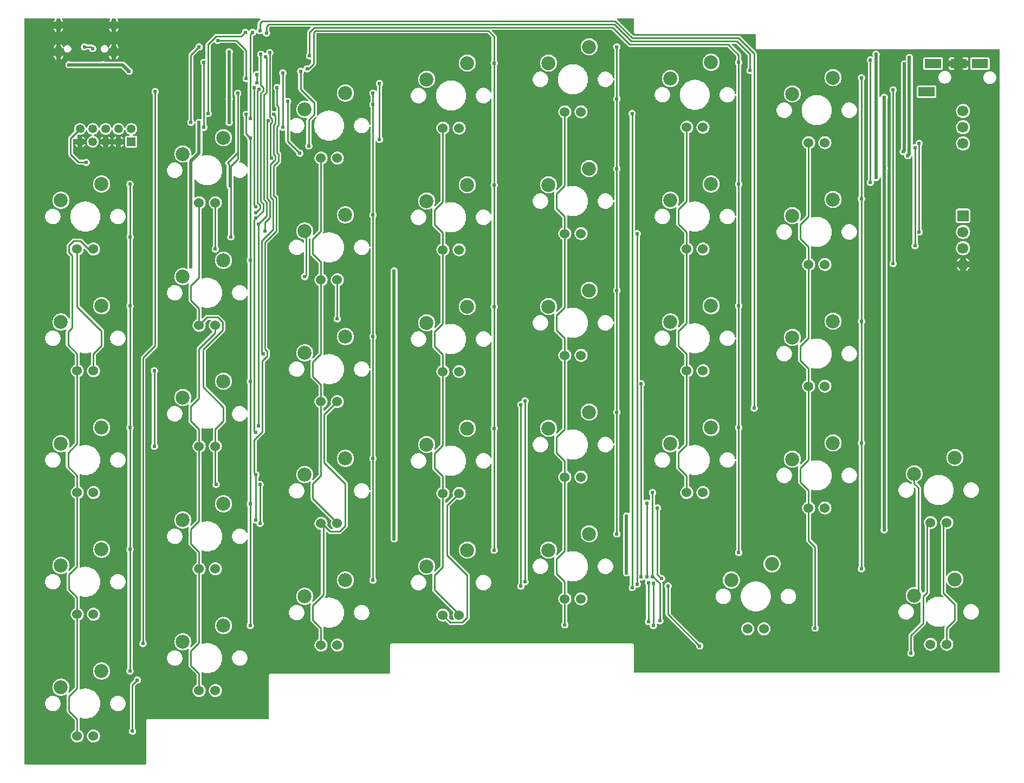
<source format=gtl>
G04 Layer: TopLayer*
G04 EasyEDA v6.4.20.2, 2021-06-30T10:48:07+02:00*
G04 d10c3ea4707d49af85f46b29c2d7dc23,563db0ff5b334ec4995e7372edb549dc,10*
G04 Gerber Generator version 0.2*
G04 Scale: 100 percent, Rotated: No, Reflected: No *
G04 Dimensions in millimeters *
G04 leading zeros omitted , absolute positions ,4 integer and 5 decimal *
%FSLAX45Y45*%
%MOMM*%

%ADD10C,0.2540*%
%ADD11C,0.5120*%
%ADD12C,0.2300*%
%ADD13C,0.6200*%
%ADD14C,1.7000*%
%ADD16C,1.3500*%
%ADD19C,2.1844*%
%ADD20C,1.5240*%
%ADD21C,1.0000*%

%LPD*%
G36*
X226314Y5245354D02*
G01*
X222402Y5246116D01*
X219151Y5248351D01*
X216916Y5251602D01*
X216154Y5255514D01*
X216154Y16905986D01*
X216916Y16909897D01*
X219151Y16913148D01*
X222402Y16915384D01*
X226314Y16916146D01*
X683717Y16916146D01*
X687425Y16915434D01*
X690626Y16913453D01*
X692861Y16910405D01*
X693877Y16906748D01*
X693420Y16902988D01*
X691692Y16899636D01*
X686663Y16893387D01*
X681024Y16883583D01*
X676859Y16873067D01*
X674370Y16862094D01*
X717804Y16862094D01*
X717804Y16905986D01*
X718566Y16909897D01*
X720750Y16913148D01*
X724052Y16915384D01*
X727964Y16916146D01*
X770331Y16916146D01*
X774242Y16915384D01*
X777544Y16913148D01*
X779729Y16909897D01*
X780491Y16905986D01*
X780491Y16862094D01*
X823925Y16862094D01*
X821436Y16873067D01*
X817270Y16883583D01*
X811631Y16893387D01*
X806602Y16899636D01*
X804875Y16902988D01*
X804418Y16906748D01*
X805434Y16910405D01*
X807669Y16913453D01*
X810869Y16915434D01*
X814578Y16916146D01*
X1547723Y16916146D01*
X1551432Y16915434D01*
X1554632Y16913453D01*
X1556867Y16910405D01*
X1557883Y16906748D01*
X1557426Y16902988D01*
X1555648Y16899636D01*
X1550670Y16893387D01*
X1545031Y16883583D01*
X1540865Y16873067D01*
X1538376Y16862094D01*
X1581810Y16862094D01*
X1581810Y16905986D01*
X1582572Y16909897D01*
X1584756Y16913148D01*
X1588058Y16915384D01*
X1591970Y16916146D01*
X1634337Y16916146D01*
X1638198Y16915384D01*
X1641500Y16913148D01*
X1643735Y16909897D01*
X1644497Y16905986D01*
X1644497Y16862094D01*
X1687931Y16862094D01*
X1685391Y16873067D01*
X1681276Y16883583D01*
X1675638Y16893387D01*
X1670608Y16899636D01*
X1668830Y16902988D01*
X1668424Y16906748D01*
X1669389Y16910405D01*
X1671624Y16913453D01*
X1674825Y16915434D01*
X1678533Y16916146D01*
X3896055Y16916146D01*
X3899966Y16915384D01*
X3903268Y16913148D01*
X3905453Y16909897D01*
X3906215Y16905986D01*
X3905453Y16902074D01*
X3903268Y16898823D01*
X3872128Y16867682D01*
X3867048Y16861485D01*
X3863492Y16854881D01*
X3861308Y16847667D01*
X3860546Y16839692D01*
X3860546Y16771772D01*
X3859987Y16768419D01*
X3858310Y16765422D01*
X3852011Y16757599D01*
X3847287Y16749217D01*
X3844391Y16740936D01*
X3842258Y16737431D01*
X3838905Y16735044D01*
X3834892Y16734180D01*
X3830878Y16734993D01*
X3827475Y16737279D01*
X3821988Y16743019D01*
X3814267Y16748709D01*
X3805732Y16753027D01*
X3796537Y16755872D01*
X3786987Y16757091D01*
X3777386Y16756634D01*
X3768039Y16754652D01*
X3759098Y16751046D01*
X3750919Y16746016D01*
X3743706Y16739666D01*
X3737711Y16732199D01*
X3736340Y16729811D01*
X3733647Y16726712D01*
X3729990Y16724934D01*
X3725875Y16724731D01*
X3722014Y16726204D01*
X3719068Y16729100D01*
X3714343Y16736060D01*
X3707688Y16743019D01*
X3699967Y16748709D01*
X3691432Y16753027D01*
X3682237Y16755872D01*
X3672687Y16757091D01*
X3663086Y16756634D01*
X3653739Y16754652D01*
X3644798Y16751046D01*
X3636619Y16746016D01*
X3629406Y16739666D01*
X3623411Y16732199D01*
X3618687Y16723817D01*
X3615486Y16714774D01*
X3613861Y16705326D01*
X3613861Y16702532D01*
X3613099Y16698671D01*
X3610914Y16695369D01*
X3593896Y16678351D01*
X3590594Y16676116D01*
X3586683Y16675354D01*
X3213608Y16675354D01*
X3205632Y16674592D01*
X3198418Y16672407D01*
X3191814Y16668851D01*
X3185617Y16663771D01*
X3059328Y16537482D01*
X3054248Y16531285D01*
X3050692Y16524681D01*
X3048508Y16517467D01*
X3047746Y16509492D01*
X3047746Y16295624D01*
X3047034Y16291915D01*
X3045053Y16288715D01*
X3042005Y16286480D01*
X3038348Y16285514D01*
X3024987Y16287191D01*
X3015386Y16286734D01*
X3006039Y16284752D01*
X2997098Y16281146D01*
X2988919Y16276116D01*
X2981706Y16269766D01*
X2975711Y16262299D01*
X2970987Y16253917D01*
X2967786Y16244874D01*
X2966161Y16235426D01*
X2966161Y16225774D01*
X2967786Y16216325D01*
X2970987Y16207282D01*
X2975711Y16198900D01*
X2982010Y16191077D01*
X2983687Y16188080D01*
X2984246Y16184727D01*
X2984246Y15351404D01*
X2983433Y15347391D01*
X2981045Y15343987D01*
X2977540Y15341854D01*
X2973476Y15341244D01*
X2969514Y15342311D01*
X2967532Y15343327D01*
X2958338Y15346172D01*
X2948787Y15347391D01*
X2939186Y15346934D01*
X2929839Y15344952D01*
X2920898Y15341346D01*
X2912719Y15336316D01*
X2905506Y15329966D01*
X2899511Y15322499D01*
X2894787Y15314117D01*
X2892501Y15307614D01*
X2890266Y15303957D01*
X2886710Y15301569D01*
X2882493Y15300858D01*
X2878378Y15301925D01*
X2875026Y15304617D01*
X2868828Y15318435D01*
X2863443Y15326360D01*
X2860598Y15329357D01*
X2858465Y15332608D01*
X2857754Y15336418D01*
X2857754Y16324783D01*
X2858516Y16328694D01*
X2860751Y16331996D01*
X2941116Y16412362D01*
X2944622Y16414648D01*
X2958338Y16416528D01*
X2967532Y16419372D01*
X2976067Y16423690D01*
X2983788Y16429380D01*
X2990443Y16436340D01*
X2995828Y16444264D01*
X2999790Y16453053D01*
X3002178Y16462349D01*
X3003042Y16471900D01*
X3002178Y16481450D01*
X2999790Y16490746D01*
X2995828Y16499535D01*
X2990443Y16507460D01*
X2983788Y16514419D01*
X2976067Y16520109D01*
X2967532Y16524427D01*
X2958338Y16527272D01*
X2948787Y16528491D01*
X2939186Y16528034D01*
X2929839Y16526052D01*
X2920898Y16522446D01*
X2912719Y16517416D01*
X2905506Y16511066D01*
X2899511Y16503599D01*
X2894787Y16495217D01*
X2891586Y16486174D01*
X2889961Y16476726D01*
X2889961Y16473932D01*
X2889199Y16470071D01*
X2887014Y16466769D01*
X2792628Y16372382D01*
X2787548Y16366185D01*
X2783992Y16359581D01*
X2781808Y16352367D01*
X2781046Y16344392D01*
X2781046Y15336672D01*
X2780487Y15333319D01*
X2778810Y15330322D01*
X2772511Y15322499D01*
X2767787Y15314117D01*
X2764586Y15305074D01*
X2762961Y15295626D01*
X2762961Y15285974D01*
X2764586Y15276525D01*
X2767787Y15267482D01*
X2772511Y15259100D01*
X2778506Y15251633D01*
X2785719Y15245283D01*
X2793898Y15240254D01*
X2802839Y15236647D01*
X2812186Y15234615D01*
X2821787Y15234208D01*
X2831338Y15235428D01*
X2840532Y15238272D01*
X2849067Y15242590D01*
X2856788Y15248280D01*
X2863443Y15255240D01*
X2868828Y15263164D01*
X2875026Y15276982D01*
X2878378Y15279674D01*
X2882493Y15280741D01*
X2886710Y15280030D01*
X2890266Y15277642D01*
X2892501Y15273985D01*
X2894584Y15268143D01*
X2895142Y15264790D01*
X2895142Y15012009D01*
X2894584Y15008656D01*
X2891586Y15000274D01*
X2889961Y14990826D01*
X2889961Y14981174D01*
X2891586Y14971725D01*
X2894584Y14963343D01*
X2895142Y14959990D01*
X2895142Y14833650D01*
X2894380Y14829739D01*
X2892145Y14826437D01*
X2844038Y14778329D01*
X2840634Y14776094D01*
X2836672Y14775332D01*
X2832709Y14776246D01*
X2829407Y14778583D01*
X2827274Y14782088D01*
X2826715Y14786101D01*
X2827274Y14795500D01*
X2826359Y14811146D01*
X2823616Y14826589D01*
X2819146Y14841626D01*
X2812897Y14856002D01*
X2805074Y14869617D01*
X2795727Y14882164D01*
X2784957Y14893594D01*
X2772918Y14903653D01*
X2759811Y14912289D01*
X2745790Y14919350D01*
X2731058Y14924684D01*
X2715818Y14928291D01*
X2700223Y14930119D01*
X2684576Y14930119D01*
X2668981Y14928291D01*
X2653741Y14924684D01*
X2639009Y14919350D01*
X2624988Y14912289D01*
X2611882Y14903653D01*
X2599842Y14893594D01*
X2589072Y14882164D01*
X2579725Y14869617D01*
X2571902Y14856002D01*
X2565654Y14841626D01*
X2561183Y14826589D01*
X2558440Y14811146D01*
X2557526Y14795500D01*
X2558440Y14779853D01*
X2561183Y14764410D01*
X2565654Y14749373D01*
X2571902Y14734997D01*
X2579725Y14721382D01*
X2589072Y14708835D01*
X2599842Y14697405D01*
X2611882Y14687346D01*
X2624988Y14678710D01*
X2639009Y14671649D01*
X2653741Y14666315D01*
X2668981Y14662708D01*
X2684576Y14660880D01*
X2700223Y14660880D01*
X2715818Y14662708D01*
X2731058Y14666315D01*
X2745790Y14671649D01*
X2753410Y14675510D01*
X2757373Y14676577D01*
X2761437Y14675967D01*
X2764942Y14673783D01*
X2767330Y14670430D01*
X2768142Y14666417D01*
X2768142Y14288109D01*
X2767584Y14284756D01*
X2764586Y14276374D01*
X2762961Y14266926D01*
X2762961Y14257274D01*
X2764586Y14247825D01*
X2767584Y14239443D01*
X2768142Y14236090D01*
X2768142Y13056209D01*
X2767584Y13052856D01*
X2764586Y13044474D01*
X2762961Y13035026D01*
X2762961Y13025374D01*
X2764586Y13015925D01*
X2766415Y13010845D01*
X2766974Y13006882D01*
X2765958Y13003022D01*
X2763520Y12999821D01*
X2760065Y12997840D01*
X2756103Y12997332D01*
X2752242Y12998399D01*
X2745790Y13001650D01*
X2731058Y13006984D01*
X2715818Y13010591D01*
X2700223Y13012419D01*
X2684576Y13012419D01*
X2668981Y13010591D01*
X2653741Y13006984D01*
X2639009Y13001650D01*
X2624988Y12994589D01*
X2611882Y12985953D01*
X2599842Y12975894D01*
X2589072Y12964464D01*
X2579725Y12951917D01*
X2571902Y12938302D01*
X2565654Y12923926D01*
X2561183Y12908889D01*
X2558440Y12893446D01*
X2557526Y12877800D01*
X2558440Y12862153D01*
X2561183Y12846710D01*
X2565654Y12831673D01*
X2571902Y12817297D01*
X2579725Y12803682D01*
X2589072Y12791135D01*
X2599842Y12779705D01*
X2611882Y12769646D01*
X2624988Y12761010D01*
X2639009Y12753949D01*
X2653741Y12748615D01*
X2668981Y12745008D01*
X2684576Y12743180D01*
X2700223Y12743180D01*
X2715818Y12745008D01*
X2731058Y12748615D01*
X2745790Y12753949D01*
X2759811Y12761010D01*
X2770530Y12768072D01*
X2774696Y12769646D01*
X2779115Y12769291D01*
X2782976Y12767056D01*
X2785516Y12763449D01*
X2786278Y12759080D01*
X2785110Y12754762D01*
X2783992Y12752781D01*
X2781808Y12745567D01*
X2781046Y12737592D01*
X2781046Y12510008D01*
X2781808Y12502032D01*
X2783992Y12494818D01*
X2787548Y12488214D01*
X2792628Y12482017D01*
X2905048Y12369596D01*
X2907284Y12366294D01*
X2908046Y12362383D01*
X2908046Y12216638D01*
X2907385Y12213132D01*
X2905556Y12210034D01*
X2902762Y12207748D01*
X2891586Y12201652D01*
X2880664Y12193574D01*
X2870860Y12184126D01*
X2862427Y12173407D01*
X2855518Y12161723D01*
X2850184Y12149226D01*
X2846628Y12136069D01*
X2844800Y12122607D01*
X2844800Y12108992D01*
X2846628Y12095530D01*
X2850184Y12082373D01*
X2855518Y12069876D01*
X2862427Y12058192D01*
X2870860Y12047474D01*
X2880664Y12038025D01*
X2891586Y12029948D01*
X2903524Y12023445D01*
X2916224Y12018518D01*
X2929483Y12015368D01*
X2942996Y12014047D01*
X2956610Y12014504D01*
X2970022Y12016740D01*
X2982976Y12020753D01*
X2995320Y12026493D01*
X3006801Y12033808D01*
X3017215Y12042597D01*
X3026308Y12052706D01*
X3034030Y12063882D01*
X3040126Y12076023D01*
X3044596Y12088876D01*
X3047339Y12102236D01*
X3048254Y12115800D01*
X3047339Y12129363D01*
X3044596Y12142724D01*
X3042310Y12149378D01*
X3041751Y12153087D01*
X3042615Y12156744D01*
X3044698Y12159894D01*
X3086303Y12201448D01*
X3089605Y12203684D01*
X3093516Y12204446D01*
X3120796Y12204446D01*
X3124708Y12203684D01*
X3128010Y12201448D01*
X3130194Y12198096D01*
X3130956Y12194184D01*
X3130143Y12190272D01*
X3127857Y12186970D01*
X3124860Y12184126D01*
X3116427Y12173407D01*
X3109518Y12161723D01*
X3104184Y12149226D01*
X3100628Y12136069D01*
X3098800Y12122607D01*
X3098800Y12108992D01*
X3100628Y12095530D01*
X3104184Y12082373D01*
X3109518Y12069876D01*
X3116427Y12058192D01*
X3124860Y12047474D01*
X3134664Y12038025D01*
X3145586Y12029948D01*
X3152444Y12026188D01*
X3155391Y12023852D01*
X3157220Y12020550D01*
X3157728Y12016841D01*
X3156864Y12013184D01*
X3154781Y12010136D01*
X2919628Y11774982D01*
X2914548Y11768785D01*
X2910992Y11762181D01*
X2908808Y11754967D01*
X2908046Y11746992D01*
X2908046Y10992916D01*
X2907284Y10989005D01*
X2905048Y10985703D01*
X2824581Y10905185D01*
X2821076Y10902899D01*
X2817012Y10902238D01*
X2812948Y10903204D01*
X2809697Y10905744D01*
X2807665Y10909401D01*
X2807258Y10913516D01*
X2808579Y10917478D01*
X2812897Y10924997D01*
X2819146Y10939373D01*
X2823616Y10954410D01*
X2826359Y10969853D01*
X2827274Y10985500D01*
X2826359Y11001146D01*
X2823616Y11016589D01*
X2819146Y11031626D01*
X2812897Y11046002D01*
X2805074Y11059617D01*
X2795727Y11072164D01*
X2784957Y11083594D01*
X2772918Y11093653D01*
X2759811Y11102289D01*
X2745790Y11109350D01*
X2731058Y11114684D01*
X2715818Y11118291D01*
X2700223Y11120120D01*
X2684576Y11120120D01*
X2668981Y11118291D01*
X2653741Y11114684D01*
X2639009Y11109350D01*
X2624988Y11102289D01*
X2611882Y11093653D01*
X2599842Y11083594D01*
X2589072Y11072164D01*
X2579725Y11059617D01*
X2571902Y11046002D01*
X2565654Y11031626D01*
X2561183Y11016589D01*
X2558440Y11001146D01*
X2557526Y10985500D01*
X2558440Y10969853D01*
X2561183Y10954410D01*
X2565654Y10939373D01*
X2571902Y10924997D01*
X2579725Y10911382D01*
X2589072Y10898835D01*
X2599842Y10887405D01*
X2611882Y10877346D01*
X2624988Y10868710D01*
X2639009Y10861649D01*
X2653741Y10856315D01*
X2668981Y10852708D01*
X2684576Y10850880D01*
X2700223Y10850880D01*
X2715818Y10852708D01*
X2731058Y10856315D01*
X2745790Y10861649D01*
X2759811Y10868710D01*
X2770530Y10875772D01*
X2774696Y10877346D01*
X2779115Y10876991D01*
X2782976Y10874756D01*
X2785516Y10871149D01*
X2786278Y10866780D01*
X2785110Y10862462D01*
X2783992Y10860481D01*
X2781808Y10853267D01*
X2781046Y10845292D01*
X2781046Y10617708D01*
X2781808Y10609732D01*
X2783992Y10602518D01*
X2787548Y10595914D01*
X2792628Y10589717D01*
X2905048Y10477296D01*
X2907284Y10473994D01*
X2908046Y10470083D01*
X2908046Y10324338D01*
X2907385Y10320832D01*
X2905556Y10317734D01*
X2902762Y10315448D01*
X2891586Y10309352D01*
X2880664Y10301274D01*
X2870860Y10291826D01*
X2862427Y10281107D01*
X2855518Y10269423D01*
X2850184Y10256926D01*
X2846628Y10243769D01*
X2844800Y10230307D01*
X2844800Y10216692D01*
X2846628Y10203230D01*
X2850184Y10190073D01*
X2855518Y10177576D01*
X2862427Y10165892D01*
X2870860Y10155174D01*
X2880664Y10145725D01*
X2891586Y10137648D01*
X2902762Y10131552D01*
X2905556Y10129266D01*
X2907385Y10126167D01*
X2908046Y10122662D01*
X2908046Y9075216D01*
X2907284Y9071305D01*
X2905048Y9068003D01*
X2824581Y8987485D01*
X2821076Y8985199D01*
X2817012Y8984538D01*
X2812948Y8985504D01*
X2809697Y8988044D01*
X2807665Y8991701D01*
X2807258Y8995816D01*
X2808579Y8999778D01*
X2812897Y9007297D01*
X2819146Y9021673D01*
X2823616Y9036710D01*
X2826359Y9052153D01*
X2827274Y9067800D01*
X2826359Y9083446D01*
X2823616Y9098889D01*
X2819146Y9113926D01*
X2812897Y9128302D01*
X2805074Y9141917D01*
X2795727Y9154464D01*
X2784957Y9165894D01*
X2772918Y9175953D01*
X2759811Y9184589D01*
X2745790Y9191650D01*
X2731058Y9196984D01*
X2715818Y9200591D01*
X2700223Y9202420D01*
X2684576Y9202420D01*
X2668981Y9200591D01*
X2653741Y9196984D01*
X2639009Y9191650D01*
X2624988Y9184589D01*
X2611882Y9175953D01*
X2599842Y9165894D01*
X2589072Y9154464D01*
X2579725Y9141917D01*
X2571902Y9128302D01*
X2565654Y9113926D01*
X2561183Y9098889D01*
X2558440Y9083446D01*
X2557526Y9067800D01*
X2558440Y9052153D01*
X2561183Y9036710D01*
X2565654Y9021673D01*
X2571902Y9007297D01*
X2579725Y8993682D01*
X2589072Y8981135D01*
X2599842Y8969705D01*
X2611882Y8959646D01*
X2624988Y8951010D01*
X2639009Y8943949D01*
X2653741Y8938615D01*
X2668981Y8935008D01*
X2684576Y8933180D01*
X2700223Y8933180D01*
X2715818Y8935008D01*
X2731058Y8938615D01*
X2745790Y8943949D01*
X2759811Y8951010D01*
X2770530Y8958072D01*
X2774696Y8959646D01*
X2779115Y8959291D01*
X2782976Y8957056D01*
X2785516Y8953449D01*
X2786278Y8949080D01*
X2785110Y8944762D01*
X2783992Y8942781D01*
X2781808Y8935567D01*
X2781046Y8927592D01*
X2781046Y8700008D01*
X2781808Y8692032D01*
X2783992Y8684818D01*
X2787548Y8678214D01*
X2792628Y8672017D01*
X2905048Y8559596D01*
X2907284Y8556294D01*
X2908046Y8552383D01*
X2908046Y8406638D01*
X2907385Y8403132D01*
X2905556Y8400034D01*
X2902762Y8397748D01*
X2891586Y8391652D01*
X2880664Y8383574D01*
X2870860Y8374125D01*
X2862427Y8363407D01*
X2855518Y8351723D01*
X2850184Y8339226D01*
X2846628Y8326069D01*
X2844800Y8312607D01*
X2844800Y8298992D01*
X2846628Y8285530D01*
X2850184Y8272373D01*
X2855518Y8259876D01*
X2862427Y8248192D01*
X2870860Y8237474D01*
X2880664Y8228025D01*
X2891586Y8219948D01*
X2902762Y8213852D01*
X2905556Y8211566D01*
X2907385Y8208467D01*
X2908046Y8204962D01*
X2908046Y7170216D01*
X2907284Y7166305D01*
X2905048Y7163003D01*
X2824581Y7082485D01*
X2821076Y7080199D01*
X2817012Y7079538D01*
X2812948Y7080503D01*
X2809697Y7083044D01*
X2807665Y7086701D01*
X2807258Y7090816D01*
X2808579Y7094778D01*
X2812897Y7102297D01*
X2819146Y7116673D01*
X2823616Y7131710D01*
X2826359Y7147153D01*
X2827274Y7162800D01*
X2826359Y7178446D01*
X2823616Y7193889D01*
X2819146Y7208926D01*
X2812897Y7223302D01*
X2805074Y7236917D01*
X2795727Y7249464D01*
X2784957Y7260894D01*
X2772918Y7270953D01*
X2759811Y7279589D01*
X2745790Y7286650D01*
X2731058Y7291984D01*
X2715818Y7295591D01*
X2700223Y7297420D01*
X2684576Y7297420D01*
X2668981Y7295591D01*
X2653741Y7291984D01*
X2639009Y7286650D01*
X2624988Y7279589D01*
X2611882Y7270953D01*
X2599842Y7260894D01*
X2589072Y7249464D01*
X2579725Y7236917D01*
X2571902Y7223302D01*
X2565654Y7208926D01*
X2561183Y7193889D01*
X2558440Y7178446D01*
X2557526Y7162800D01*
X2558440Y7147153D01*
X2561183Y7131710D01*
X2565654Y7116673D01*
X2571902Y7102297D01*
X2579725Y7088682D01*
X2589072Y7076135D01*
X2599842Y7064705D01*
X2611882Y7054646D01*
X2624988Y7046010D01*
X2639009Y7038949D01*
X2653741Y7033615D01*
X2668981Y7030008D01*
X2684576Y7028180D01*
X2700223Y7028180D01*
X2715818Y7030008D01*
X2731058Y7033615D01*
X2745790Y7038949D01*
X2759811Y7046010D01*
X2770530Y7053072D01*
X2774696Y7054646D01*
X2779115Y7054291D01*
X2782976Y7052056D01*
X2785516Y7048449D01*
X2786278Y7044080D01*
X2785110Y7039762D01*
X2783992Y7037781D01*
X2781808Y7030567D01*
X2781046Y7022592D01*
X2781046Y6795008D01*
X2781808Y6787032D01*
X2783992Y6779818D01*
X2787548Y6773214D01*
X2792628Y6767017D01*
X2905048Y6654596D01*
X2907284Y6651294D01*
X2908046Y6647383D01*
X2908046Y6501638D01*
X2907385Y6498132D01*
X2905556Y6495034D01*
X2902762Y6492748D01*
X2891586Y6486652D01*
X2880664Y6478574D01*
X2870860Y6469126D01*
X2862427Y6458407D01*
X2855518Y6446723D01*
X2850184Y6434226D01*
X2846628Y6421069D01*
X2844800Y6407607D01*
X2844800Y6393992D01*
X2846628Y6380530D01*
X2850184Y6367373D01*
X2855518Y6354876D01*
X2862427Y6343192D01*
X2870860Y6332474D01*
X2880664Y6323025D01*
X2891586Y6314948D01*
X2903524Y6308445D01*
X2916224Y6303518D01*
X2929483Y6300368D01*
X2942996Y6299047D01*
X2956610Y6299504D01*
X2970022Y6301740D01*
X2982976Y6305753D01*
X2995320Y6311493D01*
X3006801Y6318808D01*
X3017215Y6327597D01*
X3026308Y6337706D01*
X3034030Y6348882D01*
X3040126Y6361023D01*
X3044596Y6373876D01*
X3047339Y6387236D01*
X3048254Y6400800D01*
X3047339Y6414363D01*
X3044596Y6427724D01*
X3040126Y6440576D01*
X3034030Y6452717D01*
X3026308Y6463893D01*
X3017215Y6474002D01*
X3006801Y6482791D01*
X2995320Y6490106D01*
X2990646Y6492290D01*
X2987548Y6494526D01*
X2985465Y6497726D01*
X2984754Y6501485D01*
X2984754Y6666992D01*
X2983890Y6675780D01*
X2984296Y6679844D01*
X2986328Y6683451D01*
X2989580Y6685940D01*
X2993542Y6686956D01*
X2997555Y6686296D01*
X3000705Y6685127D01*
X3021076Y6679488D01*
X3041853Y6675729D01*
X3062833Y6673850D01*
X3083966Y6673850D01*
X3104946Y6675729D01*
X3125724Y6679488D01*
X3146094Y6685127D01*
X3165856Y6692544D01*
X3184855Y6701688D01*
X3202990Y6712508D01*
X3220059Y6724903D01*
X3235909Y6738823D01*
X3250539Y6754063D01*
X3263696Y6770573D01*
X3275279Y6788150D01*
X3285286Y6806742D01*
X3293618Y6826148D01*
X3300120Y6846214D01*
X3304794Y6866788D01*
X3307638Y6887718D01*
X3308604Y6908800D01*
X3307638Y6929881D01*
X3304794Y6950811D01*
X3300120Y6971385D01*
X3293618Y6991451D01*
X3285286Y7010857D01*
X3275279Y7029450D01*
X3263696Y7047026D01*
X3250539Y7063536D01*
X3235909Y7078776D01*
X3220059Y7092696D01*
X3202990Y7105091D01*
X3184855Y7115911D01*
X3165856Y7125055D01*
X3146094Y7132472D01*
X3125724Y7138111D01*
X3104946Y7141870D01*
X3083966Y7143750D01*
X3062833Y7143750D01*
X3041853Y7141870D01*
X3021076Y7138111D01*
X3000705Y7132472D01*
X2997555Y7131303D01*
X2993542Y7130643D01*
X2989580Y7131659D01*
X2986328Y7134148D01*
X2984296Y7137755D01*
X2983890Y7141819D01*
X2984754Y7150608D01*
X2984754Y8205114D01*
X2985465Y8208873D01*
X2987548Y8212074D01*
X2990646Y8214309D01*
X2995320Y8216493D01*
X3006801Y8223808D01*
X3017215Y8232597D01*
X3026308Y8242706D01*
X3034030Y8253882D01*
X3040126Y8266023D01*
X3044596Y8278875D01*
X3047339Y8292236D01*
X3048254Y8305800D01*
X3047339Y8319363D01*
X3044596Y8332724D01*
X3040126Y8345576D01*
X3034030Y8357717D01*
X3026308Y8368893D01*
X3017215Y8379002D01*
X3006801Y8387791D01*
X2995320Y8395106D01*
X2990646Y8397290D01*
X2987548Y8399526D01*
X2985465Y8402726D01*
X2984754Y8406485D01*
X2984754Y8571992D01*
X2983890Y8580780D01*
X2984296Y8584844D01*
X2986328Y8588451D01*
X2989580Y8590940D01*
X2993542Y8591956D01*
X2997555Y8591296D01*
X3000705Y8590127D01*
X3021076Y8584488D01*
X3041853Y8580729D01*
X3062833Y8578850D01*
X3083966Y8578850D01*
X3104946Y8580729D01*
X3125724Y8584488D01*
X3146094Y8590127D01*
X3165856Y8597544D01*
X3184855Y8606688D01*
X3202990Y8617508D01*
X3220059Y8629904D01*
X3235909Y8643823D01*
X3250539Y8659063D01*
X3263696Y8675573D01*
X3275279Y8693150D01*
X3285286Y8711742D01*
X3293618Y8731148D01*
X3300120Y8751214D01*
X3304794Y8771788D01*
X3307638Y8792718D01*
X3308604Y8813800D01*
X3307638Y8834882D01*
X3304794Y8855811D01*
X3300120Y8876385D01*
X3293618Y8896451D01*
X3285286Y8915857D01*
X3275279Y8934450D01*
X3263696Y8952026D01*
X3250539Y8968536D01*
X3235909Y8983776D01*
X3220059Y8997696D01*
X3202990Y9010091D01*
X3184855Y9020911D01*
X3165856Y9030055D01*
X3146094Y9037472D01*
X3125724Y9043111D01*
X3104946Y9046870D01*
X3083966Y9048750D01*
X3062833Y9048750D01*
X3041853Y9046870D01*
X3021076Y9043111D01*
X3000705Y9037472D01*
X2997555Y9036304D01*
X2993542Y9035643D01*
X2989580Y9036659D01*
X2986328Y9039148D01*
X2984296Y9042755D01*
X2983890Y9046819D01*
X2984754Y9055608D01*
X2984754Y10122814D01*
X2985465Y10126573D01*
X2987548Y10129774D01*
X2990646Y10132009D01*
X2995320Y10134193D01*
X3006801Y10141508D01*
X3017215Y10150297D01*
X3026308Y10160406D01*
X3034030Y10171582D01*
X3040126Y10183723D01*
X3044596Y10196576D01*
X3047339Y10209936D01*
X3048254Y10223500D01*
X3047339Y10237063D01*
X3044596Y10250424D01*
X3040126Y10263276D01*
X3034030Y10275417D01*
X3026308Y10286593D01*
X3017215Y10296702D01*
X3006801Y10305491D01*
X2995320Y10312806D01*
X2990646Y10314990D01*
X2987548Y10317226D01*
X2985465Y10320426D01*
X2984754Y10324185D01*
X2984754Y10489692D01*
X2983890Y10498480D01*
X2984296Y10502544D01*
X2986328Y10506151D01*
X2989580Y10508640D01*
X2993542Y10509656D01*
X2997555Y10508996D01*
X3000705Y10507827D01*
X3021076Y10502188D01*
X3041853Y10498429D01*
X3062833Y10496550D01*
X3083966Y10496550D01*
X3104946Y10498429D01*
X3125724Y10502188D01*
X3146094Y10507827D01*
X3149244Y10508996D01*
X3153257Y10509656D01*
X3157220Y10508640D01*
X3160471Y10506151D01*
X3162503Y10502544D01*
X3162909Y10498480D01*
X3162046Y10489692D01*
X3162046Y10324338D01*
X3161385Y10320832D01*
X3159556Y10317734D01*
X3156762Y10315448D01*
X3145586Y10309352D01*
X3134664Y10301274D01*
X3124860Y10291826D01*
X3116427Y10281107D01*
X3109518Y10269423D01*
X3104184Y10256926D01*
X3100628Y10243769D01*
X3098800Y10230307D01*
X3098800Y10216692D01*
X3100628Y10203230D01*
X3104184Y10190073D01*
X3109518Y10177576D01*
X3116427Y10165892D01*
X3124860Y10155174D01*
X3134664Y10145725D01*
X3145586Y10137648D01*
X3156762Y10131552D01*
X3159556Y10129266D01*
X3161385Y10126167D01*
X3162046Y10122662D01*
X3162046Y9653168D01*
X3161487Y9649815D01*
X3158286Y9640874D01*
X3156661Y9631426D01*
X3156661Y9621774D01*
X3158286Y9612325D01*
X3161487Y9603282D01*
X3166211Y9594900D01*
X3172206Y9587433D01*
X3179419Y9581083D01*
X3187598Y9576054D01*
X3196539Y9572447D01*
X3205886Y9570415D01*
X3215487Y9570008D01*
X3225038Y9571228D01*
X3234232Y9574072D01*
X3242767Y9578390D01*
X3250488Y9584080D01*
X3257143Y9591040D01*
X3262528Y9598964D01*
X3266490Y9607753D01*
X3268878Y9617049D01*
X3269742Y9626600D01*
X3268878Y9636150D01*
X3266490Y9645446D01*
X3262528Y9654235D01*
X3257143Y9662160D01*
X3250488Y9669119D01*
X3242868Y9674758D01*
X3240684Y9676993D01*
X3239262Y9679787D01*
X3238754Y9682937D01*
X3238754Y10122814D01*
X3239465Y10126573D01*
X3241548Y10129774D01*
X3244646Y10132009D01*
X3249320Y10134193D01*
X3260801Y10141508D01*
X3271215Y10150297D01*
X3280308Y10160406D01*
X3288029Y10171582D01*
X3294126Y10183723D01*
X3298596Y10196576D01*
X3301339Y10209936D01*
X3302254Y10223500D01*
X3301339Y10237063D01*
X3298596Y10250424D01*
X3294126Y10263276D01*
X3288029Y10275417D01*
X3280308Y10286593D01*
X3271215Y10296702D01*
X3260801Y10305491D01*
X3249320Y10312806D01*
X3244646Y10314990D01*
X3241548Y10317226D01*
X3239465Y10320426D01*
X3238754Y10324185D01*
X3238754Y10470083D01*
X3239516Y10473994D01*
X3241751Y10477296D01*
X3354171Y10589717D01*
X3359251Y10595914D01*
X3362807Y10602518D01*
X3364992Y10609732D01*
X3365754Y10617708D01*
X3365754Y10832592D01*
X3364992Y10840567D01*
X3362807Y10847781D01*
X3359251Y10854385D01*
X3354171Y10860582D01*
X3051251Y11163503D01*
X3049016Y11166805D01*
X3048254Y11170716D01*
X3048254Y11714683D01*
X3049016Y11718594D01*
X3051251Y11721896D01*
X3341471Y12012117D01*
X3346551Y12018314D01*
X3350107Y12024918D01*
X3352292Y12032132D01*
X3353054Y12040108D01*
X3353054Y12166092D01*
X3352292Y12174067D01*
X3350107Y12181281D01*
X3346551Y12187885D01*
X3341471Y12194082D01*
X3265982Y12269571D01*
X3259785Y12274651D01*
X3253181Y12278207D01*
X3245967Y12280392D01*
X3237992Y12281154D01*
X3073908Y12281154D01*
X3065932Y12280392D01*
X3058718Y12278207D01*
X3052114Y12274651D01*
X3045917Y12269571D01*
X3002076Y12225731D01*
X2998825Y12223546D01*
X2994914Y12222784D01*
X2991002Y12223546D01*
X2987751Y12225731D01*
X2985516Y12229033D01*
X2984754Y12232944D01*
X2984754Y12381992D01*
X2983890Y12390780D01*
X2984296Y12394844D01*
X2986328Y12398451D01*
X2989580Y12400940D01*
X2993542Y12401956D01*
X2997555Y12401296D01*
X3000705Y12400127D01*
X3021076Y12394488D01*
X3041853Y12390729D01*
X3062833Y12388850D01*
X3083966Y12388850D01*
X3104946Y12390729D01*
X3125724Y12394488D01*
X3146094Y12400127D01*
X3165856Y12407544D01*
X3184855Y12416688D01*
X3202990Y12427508D01*
X3220059Y12439904D01*
X3235909Y12453823D01*
X3250539Y12469063D01*
X3263696Y12485573D01*
X3275279Y12503150D01*
X3285286Y12521742D01*
X3293618Y12541148D01*
X3300120Y12561214D01*
X3304794Y12581788D01*
X3307638Y12602718D01*
X3308604Y12623800D01*
X3307638Y12644882D01*
X3304794Y12665811D01*
X3300120Y12686385D01*
X3293618Y12706451D01*
X3285286Y12725857D01*
X3275279Y12744450D01*
X3263696Y12762026D01*
X3250539Y12778536D01*
X3235909Y12793776D01*
X3220059Y12807696D01*
X3202990Y12820091D01*
X3184855Y12830911D01*
X3165856Y12840055D01*
X3146094Y12847472D01*
X3125724Y12853111D01*
X3104946Y12856870D01*
X3083966Y12858750D01*
X3062833Y12858750D01*
X3041853Y12856870D01*
X3021076Y12853111D01*
X3000705Y12847472D01*
X2997555Y12846304D01*
X2993542Y12845643D01*
X2989580Y12846659D01*
X2986328Y12849148D01*
X2984296Y12852755D01*
X2983890Y12856819D01*
X2984754Y12865608D01*
X2984754Y13932814D01*
X2985465Y13936573D01*
X2987548Y13939774D01*
X2990646Y13942009D01*
X2995320Y13944193D01*
X3006801Y13951508D01*
X3017215Y13960297D01*
X3026308Y13970406D01*
X3034030Y13981582D01*
X3040126Y13993723D01*
X3044596Y14006576D01*
X3047339Y14019936D01*
X3048254Y14033500D01*
X3047339Y14047063D01*
X3044596Y14060424D01*
X3040126Y14073276D01*
X3034030Y14085417D01*
X3026308Y14096593D01*
X3017215Y14106702D01*
X3006801Y14115491D01*
X2995320Y14122806D01*
X2982976Y14128546D01*
X2970022Y14132560D01*
X2956610Y14134795D01*
X2942996Y14135252D01*
X2929483Y14133931D01*
X2916224Y14130782D01*
X2903524Y14125854D01*
X2891586Y14119351D01*
X2886862Y14115796D01*
X2882747Y14114018D01*
X2878328Y14114170D01*
X2874365Y14116151D01*
X2871622Y14119656D01*
X2870657Y14124025D01*
X2870657Y14236344D01*
X2871571Y14240510D01*
X2872790Y14243253D01*
X2875178Y14252549D01*
X2876042Y14262100D01*
X2875178Y14271650D01*
X2872790Y14280946D01*
X2871571Y14283690D01*
X2870657Y14287855D01*
X2870657Y14389862D01*
X2871520Y14393926D01*
X2873908Y14397329D01*
X2877464Y14399463D01*
X2881579Y14399971D01*
X2885541Y14398853D01*
X2888742Y14396212D01*
X2896260Y14386763D01*
X2910890Y14371523D01*
X2926740Y14357604D01*
X2943809Y14345208D01*
X2961944Y14334388D01*
X2980944Y14325244D01*
X3000705Y14317827D01*
X3021076Y14312188D01*
X3041853Y14308429D01*
X3062833Y14306550D01*
X3083966Y14306550D01*
X3104946Y14308429D01*
X3125724Y14312188D01*
X3146094Y14317827D01*
X3165856Y14325244D01*
X3184855Y14334388D01*
X3202990Y14345208D01*
X3220059Y14357604D01*
X3235909Y14371523D01*
X3250539Y14386763D01*
X3263696Y14403273D01*
X3275279Y14420850D01*
X3285286Y14439442D01*
X3293618Y14458848D01*
X3300120Y14478914D01*
X3304794Y14499488D01*
X3307638Y14520418D01*
X3308604Y14541500D01*
X3307638Y14562582D01*
X3304794Y14583511D01*
X3300120Y14604085D01*
X3293618Y14624151D01*
X3285286Y14643557D01*
X3275279Y14662150D01*
X3263696Y14679726D01*
X3250539Y14696236D01*
X3235909Y14711476D01*
X3220059Y14725396D01*
X3202990Y14737791D01*
X3184855Y14748611D01*
X3165856Y14757755D01*
X3146094Y14765172D01*
X3125724Y14770811D01*
X3104946Y14774570D01*
X3083966Y14776450D01*
X3062833Y14776450D01*
X3041853Y14774570D01*
X3021076Y14770811D01*
X3000654Y14765172D01*
X2996641Y14764867D01*
X2992831Y14766239D01*
X2989783Y14768931D01*
X2988106Y14772589D01*
X2987954Y14776653D01*
X2989427Y14780412D01*
X2992831Y14786559D01*
X2994558Y14790674D01*
X2995879Y14794941D01*
X2996844Y14799310D01*
X2997454Y14803729D01*
X2997657Y14808403D01*
X2997657Y14960244D01*
X2998571Y14964410D01*
X2999790Y14967153D01*
X3002178Y14976449D01*
X3003042Y14986000D01*
X3002178Y14995550D01*
X2999790Y15004846D01*
X2998571Y15007590D01*
X2997657Y15011755D01*
X2997657Y15149677D01*
X2998622Y15154046D01*
X3001416Y15157602D01*
X3005480Y15159583D01*
X3009950Y15159634D01*
X3015386Y15158415D01*
X3024987Y15158008D01*
X3034538Y15159228D01*
X3043732Y15162072D01*
X3052267Y15166390D01*
X3059988Y15172080D01*
X3066643Y15179040D01*
X3072028Y15186964D01*
X3075990Y15195753D01*
X3078378Y15205049D01*
X3079242Y15214600D01*
X3078378Y15224150D01*
X3075990Y15233446D01*
X3072028Y15242235D01*
X3066643Y15250160D01*
X3063798Y15253157D01*
X3061665Y15256408D01*
X3060954Y15260218D01*
X3060954Y15365628D01*
X3061970Y15369997D01*
X3064713Y15373553D01*
X3068777Y15375534D01*
X3073247Y15375534D01*
X3078886Y15374315D01*
X3088487Y15373908D01*
X3098038Y15375128D01*
X3107232Y15377972D01*
X3115767Y15382290D01*
X3123488Y15387980D01*
X3130143Y15394940D01*
X3135528Y15402864D01*
X3139490Y15411653D01*
X3141878Y15420949D01*
X3142742Y15430500D01*
X3141878Y15440050D01*
X3139490Y15449346D01*
X3135528Y15458135D01*
X3130143Y15466060D01*
X3127298Y15469057D01*
X3125165Y15472308D01*
X3124454Y15476118D01*
X3124454Y16489883D01*
X3125216Y16493794D01*
X3127451Y16497096D01*
X3175101Y16544798D01*
X3178200Y16546880D01*
X3181807Y16547744D01*
X3185515Y16547236D01*
X3188766Y16545407D01*
X3197606Y16534333D01*
X3204819Y16527983D01*
X3212998Y16522954D01*
X3221939Y16519347D01*
X3231286Y16517315D01*
X3240887Y16516908D01*
X3250438Y16518128D01*
X3259632Y16520972D01*
X3268167Y16525290D01*
X3280206Y16534333D01*
X3284220Y16535146D01*
X3510483Y16535146D01*
X3514394Y16534384D01*
X3517696Y16532148D01*
X3641648Y16408196D01*
X3643884Y16404894D01*
X3644646Y16400983D01*
X3644646Y16022472D01*
X3644087Y16019119D01*
X3642410Y16016122D01*
X3636111Y16008299D01*
X3631387Y15999917D01*
X3628186Y15990874D01*
X3626561Y15981426D01*
X3626561Y15971774D01*
X3628186Y15962325D01*
X3631387Y15953282D01*
X3636111Y15944900D01*
X3642106Y15937433D01*
X3649319Y15931083D01*
X3657498Y15926054D01*
X3666439Y15922447D01*
X3675786Y15920415D01*
X3685387Y15920008D01*
X3698748Y15921685D01*
X3702405Y15920719D01*
X3705453Y15918484D01*
X3707434Y15915284D01*
X3708146Y15911576D01*
X3708146Y15482824D01*
X3707434Y15479115D01*
X3705453Y15475915D01*
X3702405Y15473680D01*
X3698748Y15472714D01*
X3685387Y15474391D01*
X3675786Y15473934D01*
X3666439Y15471952D01*
X3657498Y15468346D01*
X3649319Y15463316D01*
X3642106Y15456966D01*
X3636111Y15449499D01*
X3631387Y15441117D01*
X3628186Y15432074D01*
X3626561Y15422626D01*
X3626561Y15412974D01*
X3628186Y15403525D01*
X3631387Y15394482D01*
X3636111Y15386100D01*
X3642410Y15378277D01*
X3644087Y15375280D01*
X3644646Y15371927D01*
X3644646Y15113507D01*
X3645408Y15105532D01*
X3647592Y15098318D01*
X3651148Y15091714D01*
X3656228Y15085517D01*
X3687114Y15054630D01*
X3689299Y15051328D01*
X3690061Y15047468D01*
X3690061Y15044674D01*
X3691686Y15035225D01*
X3694887Y15026182D01*
X3699611Y15017800D01*
X3705910Y15009977D01*
X3707587Y15006980D01*
X3708146Y15003627D01*
X3708146Y14601088D01*
X3707384Y14597227D01*
X3705250Y14593976D01*
X3702050Y14591741D01*
X3698189Y14590928D01*
X3694379Y14591588D01*
X3691026Y14593671D01*
X3688740Y14596821D01*
X3687876Y14598700D01*
X3680053Y14611350D01*
X3670757Y14622932D01*
X3660038Y14633295D01*
X3648151Y14642287D01*
X3635298Y14649704D01*
X3621582Y14655495D01*
X3607257Y14659610D01*
X3592576Y14661845D01*
X3577488Y14662353D01*
X3573678Y14663216D01*
X3570478Y14665451D01*
X3568344Y14668754D01*
X3567633Y14672614D01*
X3568446Y14676424D01*
X3570630Y14679676D01*
X3576878Y14685924D01*
X3581958Y14692122D01*
X3585514Y14698726D01*
X3587699Y14705939D01*
X3588461Y14713915D01*
X3588461Y15702432D01*
X3589172Y15706191D01*
X3591306Y15709442D01*
X3594150Y15712440D01*
X3599535Y15720364D01*
X3603498Y15729153D01*
X3605885Y15738449D01*
X3606749Y15748000D01*
X3605885Y15757550D01*
X3603498Y15766846D01*
X3599535Y15775635D01*
X3594150Y15783560D01*
X3587496Y15790519D01*
X3579774Y15796209D01*
X3571240Y15800527D01*
X3562045Y15803372D01*
X3552494Y15804591D01*
X3542893Y15804134D01*
X3533546Y15802152D01*
X3524605Y15798546D01*
X3516426Y15793516D01*
X3509213Y15787166D01*
X3503218Y15779699D01*
X3498494Y15771317D01*
X3495294Y15762274D01*
X3493668Y15752826D01*
X3493668Y15743174D01*
X3495294Y15733725D01*
X3498494Y15724682D01*
X3503218Y15716300D01*
X3509518Y15708477D01*
X3511194Y15705480D01*
X3511753Y15702127D01*
X3511753Y14835124D01*
X3510991Y14831212D01*
X3508756Y14827910D01*
X3364128Y14683282D01*
X3359048Y14677085D01*
X3355492Y14670481D01*
X3353308Y14663267D01*
X3352596Y14655800D01*
X3353308Y14648332D01*
X3355492Y14641118D01*
X3359048Y14634514D01*
X3364128Y14628317D01*
X3374948Y14617496D01*
X3377184Y14614194D01*
X3377946Y14610283D01*
X3377946Y14288007D01*
X3378708Y14280032D01*
X3380892Y14272818D01*
X3384448Y14266214D01*
X3389223Y14260423D01*
X3395014Y14255648D01*
X3397961Y14254073D01*
X3400806Y14251787D01*
X3402685Y14248688D01*
X3403346Y14245132D01*
X3403346Y13545972D01*
X3402787Y13542619D01*
X3401110Y13539622D01*
X3394811Y13531799D01*
X3390087Y13523417D01*
X3386886Y13514374D01*
X3385261Y13504926D01*
X3385261Y13495274D01*
X3386886Y13485825D01*
X3390087Y13476782D01*
X3394811Y13468400D01*
X3400806Y13460933D01*
X3408019Y13454583D01*
X3416198Y13449554D01*
X3425139Y13445947D01*
X3434486Y13443915D01*
X3444087Y13443508D01*
X3453637Y13444728D01*
X3462832Y13447572D01*
X3471367Y13451890D01*
X3479088Y13457580D01*
X3485743Y13464540D01*
X3491128Y13472464D01*
X3495090Y13481253D01*
X3497478Y13490549D01*
X3498342Y13500100D01*
X3497478Y13509650D01*
X3495090Y13518946D01*
X3491128Y13527735D01*
X3485743Y13535660D01*
X3482898Y13538657D01*
X3480765Y13541908D01*
X3480054Y13545718D01*
X3480054Y14447367D01*
X3480765Y14451126D01*
X3482848Y14454378D01*
X3485946Y14456613D01*
X3489706Y14457527D01*
X3493515Y14456968D01*
X3496818Y14455089D01*
X3508552Y14445030D01*
X3520948Y14436801D01*
X3534257Y14430197D01*
X3548329Y14425218D01*
X3562858Y14422069D01*
X3577691Y14420697D01*
X3592576Y14421154D01*
X3607257Y14423390D01*
X3621582Y14427504D01*
X3635298Y14433296D01*
X3648151Y14440712D01*
X3660038Y14449704D01*
X3670757Y14460067D01*
X3680053Y14471650D01*
X3687876Y14484299D01*
X3688740Y14486178D01*
X3691026Y14489328D01*
X3694379Y14491411D01*
X3698189Y14492071D01*
X3702050Y14491258D01*
X3705250Y14489023D01*
X3707384Y14485772D01*
X3708146Y14481911D01*
X3708146Y13177672D01*
X3707587Y13174319D01*
X3705910Y13171322D01*
X3699611Y13163499D01*
X3694887Y13155117D01*
X3691686Y13146074D01*
X3690061Y13136626D01*
X3690061Y13126974D01*
X3691686Y13117525D01*
X3694887Y13108482D01*
X3699611Y13100100D01*
X3705910Y13092277D01*
X3707587Y13089280D01*
X3708146Y13085927D01*
X3708146Y12683388D01*
X3707384Y12679527D01*
X3705250Y12676276D01*
X3702050Y12674041D01*
X3698189Y12673228D01*
X3694379Y12673888D01*
X3691026Y12675971D01*
X3688740Y12679121D01*
X3687876Y12681000D01*
X3680053Y12693650D01*
X3670757Y12705232D01*
X3660038Y12715595D01*
X3648151Y12724587D01*
X3635298Y12732004D01*
X3621582Y12737795D01*
X3607257Y12741910D01*
X3592576Y12744145D01*
X3577691Y12744602D01*
X3562858Y12743230D01*
X3548329Y12740081D01*
X3534257Y12735102D01*
X3520948Y12728498D01*
X3508552Y12720269D01*
X3497224Y12710566D01*
X3487216Y12699593D01*
X3478631Y12687452D01*
X3471570Y12674346D01*
X3466185Y12660426D01*
X3462578Y12645999D01*
X3460750Y12631216D01*
X3460750Y12616383D01*
X3462578Y12601600D01*
X3466185Y12587173D01*
X3471570Y12573254D01*
X3478631Y12560147D01*
X3487216Y12548006D01*
X3497224Y12537033D01*
X3508552Y12527330D01*
X3520948Y12519101D01*
X3534257Y12512497D01*
X3548329Y12507518D01*
X3562858Y12504369D01*
X3577691Y12502997D01*
X3592576Y12503454D01*
X3607257Y12505690D01*
X3621582Y12509804D01*
X3635298Y12515596D01*
X3648151Y12523012D01*
X3660038Y12532004D01*
X3670757Y12542367D01*
X3680053Y12553950D01*
X3687876Y12566599D01*
X3688740Y12568478D01*
X3691026Y12571628D01*
X3694379Y12573711D01*
X3698189Y12574371D01*
X3702050Y12573558D01*
X3705250Y12571323D01*
X3707384Y12568072D01*
X3708146Y12564211D01*
X3708146Y11285372D01*
X3707587Y11282019D01*
X3705910Y11279022D01*
X3699611Y11271199D01*
X3694887Y11262817D01*
X3691686Y11253774D01*
X3690061Y11244326D01*
X3690061Y11234674D01*
X3691686Y11225225D01*
X3694887Y11216182D01*
X3699611Y11207800D01*
X3705910Y11199977D01*
X3707587Y11196980D01*
X3708146Y11193627D01*
X3708146Y10791088D01*
X3707384Y10787227D01*
X3705250Y10783976D01*
X3702050Y10781741D01*
X3698189Y10780928D01*
X3694379Y10781588D01*
X3691026Y10783671D01*
X3688740Y10786821D01*
X3687876Y10788700D01*
X3680053Y10801350D01*
X3670757Y10812932D01*
X3660038Y10823295D01*
X3648151Y10832287D01*
X3635298Y10839704D01*
X3621582Y10845495D01*
X3607257Y10849610D01*
X3592576Y10851845D01*
X3577691Y10852302D01*
X3562858Y10850930D01*
X3548329Y10847781D01*
X3534257Y10842802D01*
X3520948Y10836198D01*
X3508552Y10827969D01*
X3497224Y10818266D01*
X3487216Y10807293D01*
X3478631Y10795152D01*
X3471570Y10782046D01*
X3466185Y10768126D01*
X3462578Y10753699D01*
X3460750Y10738916D01*
X3460750Y10724083D01*
X3462578Y10709300D01*
X3466185Y10694873D01*
X3471570Y10680954D01*
X3478631Y10667847D01*
X3487216Y10655706D01*
X3497224Y10644733D01*
X3508552Y10635030D01*
X3520948Y10626801D01*
X3534257Y10620197D01*
X3548329Y10615218D01*
X3562858Y10612069D01*
X3577691Y10610697D01*
X3592576Y10611154D01*
X3607257Y10613390D01*
X3621582Y10617504D01*
X3635298Y10623296D01*
X3648151Y10630712D01*
X3660038Y10639704D01*
X3670757Y10650067D01*
X3680053Y10661650D01*
X3687876Y10674299D01*
X3688740Y10676178D01*
X3691026Y10679328D01*
X3694379Y10681411D01*
X3698189Y10682071D01*
X3702050Y10681258D01*
X3705250Y10679023D01*
X3707384Y10675772D01*
X3708146Y10671911D01*
X3708146Y9367672D01*
X3707587Y9364319D01*
X3705910Y9361322D01*
X3699611Y9353499D01*
X3694887Y9345117D01*
X3691686Y9336074D01*
X3690061Y9326626D01*
X3690061Y9316974D01*
X3691686Y9307525D01*
X3694887Y9298482D01*
X3699611Y9290100D01*
X3705910Y9282277D01*
X3707587Y9279280D01*
X3708146Y9275927D01*
X3708146Y8873388D01*
X3707384Y8869527D01*
X3705250Y8866276D01*
X3702050Y8864041D01*
X3698189Y8863228D01*
X3694379Y8863888D01*
X3691026Y8865971D01*
X3688740Y8869121D01*
X3687876Y8871000D01*
X3680053Y8883650D01*
X3670757Y8895232D01*
X3660038Y8905595D01*
X3648151Y8914587D01*
X3635298Y8922004D01*
X3621582Y8927795D01*
X3607257Y8931910D01*
X3592576Y8934145D01*
X3577691Y8934602D01*
X3562858Y8933230D01*
X3548329Y8930081D01*
X3534257Y8925102D01*
X3520948Y8918498D01*
X3508552Y8910269D01*
X3497224Y8900566D01*
X3487216Y8889593D01*
X3478631Y8877452D01*
X3471570Y8864346D01*
X3466185Y8850426D01*
X3462578Y8835999D01*
X3460750Y8821216D01*
X3460750Y8806383D01*
X3462578Y8791600D01*
X3466185Y8777173D01*
X3471570Y8763254D01*
X3478631Y8750147D01*
X3487216Y8738006D01*
X3497224Y8727033D01*
X3508552Y8717330D01*
X3520948Y8709101D01*
X3534257Y8702497D01*
X3548329Y8697518D01*
X3562858Y8694369D01*
X3577691Y8692997D01*
X3592576Y8693454D01*
X3607257Y8695690D01*
X3621582Y8699804D01*
X3635298Y8705596D01*
X3648151Y8713012D01*
X3660038Y8722004D01*
X3670757Y8732367D01*
X3680053Y8743950D01*
X3687876Y8756599D01*
X3688740Y8758478D01*
X3691026Y8761628D01*
X3694379Y8763711D01*
X3698189Y8764371D01*
X3702050Y8763558D01*
X3705250Y8761323D01*
X3707384Y8758072D01*
X3708146Y8754211D01*
X3708146Y7462672D01*
X3707587Y7459319D01*
X3705910Y7456322D01*
X3699611Y7448499D01*
X3694887Y7440117D01*
X3691686Y7431074D01*
X3690061Y7421625D01*
X3690061Y7411974D01*
X3691686Y7402525D01*
X3694887Y7393482D01*
X3699611Y7385100D01*
X3705606Y7377633D01*
X3712819Y7371283D01*
X3720998Y7366253D01*
X3729939Y7362647D01*
X3739286Y7360615D01*
X3748887Y7360208D01*
X3758437Y7361428D01*
X3767632Y7364272D01*
X3776167Y7368590D01*
X3783888Y7374280D01*
X3790543Y7381240D01*
X3795928Y7389164D01*
X3799890Y7397953D01*
X3802278Y7407249D01*
X3803142Y7416800D01*
X3802278Y7426350D01*
X3799890Y7435646D01*
X3795928Y7444435D01*
X3790543Y7452359D01*
X3787698Y7455357D01*
X3785565Y7458608D01*
X3784854Y7462418D01*
X3784854Y9014663D01*
X3785565Y9018422D01*
X3787698Y9021673D01*
X3790848Y9023908D01*
X3794607Y9024823D01*
X3798417Y9024213D01*
X3809898Y9017254D01*
X3818839Y9013647D01*
X3828186Y9011615D01*
X3834485Y9011361D01*
X3837838Y9010650D01*
X3840784Y9008872D01*
X3842918Y9006179D01*
X3847287Y8993682D01*
X3852011Y8985300D01*
X3858006Y8977833D01*
X3865219Y8971483D01*
X3873398Y8966454D01*
X3882339Y8962847D01*
X3891686Y8960815D01*
X3901287Y8960408D01*
X3910837Y8961628D01*
X3920032Y8964472D01*
X3928567Y8968790D01*
X3936288Y8974480D01*
X3942943Y8981440D01*
X3948328Y8989364D01*
X3952290Y8998153D01*
X3954678Y9007449D01*
X3955542Y9017000D01*
X3954678Y9026550D01*
X3952290Y9035846D01*
X3948328Y9044635D01*
X3942943Y9052560D01*
X3940098Y9055557D01*
X3937965Y9058808D01*
X3937254Y9062618D01*
X3937254Y9580981D01*
X3937965Y9584791D01*
X3940098Y9588042D01*
X3942943Y9591040D01*
X3948328Y9598964D01*
X3952290Y9607753D01*
X3954678Y9617049D01*
X3955542Y9626600D01*
X3954678Y9636150D01*
X3952290Y9645446D01*
X3948328Y9654235D01*
X3942943Y9662160D01*
X3936288Y9669119D01*
X3928567Y9674809D01*
X3920032Y9679127D01*
X3910837Y9681972D01*
X3901287Y9683191D01*
X3891686Y9682734D01*
X3884879Y9681260D01*
X3880358Y9681311D01*
X3876344Y9683292D01*
X3873550Y9686848D01*
X3872534Y9691217D01*
X3872534Y9732162D01*
X3873296Y9735921D01*
X3875379Y9739172D01*
X3879443Y9743440D01*
X3884828Y9751364D01*
X3888790Y9760153D01*
X3891178Y9769449D01*
X3892042Y9779000D01*
X3891178Y9788550D01*
X3888790Y9797846D01*
X3884828Y9806635D01*
X3879443Y9814560D01*
X3872788Y9821519D01*
X3865067Y9827209D01*
X3856532Y9831527D01*
X3854348Y9832187D01*
X3850589Y9834270D01*
X3848049Y9837724D01*
X3847134Y9841890D01*
X3847134Y10305491D01*
X3847947Y10309402D01*
X3850132Y10312704D01*
X3962908Y10425480D01*
X3967835Y10431475D01*
X3971290Y10437876D01*
X3973372Y10444886D01*
X3974134Y10452608D01*
X3974134Y11537391D01*
X3974947Y11541302D01*
X3977132Y11544604D01*
X4039108Y11606580D01*
X4044035Y11612575D01*
X4047490Y11618976D01*
X4049572Y11625986D01*
X4050334Y11633708D01*
X4050334Y11708892D01*
X4049572Y11716613D01*
X4047490Y11723624D01*
X4044035Y11730024D01*
X4039108Y11736019D01*
X4015232Y11759895D01*
X4013047Y11763197D01*
X4012234Y11767108D01*
X4012234Y13391591D01*
X4013047Y13395502D01*
X4015232Y13398804D01*
X4178808Y13562380D01*
X4183735Y13568375D01*
X4187190Y13574776D01*
X4189272Y13581786D01*
X4190034Y13589507D01*
X4190034Y14109192D01*
X4189272Y14116913D01*
X4187190Y14123924D01*
X4183735Y14130324D01*
X4178808Y14136319D01*
X4154932Y14160195D01*
X4152747Y14163497D01*
X4151934Y14167408D01*
X4151934Y14585391D01*
X4152747Y14589302D01*
X4154932Y14592604D01*
X4216908Y14654580D01*
X4221835Y14660575D01*
X4225290Y14666976D01*
X4227372Y14673986D01*
X4228134Y14681707D01*
X4228134Y14794992D01*
X4227372Y14802713D01*
X4225290Y14809724D01*
X4221835Y14816124D01*
X4216908Y14822119D01*
X4205732Y14833295D01*
X4203547Y14836597D01*
X4202734Y14840508D01*
X4202734Y15162530D01*
X4203496Y15166289D01*
X4205579Y15169540D01*
X4208729Y15171775D01*
X4212488Y15172690D01*
X4216298Y15172080D01*
X4228998Y15164054D01*
X4237939Y15160447D01*
X4247286Y15158415D01*
X4256887Y15158008D01*
X4266438Y15159228D01*
X4275632Y15162072D01*
X4277614Y15163088D01*
X4281576Y15164155D01*
X4285640Y15163546D01*
X4289145Y15161412D01*
X4291533Y15158008D01*
X4292346Y15153995D01*
X4292346Y14999207D01*
X4293108Y14991232D01*
X4295292Y14984018D01*
X4298848Y14977414D01*
X4303928Y14971217D01*
X4461814Y14813330D01*
X4463999Y14810028D01*
X4464761Y14806168D01*
X4464761Y14803374D01*
X4466386Y14793925D01*
X4469587Y14784882D01*
X4474311Y14776500D01*
X4480306Y14769033D01*
X4487519Y14762683D01*
X4495698Y14757654D01*
X4504639Y14754047D01*
X4513986Y14752015D01*
X4523587Y14751608D01*
X4533138Y14752828D01*
X4542332Y14755672D01*
X4550867Y14759990D01*
X4558588Y14765680D01*
X4565243Y14772640D01*
X4570628Y14780564D01*
X4574590Y14789353D01*
X4576978Y14798649D01*
X4577842Y14808200D01*
X4576978Y14817750D01*
X4574590Y14827046D01*
X4570628Y14835835D01*
X4565243Y14843760D01*
X4558588Y14850719D01*
X4550867Y14856409D01*
X4542332Y14860727D01*
X4533138Y14863572D01*
X4523536Y14864740D01*
X4519422Y14865451D01*
X4515916Y14867737D01*
X4372051Y15011603D01*
X4369816Y15014905D01*
X4369054Y15018816D01*
X4369054Y15145867D01*
X4369765Y15149626D01*
X4371848Y15152878D01*
X4374946Y15155113D01*
X4378706Y15156027D01*
X4382516Y15155468D01*
X4385818Y15153589D01*
X4397552Y15143530D01*
X4409948Y15135301D01*
X4423257Y15128697D01*
X4437329Y15123718D01*
X4451858Y15120569D01*
X4466691Y15119197D01*
X4481576Y15119654D01*
X4496257Y15121890D01*
X4510582Y15126004D01*
X4524298Y15131796D01*
X4537151Y15139212D01*
X4549038Y15148204D01*
X4559757Y15158567D01*
X4569053Y15170150D01*
X4576876Y15182799D01*
X4583125Y15196312D01*
X4587646Y15210536D01*
X4590389Y15225166D01*
X4591304Y15240000D01*
X4590389Y15254833D01*
X4587646Y15269463D01*
X4583125Y15283688D01*
X4576876Y15297200D01*
X4569053Y15309850D01*
X4559757Y15321432D01*
X4549038Y15331795D01*
X4537151Y15340787D01*
X4524298Y15348204D01*
X4510582Y15353995D01*
X4496257Y15358110D01*
X4481576Y15360345D01*
X4466691Y15360802D01*
X4451858Y15359430D01*
X4437329Y15356281D01*
X4423257Y15351302D01*
X4409948Y15344698D01*
X4397552Y15336469D01*
X4385818Y15326410D01*
X4382516Y15324531D01*
X4378706Y15323972D01*
X4374946Y15324886D01*
X4371848Y15327122D01*
X4369765Y15330373D01*
X4369054Y15334132D01*
X4369054Y15575381D01*
X4369765Y15579191D01*
X4371898Y15582442D01*
X4374743Y15585440D01*
X4380128Y15593364D01*
X4384090Y15602153D01*
X4386478Y15611449D01*
X4387342Y15621000D01*
X4386478Y15630550D01*
X4384090Y15639846D01*
X4380128Y15648635D01*
X4374743Y15656560D01*
X4368088Y15663519D01*
X4360367Y15669209D01*
X4351832Y15673527D01*
X4342638Y15676372D01*
X4333087Y15677591D01*
X4323486Y15677134D01*
X4314139Y15675152D01*
X4306824Y15672206D01*
X4302912Y15671444D01*
X4299051Y15672257D01*
X4295800Y15674492D01*
X4293616Y15677743D01*
X4292854Y15681604D01*
X4292854Y16020288D01*
X4293565Y16024098D01*
X4295698Y16027349D01*
X4298543Y16030346D01*
X4303928Y16038271D01*
X4307890Y16047059D01*
X4310278Y16056356D01*
X4311142Y16065906D01*
X4310278Y16075456D01*
X4307890Y16084753D01*
X4303928Y16093541D01*
X4298543Y16101466D01*
X4291888Y16108426D01*
X4284167Y16114115D01*
X4275632Y16118433D01*
X4266438Y16121278D01*
X4256887Y16122497D01*
X4247286Y16122040D01*
X4237939Y16120059D01*
X4228998Y16116452D01*
X4220819Y16111423D01*
X4213606Y16105073D01*
X4207611Y16097605D01*
X4202887Y16089223D01*
X4199686Y16080181D01*
X4198061Y16070732D01*
X4198061Y16061080D01*
X4199686Y16051631D01*
X4202887Y16042589D01*
X4207611Y16034207D01*
X4213910Y16026384D01*
X4215587Y16023386D01*
X4216146Y16020034D01*
X4216146Y15889833D01*
X4215180Y15885515D01*
X4212437Y15881959D01*
X4208475Y15879978D01*
X4204004Y15879876D01*
X4199940Y15881654D01*
X4195267Y15885109D01*
X4186732Y15889427D01*
X4177537Y15892272D01*
X4167987Y15893491D01*
X4158386Y15893034D01*
X4149039Y15891052D01*
X4140098Y15887446D01*
X4131919Y15882416D01*
X4124706Y15876066D01*
X4118711Y15868599D01*
X4113987Y15860217D01*
X4110786Y15851174D01*
X4109161Y15841726D01*
X4109161Y15832074D01*
X4110786Y15822625D01*
X4113987Y15813582D01*
X4118711Y15805200D01*
X4125010Y15797479D01*
X4127550Y15794024D01*
X4128465Y15789859D01*
X4128465Y15558007D01*
X4129227Y15550286D01*
X4131310Y15543276D01*
X4134764Y15536875D01*
X4139692Y15530880D01*
X4150868Y15519704D01*
X4153052Y15516402D01*
X4153865Y15512491D01*
X4153865Y15477794D01*
X4153001Y15473781D01*
X4150664Y15470378D01*
X4147159Y15468244D01*
X4143095Y15467634D01*
X4139133Y15468701D01*
X4135932Y15470327D01*
X4126737Y15473172D01*
X4117187Y15474391D01*
X4107586Y15473934D01*
X4100779Y15472460D01*
X4096258Y15472511D01*
X4092244Y15474492D01*
X4089450Y15478048D01*
X4088434Y15482417D01*
X4088434Y16336162D01*
X4089196Y16339921D01*
X4091279Y16343172D01*
X4095343Y16347440D01*
X4100728Y16355364D01*
X4104690Y16364153D01*
X4107078Y16373449D01*
X4107942Y16383000D01*
X4107078Y16392550D01*
X4104690Y16401846D01*
X4100728Y16410635D01*
X4095343Y16418560D01*
X4088688Y16425519D01*
X4080967Y16431209D01*
X4072432Y16435527D01*
X4063237Y16438372D01*
X4053687Y16439591D01*
X4044086Y16439134D01*
X4034739Y16437152D01*
X4025798Y16433546D01*
X4017619Y16428516D01*
X4010406Y16422166D01*
X4004411Y16414699D01*
X3999687Y16406317D01*
X3996486Y16397274D01*
X3994861Y16387826D01*
X3994861Y16385997D01*
X3994150Y16382238D01*
X3992067Y16378986D01*
X3988917Y16376751D01*
X3985158Y16375837D01*
X3980586Y16375634D01*
X3974744Y16374414D01*
X3971290Y16374262D01*
X3967987Y16375227D01*
X3965244Y16377310D01*
X3963314Y16380155D01*
X3961028Y16385235D01*
X3955643Y16393160D01*
X3948988Y16400119D01*
X3941267Y16405809D01*
X3932732Y16410127D01*
X3923537Y16412972D01*
X3913987Y16414191D01*
X3904386Y16413734D01*
X3895039Y16411752D01*
X3886098Y16408146D01*
X3877919Y16403116D01*
X3870706Y16396766D01*
X3864711Y16389299D01*
X3859987Y16380917D01*
X3856786Y16371874D01*
X3855161Y16362426D01*
X3855161Y16352774D01*
X3856786Y16343325D01*
X3859987Y16334282D01*
X3864711Y16325900D01*
X3871010Y16318077D01*
X3872687Y16315080D01*
X3873246Y16311727D01*
X3873246Y16105124D01*
X3872534Y16101415D01*
X3870553Y16098215D01*
X3867505Y16095980D01*
X3863848Y16095014D01*
X3850487Y16096691D01*
X3840886Y16096234D01*
X3831539Y16094252D01*
X3822598Y16090646D01*
X3814419Y16085616D01*
X3807206Y16079266D01*
X3802938Y16073932D01*
X3799738Y16071342D01*
X3795725Y16070173D01*
X3791610Y16070732D01*
X3788105Y16072916D01*
X3785717Y16076269D01*
X3784854Y16080333D01*
X3784854Y16634713D01*
X3785514Y16638320D01*
X3787394Y16641419D01*
X3790238Y16643705D01*
X3793744Y16644772D01*
X3796537Y16645128D01*
X3805732Y16647972D01*
X3814267Y16652290D01*
X3821988Y16657980D01*
X3828643Y16664940D01*
X3834028Y16672864D01*
X3837990Y16681653D01*
X3838803Y16684751D01*
X3840835Y16688714D01*
X3844340Y16691406D01*
X3848709Y16692372D01*
X3853027Y16691356D01*
X3856532Y16688562D01*
X3858006Y16686733D01*
X3865219Y16680383D01*
X3873398Y16675354D01*
X3882339Y16671747D01*
X3891686Y16669715D01*
X3901287Y16669308D01*
X3910837Y16670528D01*
X3920032Y16673372D01*
X3928567Y16677690D01*
X3933342Y16680332D01*
X3937101Y16680637D01*
X3940708Y16679519D01*
X3943654Y16677182D01*
X3945585Y16673931D01*
X3948887Y16664482D01*
X3953611Y16656100D01*
X3959606Y16648633D01*
X3966819Y16642283D01*
X3974998Y16637254D01*
X3983939Y16633647D01*
X3993286Y16631615D01*
X4002887Y16631208D01*
X4012437Y16632428D01*
X4021632Y16635272D01*
X4030167Y16639590D01*
X4037888Y16645280D01*
X4044543Y16652240D01*
X4049928Y16660164D01*
X4053890Y16668953D01*
X4056278Y16678249D01*
X4057142Y16687800D01*
X4056278Y16697350D01*
X4053890Y16706646D01*
X4049928Y16715435D01*
X4044543Y16723360D01*
X4041698Y16726357D01*
X4039565Y16729608D01*
X4038854Y16733418D01*
X4038854Y16769283D01*
X4039615Y16773194D01*
X4041851Y16776496D01*
X4051503Y16786148D01*
X4054805Y16788384D01*
X4058716Y16789146D01*
X4683455Y16789146D01*
X4687366Y16788384D01*
X4690668Y16786148D01*
X4692853Y16782897D01*
X4693615Y16778986D01*
X4692853Y16775074D01*
X4690668Y16771823D01*
X4646828Y16727982D01*
X4641748Y16721785D01*
X4638192Y16715181D01*
X4636008Y16707967D01*
X4635246Y16699992D01*
X4635246Y16378072D01*
X4634687Y16374719D01*
X4633010Y16371722D01*
X4626711Y16363899D01*
X4621987Y16355517D01*
X4618786Y16346474D01*
X4617161Y16337026D01*
X4617161Y16327374D01*
X4618786Y16317925D01*
X4621987Y16308882D01*
X4626711Y16300500D01*
X4632706Y16293033D01*
X4639919Y16286683D01*
X4648098Y16281654D01*
X4657039Y16278047D01*
X4666386Y16276015D01*
X4675987Y16275608D01*
X4689348Y16277285D01*
X4693005Y16276319D01*
X4696053Y16274084D01*
X4698034Y16270884D01*
X4698746Y16267176D01*
X4698746Y16225316D01*
X4697984Y16221405D01*
X4695748Y16218103D01*
X4662932Y16185235D01*
X4659884Y16183152D01*
X4656378Y16182289D01*
X4652772Y16182695D01*
X4647438Y16184372D01*
X4637887Y16185591D01*
X4628286Y16185134D01*
X4618939Y16183152D01*
X4609998Y16179546D01*
X4601819Y16174516D01*
X4594606Y16168166D01*
X4588611Y16160699D01*
X4583887Y16152317D01*
X4580585Y16142868D01*
X4578654Y16139617D01*
X4575708Y16137280D01*
X4572101Y16136162D01*
X4568342Y16136467D01*
X4563567Y16139109D01*
X4555032Y16143427D01*
X4545838Y16146272D01*
X4536287Y16147491D01*
X4526686Y16147034D01*
X4517339Y16145052D01*
X4508398Y16141446D01*
X4500219Y16136416D01*
X4493006Y16130066D01*
X4487011Y16122599D01*
X4482287Y16114217D01*
X4479086Y16105174D01*
X4477461Y16095726D01*
X4477461Y16086074D01*
X4479086Y16076625D01*
X4482287Y16067582D01*
X4487011Y16059200D01*
X4493310Y16051377D01*
X4494987Y16048380D01*
X4495546Y16045027D01*
X4495546Y15812007D01*
X4496308Y15804032D01*
X4498492Y15796818D01*
X4502048Y15790214D01*
X4507128Y15784017D01*
X4653788Y15637357D01*
X4655972Y15634106D01*
X4656785Y15630296D01*
X4656074Y15626435D01*
X4653991Y15623184D01*
X4650790Y15620898D01*
X4647031Y15620034D01*
X4643170Y15620593D01*
X4636058Y15623184D01*
X4620818Y15626791D01*
X4605223Y15628619D01*
X4589576Y15628619D01*
X4573981Y15626791D01*
X4558741Y15623184D01*
X4544009Y15617850D01*
X4529988Y15610789D01*
X4516882Y15602153D01*
X4504842Y15592094D01*
X4494072Y15580664D01*
X4484725Y15568117D01*
X4476902Y15554502D01*
X4470654Y15540126D01*
X4466183Y15525089D01*
X4463440Y15509646D01*
X4462526Y15494000D01*
X4463440Y15478353D01*
X4466183Y15462910D01*
X4470654Y15447873D01*
X4476902Y15433497D01*
X4484725Y15419882D01*
X4494072Y15407335D01*
X4504842Y15395905D01*
X4516882Y15385846D01*
X4529988Y15377210D01*
X4544009Y15370149D01*
X4558741Y15364815D01*
X4573981Y15361208D01*
X4589576Y15359380D01*
X4605223Y15359380D01*
X4616602Y15360700D01*
X4620971Y15360243D01*
X4624730Y15358008D01*
X4627168Y15354401D01*
X4627880Y15350032D01*
X4626711Y15345816D01*
X4625492Y15343581D01*
X4623308Y15336367D01*
X4622546Y15328392D01*
X4622546Y14968372D01*
X4621987Y14965019D01*
X4620310Y14962022D01*
X4614011Y14954199D01*
X4609287Y14945817D01*
X4606086Y14936774D01*
X4604461Y14927326D01*
X4604461Y14917674D01*
X4606086Y14908225D01*
X4609287Y14899182D01*
X4614011Y14890800D01*
X4620006Y14883333D01*
X4627219Y14876983D01*
X4635398Y14871954D01*
X4644339Y14868347D01*
X4653686Y14866315D01*
X4663287Y14865908D01*
X4672838Y14867128D01*
X4682032Y14869972D01*
X4690567Y14874290D01*
X4698288Y14879980D01*
X4704943Y14886940D01*
X4710328Y14894864D01*
X4714290Y14903653D01*
X4716678Y14912949D01*
X4717542Y14922500D01*
X4716678Y14932050D01*
X4714290Y14941346D01*
X4710328Y14950135D01*
X4704943Y14958060D01*
X4702098Y14961057D01*
X4699965Y14964308D01*
X4699254Y14968118D01*
X4699254Y15308783D01*
X4700016Y15312694D01*
X4702251Y15315996D01*
X4763109Y15376906D01*
X4766665Y15379192D01*
X4770882Y15379852D01*
X4774946Y15378734D01*
X4778248Y15376042D01*
X4780127Y15372283D01*
X4780330Y15368066D01*
X4778806Y15364104D01*
X4776520Y15360650D01*
X4766513Y15342057D01*
X4758182Y15322651D01*
X4751679Y15302585D01*
X4747006Y15282011D01*
X4744161Y15261082D01*
X4743196Y15240000D01*
X4744161Y15218918D01*
X4747006Y15197988D01*
X4751679Y15177414D01*
X4758182Y15157348D01*
X4766513Y15137942D01*
X4776520Y15119350D01*
X4788103Y15101773D01*
X4801260Y15085263D01*
X4815890Y15070023D01*
X4831740Y15056104D01*
X4848809Y15043708D01*
X4866944Y15032888D01*
X4885944Y15023744D01*
X4905705Y15016327D01*
X4926076Y15010688D01*
X4946853Y15006929D01*
X4967833Y15005050D01*
X4988966Y15005050D01*
X5009946Y15006929D01*
X5030724Y15010688D01*
X5051094Y15016327D01*
X5070856Y15023744D01*
X5089855Y15032888D01*
X5107990Y15043708D01*
X5125059Y15056104D01*
X5140909Y15070023D01*
X5155539Y15085263D01*
X5168696Y15101773D01*
X5180279Y15119350D01*
X5190286Y15137942D01*
X5198618Y15157348D01*
X5205120Y15177414D01*
X5209794Y15197988D01*
X5212638Y15218918D01*
X5213604Y15240000D01*
X5212638Y15261082D01*
X5209794Y15282011D01*
X5205120Y15302585D01*
X5198618Y15322651D01*
X5190286Y15342057D01*
X5180279Y15360650D01*
X5168696Y15378226D01*
X5155539Y15394736D01*
X5140909Y15409976D01*
X5125059Y15423896D01*
X5107990Y15436291D01*
X5089855Y15447111D01*
X5070856Y15456255D01*
X5051094Y15463672D01*
X5030724Y15469311D01*
X5009946Y15473070D01*
X4988966Y15474950D01*
X4967833Y15474950D01*
X4946853Y15473070D01*
X4926076Y15469311D01*
X4905705Y15463672D01*
X4885944Y15456255D01*
X4866944Y15447111D01*
X4848809Y15436291D01*
X4831740Y15423896D01*
X4815890Y15409976D01*
X4803394Y15396972D01*
X4799685Y15394482D01*
X4795215Y15393873D01*
X4790948Y15395194D01*
X4787646Y15398292D01*
X4786020Y15402458D01*
X4786325Y15406928D01*
X4787392Y15410332D01*
X4788154Y15418307D01*
X4788154Y15595092D01*
X4787392Y15603067D01*
X4785207Y15610281D01*
X4781651Y15616885D01*
X4776571Y15623082D01*
X4575251Y15824403D01*
X4573016Y15827705D01*
X4572254Y15831616D01*
X4572254Y16045281D01*
X4572965Y16049091D01*
X4575098Y16052342D01*
X4577943Y16055340D01*
X4583328Y16063264D01*
X4587290Y16072053D01*
X4588408Y16076320D01*
X4590034Y16079724D01*
X4592777Y16082314D01*
X4596282Y16083737D01*
X4600041Y16083788D01*
X4603546Y16082416D01*
X4609998Y16078454D01*
X4618939Y16074847D01*
X4628286Y16072815D01*
X4637887Y16072408D01*
X4647438Y16073628D01*
X4656632Y16076472D01*
X4665167Y16080790D01*
X4672888Y16086480D01*
X4679543Y16093440D01*
X4683048Y16097859D01*
X4688382Y16102228D01*
X4763871Y16177717D01*
X4768951Y16183914D01*
X4772507Y16190518D01*
X4774692Y16197732D01*
X4775454Y16205707D01*
X4775454Y16677386D01*
X4776216Y16681297D01*
X4778451Y16684548D01*
X4781702Y16686784D01*
X4785614Y16687546D01*
X7447483Y16687546D01*
X7451394Y16686784D01*
X7454696Y16684548D01*
X7515148Y16624096D01*
X7517384Y16620794D01*
X7518146Y16616883D01*
X7518146Y16263772D01*
X7517587Y16260419D01*
X7515910Y16257422D01*
X7509611Y16249599D01*
X7504887Y16241217D01*
X7501686Y16232174D01*
X7500061Y16222726D01*
X7500061Y16213074D01*
X7501686Y16203625D01*
X7504887Y16194582D01*
X7509611Y16186200D01*
X7515910Y16178377D01*
X7517587Y16175380D01*
X7518146Y16172027D01*
X7518146Y15769488D01*
X7517384Y15765627D01*
X7515250Y15762376D01*
X7512050Y15760141D01*
X7508189Y15759328D01*
X7504379Y15759988D01*
X7501026Y15762071D01*
X7498740Y15765221D01*
X7497876Y15767100D01*
X7490053Y15779750D01*
X7480757Y15791332D01*
X7470038Y15801695D01*
X7458151Y15810687D01*
X7445298Y15818104D01*
X7431582Y15823895D01*
X7417257Y15828010D01*
X7402575Y15830245D01*
X7387691Y15830702D01*
X7372858Y15829330D01*
X7358329Y15826181D01*
X7344257Y15821202D01*
X7330948Y15814598D01*
X7318552Y15806369D01*
X7307224Y15796666D01*
X7297216Y15785693D01*
X7288631Y15773552D01*
X7281570Y15760446D01*
X7276185Y15746526D01*
X7272578Y15732099D01*
X7270750Y15717316D01*
X7270750Y15702483D01*
X7272578Y15687700D01*
X7276185Y15673273D01*
X7281570Y15659354D01*
X7288631Y15646247D01*
X7297216Y15634106D01*
X7307224Y15623133D01*
X7318552Y15613430D01*
X7330948Y15605201D01*
X7344257Y15598597D01*
X7358329Y15593618D01*
X7372858Y15590469D01*
X7387691Y15589097D01*
X7402575Y15589554D01*
X7417257Y15591790D01*
X7431582Y15595904D01*
X7445298Y15601696D01*
X7458151Y15609112D01*
X7470038Y15618104D01*
X7480757Y15628467D01*
X7490053Y15640050D01*
X7497876Y15652699D01*
X7498740Y15654578D01*
X7501026Y15657728D01*
X7504379Y15659811D01*
X7508189Y15660471D01*
X7512050Y15659658D01*
X7515250Y15657423D01*
X7517384Y15654172D01*
X7518146Y15650311D01*
X7518146Y14358772D01*
X7517587Y14355419D01*
X7515910Y14352422D01*
X7509611Y14344599D01*
X7504887Y14336217D01*
X7501686Y14327174D01*
X7500061Y14317726D01*
X7500061Y14308074D01*
X7501686Y14298625D01*
X7504887Y14289582D01*
X7509611Y14281200D01*
X7515910Y14273377D01*
X7517587Y14270380D01*
X7518146Y14267027D01*
X7518146Y13864488D01*
X7517384Y13860627D01*
X7515250Y13857376D01*
X7512050Y13855141D01*
X7508189Y13854328D01*
X7504379Y13854988D01*
X7501026Y13857071D01*
X7498740Y13860221D01*
X7497876Y13862100D01*
X7490053Y13874750D01*
X7480757Y13886332D01*
X7470038Y13896695D01*
X7458151Y13905687D01*
X7445298Y13913104D01*
X7431582Y13918895D01*
X7417257Y13923010D01*
X7402575Y13925245D01*
X7387691Y13925702D01*
X7372858Y13924330D01*
X7358329Y13921181D01*
X7344257Y13916202D01*
X7330948Y13909598D01*
X7318552Y13901369D01*
X7307224Y13891666D01*
X7297216Y13880693D01*
X7288631Y13868552D01*
X7281570Y13855446D01*
X7276185Y13841526D01*
X7272578Y13827099D01*
X7270750Y13812316D01*
X7270750Y13797483D01*
X7272578Y13782700D01*
X7276185Y13768273D01*
X7281570Y13754354D01*
X7288631Y13741247D01*
X7297216Y13729106D01*
X7307224Y13718133D01*
X7318552Y13708430D01*
X7330948Y13700201D01*
X7344257Y13693597D01*
X7358329Y13688618D01*
X7372858Y13685469D01*
X7387691Y13684097D01*
X7402575Y13684554D01*
X7417257Y13686790D01*
X7431582Y13690904D01*
X7445298Y13696696D01*
X7458151Y13704112D01*
X7470038Y13713104D01*
X7480757Y13723467D01*
X7490053Y13735050D01*
X7497876Y13747699D01*
X7498740Y13749578D01*
X7501026Y13752728D01*
X7504379Y13754811D01*
X7508189Y13755471D01*
X7512050Y13754658D01*
X7515250Y13752423D01*
X7517384Y13749172D01*
X7518146Y13745311D01*
X7518146Y12453772D01*
X7517587Y12450419D01*
X7515910Y12447422D01*
X7509611Y12439599D01*
X7504887Y12431217D01*
X7501686Y12422174D01*
X7500061Y12412726D01*
X7500061Y12403074D01*
X7501686Y12393625D01*
X7504887Y12384582D01*
X7509611Y12376200D01*
X7515910Y12368377D01*
X7517587Y12365380D01*
X7518146Y12362027D01*
X7518146Y11959488D01*
X7517384Y11955627D01*
X7515250Y11952376D01*
X7512050Y11950141D01*
X7508189Y11949328D01*
X7504379Y11949988D01*
X7501026Y11952071D01*
X7498740Y11955221D01*
X7497876Y11957100D01*
X7490053Y11969750D01*
X7480757Y11981332D01*
X7470038Y11991695D01*
X7458151Y12000687D01*
X7445298Y12008104D01*
X7431582Y12013895D01*
X7417257Y12018010D01*
X7402575Y12020245D01*
X7387691Y12020702D01*
X7372858Y12019330D01*
X7358329Y12016181D01*
X7344257Y12011202D01*
X7330948Y12004598D01*
X7318552Y11996369D01*
X7307224Y11986666D01*
X7297216Y11975693D01*
X7288631Y11963552D01*
X7281570Y11950446D01*
X7276185Y11936526D01*
X7272578Y11922099D01*
X7270750Y11907316D01*
X7270750Y11892483D01*
X7272578Y11877700D01*
X7276185Y11863273D01*
X7281570Y11849354D01*
X7288631Y11836247D01*
X7297216Y11824106D01*
X7307224Y11813133D01*
X7318552Y11803430D01*
X7330948Y11795201D01*
X7344257Y11788597D01*
X7358329Y11783618D01*
X7372858Y11780469D01*
X7387691Y11779097D01*
X7402575Y11779554D01*
X7417257Y11781790D01*
X7431582Y11785904D01*
X7445298Y11791696D01*
X7458151Y11799112D01*
X7470038Y11808104D01*
X7480757Y11818467D01*
X7490053Y11830050D01*
X7497876Y11842699D01*
X7498740Y11844578D01*
X7501026Y11847728D01*
X7504379Y11849811D01*
X7508189Y11850471D01*
X7512050Y11849658D01*
X7515250Y11847423D01*
X7517384Y11844172D01*
X7518146Y11840311D01*
X7518146Y10548772D01*
X7517587Y10545419D01*
X7515910Y10542422D01*
X7509611Y10534599D01*
X7504887Y10526217D01*
X7501686Y10517174D01*
X7500061Y10507726D01*
X7500061Y10498074D01*
X7501686Y10488625D01*
X7504887Y10479582D01*
X7509611Y10471200D01*
X7515910Y10463377D01*
X7517587Y10460380D01*
X7518146Y10457027D01*
X7518146Y10054488D01*
X7517384Y10050627D01*
X7515250Y10047376D01*
X7512050Y10045141D01*
X7508189Y10044328D01*
X7504379Y10044988D01*
X7501026Y10047071D01*
X7498740Y10050221D01*
X7497876Y10052100D01*
X7490053Y10064750D01*
X7480757Y10076332D01*
X7470038Y10086695D01*
X7458151Y10095687D01*
X7445298Y10103104D01*
X7431582Y10108895D01*
X7417257Y10113010D01*
X7402575Y10115245D01*
X7387691Y10115702D01*
X7372858Y10114330D01*
X7358329Y10111181D01*
X7344257Y10106202D01*
X7330948Y10099598D01*
X7318552Y10091369D01*
X7307224Y10081666D01*
X7297216Y10070693D01*
X7288631Y10058552D01*
X7281570Y10045446D01*
X7276185Y10031526D01*
X7272578Y10017099D01*
X7270750Y10002316D01*
X7270750Y9987483D01*
X7272578Y9972700D01*
X7276185Y9958273D01*
X7281570Y9944354D01*
X7288631Y9931247D01*
X7297216Y9919106D01*
X7307224Y9908133D01*
X7318552Y9898430D01*
X7330948Y9890201D01*
X7344257Y9883597D01*
X7358329Y9878618D01*
X7372858Y9875469D01*
X7387691Y9874097D01*
X7402575Y9874554D01*
X7417257Y9876790D01*
X7431582Y9880904D01*
X7445298Y9886696D01*
X7458151Y9894112D01*
X7470038Y9903104D01*
X7480757Y9913467D01*
X7490053Y9925050D01*
X7497876Y9937699D01*
X7498740Y9939578D01*
X7501026Y9942728D01*
X7504379Y9944811D01*
X7508189Y9945471D01*
X7512050Y9944658D01*
X7515250Y9942423D01*
X7517384Y9939172D01*
X7518146Y9935311D01*
X7518146Y8643772D01*
X7517587Y8640419D01*
X7515910Y8637422D01*
X7509611Y8629599D01*
X7504887Y8621217D01*
X7501686Y8612174D01*
X7500061Y8602726D01*
X7500061Y8593074D01*
X7501686Y8583625D01*
X7504887Y8574582D01*
X7509611Y8566200D01*
X7515606Y8558733D01*
X7522819Y8552383D01*
X7530998Y8547354D01*
X7539939Y8543747D01*
X7549286Y8541715D01*
X7558887Y8541308D01*
X7568438Y8542528D01*
X7577632Y8545372D01*
X7586167Y8549690D01*
X7593888Y8555380D01*
X7600543Y8562340D01*
X7605928Y8570264D01*
X7609890Y8579053D01*
X7612278Y8588349D01*
X7613142Y8597900D01*
X7612278Y8607450D01*
X7609890Y8616746D01*
X7605928Y8625535D01*
X7600543Y8633460D01*
X7597698Y8636457D01*
X7595565Y8639708D01*
X7594853Y8643518D01*
X7594853Y10457281D01*
X7595565Y10461091D01*
X7597698Y10464342D01*
X7600543Y10467340D01*
X7605928Y10475264D01*
X7609890Y10484053D01*
X7612278Y10493349D01*
X7613142Y10502900D01*
X7612278Y10512450D01*
X7609890Y10521746D01*
X7605928Y10530535D01*
X7600543Y10538460D01*
X7597698Y10541457D01*
X7595565Y10544708D01*
X7594853Y10548518D01*
X7594853Y12362281D01*
X7595565Y12366091D01*
X7597698Y12369342D01*
X7600543Y12372340D01*
X7605928Y12380264D01*
X7609890Y12389053D01*
X7612278Y12398349D01*
X7613142Y12407900D01*
X7612278Y12417450D01*
X7609890Y12426746D01*
X7605928Y12435535D01*
X7600543Y12443460D01*
X7597698Y12446457D01*
X7595565Y12449708D01*
X7594853Y12453518D01*
X7594853Y14267281D01*
X7595565Y14271091D01*
X7597698Y14274342D01*
X7600543Y14277340D01*
X7605928Y14285264D01*
X7609890Y14294053D01*
X7612278Y14303349D01*
X7613142Y14312900D01*
X7612278Y14322450D01*
X7609890Y14331746D01*
X7605928Y14340535D01*
X7600543Y14348460D01*
X7597698Y14351457D01*
X7595565Y14354708D01*
X7594853Y14358518D01*
X7594853Y16172281D01*
X7595565Y16176091D01*
X7597698Y16179342D01*
X7600543Y16182340D01*
X7605928Y16190264D01*
X7609890Y16199053D01*
X7612278Y16208349D01*
X7613142Y16217900D01*
X7612278Y16227450D01*
X7609890Y16236746D01*
X7605928Y16245535D01*
X7600543Y16253460D01*
X7597698Y16256457D01*
X7595565Y16259708D01*
X7594853Y16263518D01*
X7594853Y16636492D01*
X7594092Y16644467D01*
X7591907Y16651681D01*
X7588351Y16658285D01*
X7583271Y16664482D01*
X7526731Y16721023D01*
X7524546Y16724274D01*
X7523784Y16728186D01*
X7524546Y16732097D01*
X7526731Y16735348D01*
X7530033Y16737584D01*
X7533944Y16738346D01*
X9390583Y16738346D01*
X9394494Y16737584D01*
X9397796Y16735348D01*
X9649917Y16483228D01*
X9656114Y16478148D01*
X9662718Y16474592D01*
X9669932Y16472407D01*
X9677908Y16471646D01*
X11193983Y16471646D01*
X11197894Y16470884D01*
X11201196Y16468648D01*
X11337848Y16331996D01*
X11340084Y16328694D01*
X11340846Y16324783D01*
X11340846Y16276472D01*
X11340287Y16273119D01*
X11338610Y16270122D01*
X11332311Y16262299D01*
X11327587Y16253917D01*
X11324386Y16244874D01*
X11322761Y16235426D01*
X11322761Y16225774D01*
X11324386Y16216325D01*
X11327587Y16207282D01*
X11332311Y16198900D01*
X11338610Y16191077D01*
X11340287Y16188080D01*
X11340846Y16184727D01*
X11340846Y15742919D01*
X11339931Y15738754D01*
X11337442Y15735300D01*
X11333734Y15733217D01*
X11329466Y15732810D01*
X11325453Y15734182D01*
X11322354Y15737128D01*
X11320678Y15741040D01*
X11318646Y15752063D01*
X11314125Y15766288D01*
X11307876Y15779800D01*
X11300053Y15792450D01*
X11290757Y15804032D01*
X11280038Y15814395D01*
X11268151Y15823387D01*
X11255298Y15830804D01*
X11241582Y15836595D01*
X11227257Y15840710D01*
X11212576Y15842945D01*
X11197691Y15843402D01*
X11182858Y15842030D01*
X11168329Y15838881D01*
X11154257Y15833902D01*
X11140948Y15827298D01*
X11128552Y15819069D01*
X11117224Y15809366D01*
X11107216Y15798393D01*
X11098631Y15786252D01*
X11091570Y15773146D01*
X11086185Y15759226D01*
X11082578Y15744799D01*
X11080750Y15730016D01*
X11080750Y15715183D01*
X11082578Y15700400D01*
X11086185Y15685973D01*
X11091570Y15672054D01*
X11098631Y15658947D01*
X11107216Y15646806D01*
X11117224Y15635833D01*
X11128552Y15626130D01*
X11140948Y15617901D01*
X11154257Y15611297D01*
X11168329Y15606318D01*
X11182858Y15603169D01*
X11197691Y15601797D01*
X11212576Y15602254D01*
X11227257Y15604490D01*
X11241582Y15608604D01*
X11255298Y15614396D01*
X11268151Y15621812D01*
X11280038Y15630804D01*
X11290757Y15641167D01*
X11300053Y15652750D01*
X11307876Y15665399D01*
X11314125Y15678912D01*
X11318646Y15693136D01*
X11320678Y15704159D01*
X11322354Y15708071D01*
X11325453Y15711017D01*
X11329466Y15712389D01*
X11333734Y15711982D01*
X11337442Y15709900D01*
X11339931Y15706445D01*
X11340846Y15702280D01*
X11340846Y14371472D01*
X11340287Y14368119D01*
X11338610Y14365122D01*
X11332311Y14357299D01*
X11327587Y14348917D01*
X11324386Y14339874D01*
X11322761Y14330426D01*
X11322761Y14320774D01*
X11324386Y14311325D01*
X11327587Y14302282D01*
X11332311Y14293900D01*
X11338610Y14286077D01*
X11340287Y14283080D01*
X11340846Y14279727D01*
X11340846Y13837919D01*
X11339931Y13833754D01*
X11337442Y13830300D01*
X11333734Y13828217D01*
X11329466Y13827810D01*
X11325453Y13829182D01*
X11322354Y13832128D01*
X11320678Y13836040D01*
X11318646Y13847063D01*
X11314125Y13861288D01*
X11307876Y13874800D01*
X11300053Y13887450D01*
X11290757Y13899032D01*
X11280038Y13909395D01*
X11268151Y13918387D01*
X11255298Y13925804D01*
X11241582Y13931595D01*
X11227257Y13935710D01*
X11212576Y13937945D01*
X11197691Y13938402D01*
X11182858Y13937030D01*
X11168329Y13933881D01*
X11154257Y13928902D01*
X11140948Y13922298D01*
X11128552Y13914069D01*
X11117224Y13904366D01*
X11107216Y13893393D01*
X11098631Y13881252D01*
X11091570Y13868146D01*
X11086185Y13854226D01*
X11082578Y13839799D01*
X11080750Y13825016D01*
X11080750Y13810183D01*
X11082578Y13795400D01*
X11086185Y13780973D01*
X11091570Y13767054D01*
X11098631Y13753947D01*
X11107216Y13741806D01*
X11117224Y13730833D01*
X11128552Y13721130D01*
X11140948Y13712901D01*
X11154257Y13706297D01*
X11168329Y13701318D01*
X11182858Y13698169D01*
X11197691Y13696797D01*
X11212576Y13697254D01*
X11227257Y13699490D01*
X11241582Y13703604D01*
X11255298Y13709396D01*
X11268151Y13716812D01*
X11280038Y13725804D01*
X11290757Y13736167D01*
X11300053Y13747750D01*
X11307876Y13760399D01*
X11314125Y13773912D01*
X11318646Y13788136D01*
X11320678Y13799159D01*
X11322354Y13803071D01*
X11325453Y13806017D01*
X11329466Y13807389D01*
X11333734Y13806982D01*
X11337442Y13804900D01*
X11339931Y13801445D01*
X11340846Y13797280D01*
X11340846Y12466472D01*
X11340287Y12463119D01*
X11338610Y12460122D01*
X11332311Y12452299D01*
X11327587Y12443917D01*
X11324386Y12434874D01*
X11322761Y12425426D01*
X11322761Y12415774D01*
X11324386Y12406325D01*
X11327587Y12397282D01*
X11332311Y12388900D01*
X11338610Y12381077D01*
X11340287Y12378080D01*
X11340846Y12374727D01*
X11340846Y11932920D01*
X11339931Y11928754D01*
X11337442Y11925300D01*
X11333734Y11923217D01*
X11329466Y11922810D01*
X11325453Y11924182D01*
X11322354Y11927128D01*
X11320678Y11931040D01*
X11318646Y11942064D01*
X11314125Y11956288D01*
X11307876Y11969800D01*
X11300053Y11982450D01*
X11290757Y11994032D01*
X11280038Y12004395D01*
X11268151Y12013387D01*
X11255298Y12020804D01*
X11241582Y12026595D01*
X11227257Y12030710D01*
X11212576Y12032945D01*
X11197691Y12033402D01*
X11182858Y12032030D01*
X11168329Y12028881D01*
X11154257Y12023902D01*
X11140948Y12017298D01*
X11128552Y12009069D01*
X11117224Y11999366D01*
X11107216Y11988393D01*
X11098631Y11976252D01*
X11091570Y11963146D01*
X11086185Y11949226D01*
X11082578Y11934799D01*
X11080750Y11920016D01*
X11080750Y11905183D01*
X11082578Y11890400D01*
X11086185Y11875973D01*
X11091570Y11862054D01*
X11098631Y11848947D01*
X11107216Y11836806D01*
X11117224Y11825833D01*
X11128552Y11816130D01*
X11140948Y11807901D01*
X11154257Y11801297D01*
X11168329Y11796318D01*
X11182858Y11793169D01*
X11197691Y11791797D01*
X11212576Y11792254D01*
X11227257Y11794490D01*
X11241582Y11798604D01*
X11255298Y11804396D01*
X11268151Y11811812D01*
X11280038Y11820804D01*
X11290757Y11831167D01*
X11300053Y11842750D01*
X11307876Y11855399D01*
X11314125Y11868912D01*
X11318646Y11883136D01*
X11320678Y11894159D01*
X11322354Y11898071D01*
X11325453Y11901017D01*
X11329466Y11902389D01*
X11333734Y11901982D01*
X11337442Y11899900D01*
X11339931Y11896445D01*
X11340846Y11892280D01*
X11340846Y10561472D01*
X11340287Y10558119D01*
X11338610Y10555122D01*
X11332311Y10547299D01*
X11327587Y10538917D01*
X11324386Y10529874D01*
X11322761Y10520426D01*
X11322761Y10510774D01*
X11324386Y10501325D01*
X11327587Y10492282D01*
X11332311Y10483900D01*
X11338610Y10476077D01*
X11340287Y10473080D01*
X11340846Y10469727D01*
X11340846Y10027920D01*
X11339931Y10023754D01*
X11337442Y10020300D01*
X11333734Y10018217D01*
X11329466Y10017810D01*
X11325453Y10019182D01*
X11322354Y10022128D01*
X11320678Y10026040D01*
X11318646Y10037064D01*
X11314125Y10051288D01*
X11307876Y10064800D01*
X11300053Y10077450D01*
X11290757Y10089032D01*
X11280038Y10099395D01*
X11268151Y10108387D01*
X11255298Y10115804D01*
X11241582Y10121595D01*
X11227257Y10125710D01*
X11212576Y10127945D01*
X11197691Y10128402D01*
X11182858Y10127030D01*
X11168329Y10123881D01*
X11154257Y10118902D01*
X11140948Y10112298D01*
X11128552Y10104069D01*
X11117224Y10094366D01*
X11107216Y10083393D01*
X11098631Y10071252D01*
X11091570Y10058146D01*
X11086185Y10044226D01*
X11082578Y10029799D01*
X11080750Y10015016D01*
X11080750Y10000183D01*
X11082578Y9985400D01*
X11086185Y9970973D01*
X11091570Y9957054D01*
X11098631Y9943947D01*
X11107216Y9931806D01*
X11117224Y9920833D01*
X11128552Y9911130D01*
X11140948Y9902901D01*
X11154257Y9896297D01*
X11168329Y9891318D01*
X11182858Y9888169D01*
X11197691Y9886797D01*
X11212576Y9887254D01*
X11227257Y9889490D01*
X11241582Y9893604D01*
X11255298Y9899396D01*
X11268151Y9906812D01*
X11280038Y9915804D01*
X11290757Y9926167D01*
X11300053Y9937750D01*
X11307876Y9950399D01*
X11314125Y9963912D01*
X11318646Y9978136D01*
X11320678Y9989159D01*
X11322354Y9993071D01*
X11325453Y9996017D01*
X11329466Y9997389D01*
X11333734Y9996982D01*
X11337442Y9994900D01*
X11339931Y9991445D01*
X11340846Y9987280D01*
X11340846Y8605672D01*
X11340287Y8602319D01*
X11338610Y8599322D01*
X11332311Y8591499D01*
X11327587Y8583117D01*
X11324386Y8574074D01*
X11322761Y8564626D01*
X11322761Y8554974D01*
X11324386Y8545525D01*
X11327587Y8536482D01*
X11332311Y8528100D01*
X11338306Y8520633D01*
X11345519Y8514283D01*
X11353698Y8509254D01*
X11362639Y8505647D01*
X11371986Y8503615D01*
X11381587Y8503208D01*
X11391138Y8504428D01*
X11400332Y8507272D01*
X11408867Y8511590D01*
X11416588Y8517280D01*
X11423243Y8524240D01*
X11428628Y8532164D01*
X11432590Y8540953D01*
X11434978Y8550249D01*
X11435842Y8559800D01*
X11434978Y8569350D01*
X11432590Y8578646D01*
X11428628Y8587435D01*
X11423243Y8595360D01*
X11420398Y8598357D01*
X11418265Y8601608D01*
X11417554Y8605418D01*
X11417554Y10469981D01*
X11418265Y10473791D01*
X11420398Y10477042D01*
X11423243Y10480040D01*
X11428628Y10487964D01*
X11432590Y10496753D01*
X11434978Y10506049D01*
X11435842Y10515600D01*
X11434978Y10525150D01*
X11432590Y10534446D01*
X11428628Y10543235D01*
X11423243Y10551160D01*
X11420398Y10554157D01*
X11418265Y10557408D01*
X11417554Y10561218D01*
X11417554Y12374981D01*
X11418265Y12378791D01*
X11420398Y12382042D01*
X11423243Y12385040D01*
X11428628Y12392964D01*
X11432590Y12401753D01*
X11434978Y12411049D01*
X11435842Y12420600D01*
X11434978Y12430150D01*
X11432590Y12439446D01*
X11428628Y12448235D01*
X11423243Y12456160D01*
X11420398Y12459157D01*
X11418265Y12462408D01*
X11417554Y12466218D01*
X11417554Y14279981D01*
X11418265Y14283791D01*
X11420398Y14287042D01*
X11423243Y14290040D01*
X11428628Y14297964D01*
X11432590Y14306753D01*
X11434978Y14316049D01*
X11435842Y14325600D01*
X11434978Y14335150D01*
X11432590Y14344446D01*
X11428628Y14353235D01*
X11423243Y14361160D01*
X11420398Y14364157D01*
X11418265Y14367408D01*
X11417554Y14371218D01*
X11417554Y16184981D01*
X11418265Y16188791D01*
X11420398Y16192042D01*
X11423243Y16195040D01*
X11428628Y16202964D01*
X11432590Y16211753D01*
X11434978Y16221049D01*
X11435842Y16230600D01*
X11434978Y16240150D01*
X11432590Y16249446D01*
X11428628Y16258235D01*
X11423243Y16266160D01*
X11420398Y16269157D01*
X11418265Y16272408D01*
X11417554Y16276218D01*
X11417554Y16344392D01*
X11416792Y16352367D01*
X11414607Y16359581D01*
X11411051Y16366185D01*
X11405971Y16372382D01*
X11273231Y16505123D01*
X11271046Y16508374D01*
X11270284Y16512286D01*
X11271046Y16516197D01*
X11273231Y16519448D01*
X11276533Y16521684D01*
X11280444Y16522446D01*
X11333683Y16522446D01*
X11337594Y16521684D01*
X11340896Y16519448D01*
X11515648Y16344696D01*
X11517884Y16341394D01*
X11518646Y16337483D01*
X11518646Y16149472D01*
X11518087Y16146119D01*
X11516410Y16143122D01*
X11510111Y16135299D01*
X11505387Y16126917D01*
X11502186Y16117874D01*
X11500561Y16108426D01*
X11500561Y16098774D01*
X11502186Y16089325D01*
X11505387Y16080282D01*
X11510111Y16071900D01*
X11516106Y16064433D01*
X11523319Y16058083D01*
X11531498Y16053054D01*
X11540439Y16049447D01*
X11549786Y16047415D01*
X11559387Y16047008D01*
X11572748Y16048685D01*
X11576405Y16047719D01*
X11579453Y16045484D01*
X11581434Y16042284D01*
X11582146Y16038576D01*
X11582146Y10866272D01*
X11581587Y10862919D01*
X11579910Y10859922D01*
X11573611Y10852099D01*
X11568887Y10843717D01*
X11565686Y10834674D01*
X11564061Y10825226D01*
X11564061Y10815574D01*
X11565686Y10806125D01*
X11568887Y10797082D01*
X11573611Y10788700D01*
X11579606Y10781233D01*
X11586819Y10774883D01*
X11594998Y10769854D01*
X11603939Y10766247D01*
X11613286Y10764215D01*
X11622887Y10763808D01*
X11632438Y10765028D01*
X11641632Y10767872D01*
X11650167Y10772190D01*
X11657888Y10777880D01*
X11664543Y10784840D01*
X11669928Y10792764D01*
X11673890Y10801553D01*
X11676278Y10810849D01*
X11677142Y10820400D01*
X11676278Y10829950D01*
X11673890Y10839246D01*
X11669928Y10848035D01*
X11664543Y10855960D01*
X11661698Y10858957D01*
X11659565Y10862208D01*
X11658854Y10866018D01*
X11658854Y16369792D01*
X11658092Y16377767D01*
X11655907Y16384981D01*
X11652351Y16391585D01*
X11647271Y16397782D01*
X11406682Y16638371D01*
X11400485Y16643451D01*
X11393881Y16647007D01*
X11386667Y16649192D01*
X11378692Y16649954D01*
X9735616Y16649954D01*
X9731705Y16650716D01*
X9728403Y16652951D01*
X9482531Y16898823D01*
X9480346Y16902074D01*
X9479584Y16905986D01*
X9480346Y16909897D01*
X9482531Y16913148D01*
X9485833Y16915384D01*
X9489744Y16916146D01*
X9730486Y16916146D01*
X9734397Y16915384D01*
X9737648Y16913148D01*
X9739884Y16909897D01*
X9740646Y16905986D01*
X9740646Y16701109D01*
X9741408Y16694657D01*
X9743490Y16689222D01*
X9746996Y16684142D01*
X9750044Y16681094D01*
X9753600Y16678503D01*
X9759086Y16676014D01*
X9766452Y16674846D01*
X11635486Y16674846D01*
X11639397Y16674084D01*
X11642648Y16671848D01*
X11644884Y16668597D01*
X11645646Y16664686D01*
X11645646Y16459809D01*
X11646408Y16453357D01*
X11648490Y16447922D01*
X11651996Y16442842D01*
X11655044Y16439794D01*
X11658600Y16437203D01*
X11664086Y16434714D01*
X11671452Y16433546D01*
X13514730Y16433546D01*
X13518896Y16432682D01*
X13522299Y16430193D01*
X13524433Y16426535D01*
X13524839Y16422319D01*
X13523569Y16418306D01*
X13520724Y16415156D01*
X13516914Y16413429D01*
X13508939Y16411752D01*
X13499998Y16408146D01*
X13491819Y16403116D01*
X13484606Y16396766D01*
X13478611Y16389299D01*
X13473887Y16380917D01*
X13470686Y16371874D01*
X13469061Y16362426D01*
X13469061Y16352774D01*
X13470686Y16343325D01*
X13473684Y16334943D01*
X13474242Y16329406D01*
X13473430Y16325392D01*
X13471042Y16321989D01*
X13467537Y16319855D01*
X13463473Y16319246D01*
X13459510Y16320312D01*
X13457732Y16321227D01*
X13448538Y16324072D01*
X13438987Y16325291D01*
X13429386Y16324834D01*
X13420039Y16322852D01*
X13411098Y16319246D01*
X13402919Y16314216D01*
X13395706Y16307866D01*
X13389711Y16300399D01*
X13384987Y16292017D01*
X13381786Y16282974D01*
X13380161Y16273526D01*
X13380161Y16263874D01*
X13381786Y16254425D01*
X13384987Y16245382D01*
X13389711Y16237000D01*
X13396010Y16229177D01*
X13397687Y16226180D01*
X13398246Y16222827D01*
X13398246Y14396872D01*
X13397687Y14393519D01*
X13396010Y14390522D01*
X13389711Y14382699D01*
X13384987Y14374317D01*
X13381786Y14365274D01*
X13380161Y14355826D01*
X13380161Y14346174D01*
X13381786Y14336725D01*
X13384987Y14327682D01*
X13389711Y14319300D01*
X13395706Y14311833D01*
X13402919Y14305483D01*
X13411098Y14300454D01*
X13420039Y14296847D01*
X13429386Y14294815D01*
X13438987Y14294408D01*
X13448538Y14295628D01*
X13457732Y14298472D01*
X13466267Y14302790D01*
X13473988Y14308480D01*
X13480643Y14315440D01*
X13486028Y14323364D01*
X13489990Y14332153D01*
X13492378Y14341449D01*
X13493242Y14351000D01*
X13492378Y14360550D01*
X13491921Y14362430D01*
X13491768Y14366900D01*
X13493546Y14370964D01*
X13496848Y14373910D01*
X13501166Y14375130D01*
X13505535Y14374418D01*
X13508939Y14373047D01*
X13518286Y14371015D01*
X13527887Y14370608D01*
X13537438Y14371828D01*
X13546632Y14374672D01*
X13555167Y14378990D01*
X13562888Y14384680D01*
X13569543Y14391640D01*
X13574928Y14399564D01*
X13578890Y14408353D01*
X13581278Y14417446D01*
X13583107Y14421154D01*
X13586307Y14423847D01*
X13590269Y14425015D01*
X13594435Y14424507D01*
X13597991Y14422323D01*
X13600379Y14418970D01*
X13601242Y14414906D01*
X13601242Y8941409D01*
X13600684Y8938056D01*
X13597686Y8929674D01*
X13596061Y8920226D01*
X13596061Y8910574D01*
X13597686Y8901125D01*
X13600887Y8892082D01*
X13605611Y8883700D01*
X13611606Y8876233D01*
X13618819Y8869883D01*
X13626998Y8864854D01*
X13635939Y8861247D01*
X13645286Y8859215D01*
X13654887Y8858808D01*
X13664438Y8860028D01*
X13673632Y8862872D01*
X13682167Y8867190D01*
X13689888Y8872880D01*
X13696543Y8879840D01*
X13701928Y8887764D01*
X13705890Y8896553D01*
X13708278Y8905849D01*
X13709142Y8915400D01*
X13708278Y8924950D01*
X13705890Y8934246D01*
X13704671Y8936990D01*
X13703757Y8941155D01*
X13703757Y14550745D01*
X13704671Y14554962D01*
X13705890Y14557654D01*
X13708278Y14566950D01*
X13709142Y14576501D01*
X13708278Y14586102D01*
X13705890Y14595398D01*
X13704671Y14598091D01*
X13703757Y14602307D01*
X13703757Y15658744D01*
X13704671Y15662910D01*
X13705890Y15665653D01*
X13708278Y15674949D01*
X13709142Y15684500D01*
X13708278Y15694050D01*
X13705890Y15703346D01*
X13701928Y15712135D01*
X13696543Y15720060D01*
X13689888Y15727019D01*
X13682167Y15732709D01*
X13673632Y15737027D01*
X13664438Y15739872D01*
X13654887Y15741091D01*
X13645286Y15740634D01*
X13635939Y15738652D01*
X13626998Y15735046D01*
X13618819Y15730016D01*
X13611606Y15723666D01*
X13605611Y15716199D01*
X13600887Y15707817D01*
X13597686Y15698774D01*
X13596924Y15694202D01*
X13595350Y15690240D01*
X13592251Y15687294D01*
X13588187Y15685871D01*
X13583919Y15686227D01*
X13580211Y15688310D01*
X13577671Y15691764D01*
X13576757Y15695930D01*
X13576757Y16331844D01*
X13577671Y16336010D01*
X13578890Y16338753D01*
X13581278Y16348049D01*
X13582142Y16357600D01*
X13581278Y16367150D01*
X13578890Y16376446D01*
X13574928Y16385235D01*
X13569543Y16393160D01*
X13562888Y16400119D01*
X13555167Y16405809D01*
X13546632Y16410127D01*
X13537438Y16412972D01*
X13534593Y16413327D01*
X13530529Y16414750D01*
X13527430Y16417798D01*
X13525855Y16421862D01*
X13526109Y16426180D01*
X13528192Y16429990D01*
X13531646Y16432631D01*
X13535913Y16433546D01*
X15445486Y16433546D01*
X15449397Y16432784D01*
X15452648Y16430548D01*
X15454884Y16427297D01*
X15455646Y16423386D01*
X15455646Y6690614D01*
X15454884Y6686702D01*
X15452648Y6683451D01*
X15449397Y6681216D01*
X15445486Y6680453D01*
X9751314Y6680453D01*
X9747402Y6681216D01*
X9744151Y6683451D01*
X9741916Y6686702D01*
X9741154Y6690614D01*
X9741154Y7111390D01*
X9740392Y7117842D01*
X9738309Y7123277D01*
X9734804Y7128357D01*
X9731756Y7131405D01*
X9728200Y7133996D01*
X9722713Y7136485D01*
X9715347Y7137653D01*
X5956909Y7137653D01*
X5950458Y7136892D01*
X5945022Y7134809D01*
X5939942Y7131303D01*
X5936894Y7128256D01*
X5934303Y7124700D01*
X5931814Y7119213D01*
X5930646Y7111847D01*
X5930646Y6677914D01*
X5929884Y6674002D01*
X5927648Y6670751D01*
X5924397Y6668516D01*
X5920486Y6667753D01*
X4064609Y6667753D01*
X4058158Y6666992D01*
X4052722Y6664909D01*
X4047642Y6661403D01*
X4044594Y6658356D01*
X4042003Y6654800D01*
X4039514Y6649313D01*
X4038346Y6641947D01*
X4038346Y5966714D01*
X4037584Y5962802D01*
X4035348Y5959551D01*
X4032097Y5957316D01*
X4028186Y5956554D01*
X2146909Y5956554D01*
X2140458Y5955792D01*
X2135022Y5953709D01*
X2129942Y5950204D01*
X2126894Y5947156D01*
X2124303Y5943600D01*
X2121814Y5938113D01*
X2120646Y5930747D01*
X2120646Y5255514D01*
X2119884Y5251602D01*
X2117648Y5248351D01*
X2114397Y5246116D01*
X2110486Y5245354D01*
G37*

%LPC*%
G36*
X1291996Y5587847D02*
G01*
X1305610Y5588304D01*
X1319022Y5590540D01*
X1331976Y5594553D01*
X1344320Y5600293D01*
X1355801Y5607608D01*
X1366215Y5616397D01*
X1375308Y5626506D01*
X1383030Y5637682D01*
X1389126Y5649823D01*
X1393596Y5662676D01*
X1396339Y5676036D01*
X1397254Y5689600D01*
X1396339Y5703163D01*
X1393596Y5716524D01*
X1389126Y5729376D01*
X1383030Y5741517D01*
X1375308Y5752693D01*
X1366215Y5762802D01*
X1355801Y5771591D01*
X1344320Y5778906D01*
X1331976Y5784646D01*
X1319022Y5788660D01*
X1305610Y5790895D01*
X1291996Y5791352D01*
X1278483Y5790031D01*
X1265224Y5786882D01*
X1252524Y5781954D01*
X1240586Y5775452D01*
X1229664Y5767374D01*
X1219860Y5757926D01*
X1211427Y5747207D01*
X1204518Y5735523D01*
X1199184Y5723026D01*
X1195628Y5709869D01*
X1193800Y5696407D01*
X1193800Y5682792D01*
X1195628Y5669330D01*
X1199184Y5656173D01*
X1204518Y5643676D01*
X1211427Y5631992D01*
X1219860Y5621274D01*
X1229664Y5611825D01*
X1240586Y5603748D01*
X1252524Y5597245D01*
X1265224Y5592318D01*
X1278483Y5589168D01*
G37*
G36*
X1037996Y5587847D02*
G01*
X1051610Y5588304D01*
X1065022Y5590540D01*
X1077976Y5594553D01*
X1090320Y5600293D01*
X1101801Y5607608D01*
X1112215Y5616397D01*
X1121308Y5626506D01*
X1129030Y5637682D01*
X1135126Y5649823D01*
X1139596Y5662676D01*
X1142339Y5676036D01*
X1143254Y5689600D01*
X1142339Y5703163D01*
X1139596Y5716524D01*
X1135126Y5729376D01*
X1129030Y5741517D01*
X1121308Y5752693D01*
X1112215Y5762802D01*
X1101801Y5771591D01*
X1090320Y5778906D01*
X1085646Y5781090D01*
X1082548Y5783326D01*
X1080465Y5786526D01*
X1079754Y5790285D01*
X1079754Y5955792D01*
X1078890Y5964580D01*
X1079296Y5968644D01*
X1081328Y5972251D01*
X1084580Y5974740D01*
X1088542Y5975756D01*
X1092555Y5975096D01*
X1095705Y5973927D01*
X1116076Y5968288D01*
X1136853Y5964529D01*
X1157833Y5962650D01*
X1178966Y5962650D01*
X1199946Y5964529D01*
X1220724Y5968288D01*
X1241094Y5973927D01*
X1260856Y5981344D01*
X1279855Y5990488D01*
X1297990Y6001308D01*
X1315059Y6013704D01*
X1330909Y6027623D01*
X1345539Y6042863D01*
X1358696Y6059373D01*
X1370279Y6076950D01*
X1380286Y6095542D01*
X1388618Y6114948D01*
X1395120Y6135014D01*
X1399794Y6155588D01*
X1402638Y6176518D01*
X1403604Y6197600D01*
X1402638Y6218682D01*
X1399794Y6239611D01*
X1395120Y6260185D01*
X1388618Y6280251D01*
X1380286Y6299657D01*
X1370279Y6318250D01*
X1358696Y6335826D01*
X1345539Y6352336D01*
X1330909Y6367576D01*
X1315059Y6381496D01*
X1297990Y6393891D01*
X1279855Y6404711D01*
X1260856Y6413855D01*
X1241094Y6421272D01*
X1220724Y6426911D01*
X1199946Y6430670D01*
X1178966Y6432550D01*
X1157833Y6432550D01*
X1136853Y6430670D01*
X1116076Y6426911D01*
X1095705Y6421272D01*
X1092555Y6420104D01*
X1088542Y6419443D01*
X1084580Y6420459D01*
X1081328Y6422948D01*
X1079296Y6426555D01*
X1078890Y6430619D01*
X1079754Y6439408D01*
X1079754Y7493914D01*
X1080465Y7497673D01*
X1082548Y7500874D01*
X1085646Y7503109D01*
X1090320Y7505293D01*
X1101801Y7512608D01*
X1112215Y7521397D01*
X1121308Y7531506D01*
X1129030Y7542682D01*
X1135126Y7554823D01*
X1139596Y7567675D01*
X1142339Y7581036D01*
X1143254Y7594600D01*
X1142339Y7608163D01*
X1139596Y7621524D01*
X1135126Y7634376D01*
X1129030Y7646517D01*
X1121308Y7657693D01*
X1112215Y7667802D01*
X1101801Y7676591D01*
X1090320Y7683906D01*
X1085646Y7686090D01*
X1082548Y7688325D01*
X1080465Y7691526D01*
X1079754Y7695285D01*
X1079754Y7860792D01*
X1078890Y7869580D01*
X1079296Y7873644D01*
X1081328Y7877251D01*
X1084580Y7879740D01*
X1088542Y7880756D01*
X1092555Y7880096D01*
X1095705Y7878927D01*
X1116076Y7873288D01*
X1136853Y7869529D01*
X1157833Y7867650D01*
X1178966Y7867650D01*
X1199946Y7869529D01*
X1220724Y7873288D01*
X1241094Y7878927D01*
X1260856Y7886344D01*
X1279855Y7895488D01*
X1297990Y7906308D01*
X1315059Y7918703D01*
X1330909Y7932623D01*
X1345539Y7947863D01*
X1358696Y7964373D01*
X1370279Y7981950D01*
X1380286Y8000542D01*
X1388618Y8019948D01*
X1395120Y8040014D01*
X1399794Y8060588D01*
X1402638Y8081518D01*
X1403604Y8102600D01*
X1402638Y8123681D01*
X1399794Y8144611D01*
X1395120Y8165185D01*
X1388618Y8185251D01*
X1380286Y8204657D01*
X1370279Y8223250D01*
X1358696Y8240826D01*
X1345539Y8257336D01*
X1330909Y8272576D01*
X1315059Y8286496D01*
X1297990Y8298891D01*
X1279855Y8309711D01*
X1260856Y8318855D01*
X1241094Y8326272D01*
X1220724Y8331911D01*
X1199946Y8335670D01*
X1178966Y8337550D01*
X1157833Y8337550D01*
X1136853Y8335670D01*
X1116076Y8331911D01*
X1095705Y8326272D01*
X1092555Y8325103D01*
X1088542Y8324443D01*
X1084580Y8325459D01*
X1081328Y8327948D01*
X1079296Y8331555D01*
X1078890Y8335619D01*
X1079754Y8344408D01*
X1079754Y9398914D01*
X1080465Y9402673D01*
X1082548Y9405874D01*
X1085646Y9408109D01*
X1090320Y9410293D01*
X1101801Y9417608D01*
X1112215Y9426397D01*
X1121308Y9436506D01*
X1129030Y9447682D01*
X1135126Y9459823D01*
X1139596Y9472676D01*
X1142339Y9486036D01*
X1143254Y9499600D01*
X1142339Y9513163D01*
X1139596Y9526524D01*
X1135126Y9539376D01*
X1129030Y9551517D01*
X1121308Y9562693D01*
X1112215Y9572802D01*
X1101801Y9581591D01*
X1090320Y9588906D01*
X1085646Y9591090D01*
X1082548Y9593326D01*
X1080465Y9596526D01*
X1079754Y9600285D01*
X1079754Y9765792D01*
X1078890Y9774580D01*
X1079296Y9778644D01*
X1081328Y9782251D01*
X1084580Y9784740D01*
X1088542Y9785756D01*
X1092555Y9785096D01*
X1095705Y9783927D01*
X1116076Y9778288D01*
X1136853Y9774529D01*
X1157833Y9772650D01*
X1178966Y9772650D01*
X1199946Y9774529D01*
X1220724Y9778288D01*
X1241094Y9783927D01*
X1260856Y9791344D01*
X1279855Y9800488D01*
X1297990Y9811308D01*
X1315059Y9823704D01*
X1330909Y9837623D01*
X1345539Y9852863D01*
X1358696Y9869373D01*
X1370279Y9886950D01*
X1380286Y9905542D01*
X1388618Y9924948D01*
X1395120Y9945014D01*
X1399794Y9965588D01*
X1402638Y9986518D01*
X1403604Y10007600D01*
X1402638Y10028682D01*
X1399794Y10049611D01*
X1395120Y10070185D01*
X1388618Y10090251D01*
X1380286Y10109657D01*
X1370279Y10128250D01*
X1358696Y10145826D01*
X1345539Y10162336D01*
X1330909Y10177576D01*
X1315059Y10191496D01*
X1297990Y10203891D01*
X1279855Y10214711D01*
X1260856Y10223855D01*
X1241094Y10231272D01*
X1220724Y10236911D01*
X1199946Y10240670D01*
X1178966Y10242550D01*
X1157833Y10242550D01*
X1136853Y10240670D01*
X1116076Y10236911D01*
X1095705Y10231272D01*
X1086815Y10227919D01*
X1082802Y10227310D01*
X1078839Y10228275D01*
X1075588Y10230764D01*
X1073556Y10234269D01*
X1073099Y10238333D01*
X1074267Y10242245D01*
X1076807Y10246918D01*
X1078992Y10254132D01*
X1079754Y10262108D01*
X1079754Y11303914D01*
X1080465Y11307673D01*
X1082548Y11310874D01*
X1085646Y11313109D01*
X1090320Y11315293D01*
X1101801Y11322608D01*
X1112215Y11331397D01*
X1121308Y11341506D01*
X1129030Y11352682D01*
X1135176Y11364823D01*
X1139596Y11377676D01*
X1142339Y11391036D01*
X1143254Y11404600D01*
X1142339Y11418163D01*
X1139596Y11431524D01*
X1135176Y11444376D01*
X1129030Y11456517D01*
X1121308Y11467693D01*
X1112215Y11477802D01*
X1101801Y11486591D01*
X1090320Y11493906D01*
X1085646Y11496090D01*
X1082548Y11498326D01*
X1080465Y11501526D01*
X1079754Y11505285D01*
X1079754Y11670792D01*
X1078890Y11679580D01*
X1079296Y11683644D01*
X1081328Y11687251D01*
X1084580Y11689740D01*
X1088542Y11690756D01*
X1092555Y11690096D01*
X1095705Y11688927D01*
X1116076Y11683288D01*
X1136853Y11679529D01*
X1157833Y11677650D01*
X1178966Y11677650D01*
X1199946Y11679529D01*
X1220724Y11683288D01*
X1241094Y11688927D01*
X1244244Y11690096D01*
X1248257Y11690756D01*
X1252220Y11689740D01*
X1255471Y11687251D01*
X1257503Y11683644D01*
X1257909Y11679580D01*
X1257046Y11670792D01*
X1257046Y11505438D01*
X1256385Y11501932D01*
X1254556Y11498834D01*
X1251762Y11496548D01*
X1240586Y11490452D01*
X1229664Y11482374D01*
X1219860Y11472926D01*
X1211427Y11462258D01*
X1204518Y11450523D01*
X1199184Y11438026D01*
X1195628Y11424869D01*
X1193800Y11411407D01*
X1193800Y11397792D01*
X1195628Y11384330D01*
X1199184Y11371224D01*
X1204518Y11358676D01*
X1211427Y11346992D01*
X1219860Y11336274D01*
X1229664Y11326825D01*
X1240586Y11318748D01*
X1252524Y11312245D01*
X1265224Y11307318D01*
X1278483Y11304168D01*
X1291996Y11302847D01*
X1305610Y11303304D01*
X1319022Y11305540D01*
X1332026Y11309553D01*
X1344320Y11315293D01*
X1355801Y11322608D01*
X1366215Y11331397D01*
X1375308Y11341506D01*
X1383030Y11352682D01*
X1389176Y11364823D01*
X1393596Y11377676D01*
X1396339Y11391036D01*
X1397254Y11404600D01*
X1396339Y11418163D01*
X1393596Y11431524D01*
X1389176Y11444376D01*
X1383030Y11456517D01*
X1375308Y11467693D01*
X1366215Y11477802D01*
X1355801Y11486591D01*
X1344320Y11493906D01*
X1339646Y11496090D01*
X1336548Y11498326D01*
X1334465Y11501526D01*
X1333754Y11505285D01*
X1333754Y11651183D01*
X1334516Y11655094D01*
X1336751Y11658396D01*
X1449171Y11770817D01*
X1454251Y11777014D01*
X1457807Y11783618D01*
X1459992Y11790832D01*
X1460754Y11798808D01*
X1460754Y12026392D01*
X1459992Y12034367D01*
X1457807Y12041581D01*
X1454251Y12048185D01*
X1449171Y12054382D01*
X1082751Y12420803D01*
X1080516Y12424105D01*
X1079754Y12428016D01*
X1079754Y13208914D01*
X1080465Y13212673D01*
X1082548Y13215874D01*
X1085646Y13218109D01*
X1090320Y13220293D01*
X1101801Y13227608D01*
X1112215Y13236397D01*
X1121308Y13246506D01*
X1129030Y13257682D01*
X1135126Y13269823D01*
X1139596Y13282676D01*
X1142339Y13296036D01*
X1143101Y13307618D01*
X1144066Y13311378D01*
X1146403Y13314426D01*
X1149654Y13316457D01*
X1153464Y13317118D01*
X1157224Y13316305D01*
X1160424Y13314121D01*
X1191717Y13282828D01*
X1196949Y13278561D01*
X1198626Y13276783D01*
X1199845Y13274649D01*
X1204518Y13263676D01*
X1211427Y13251992D01*
X1219860Y13241274D01*
X1229664Y13231825D01*
X1240586Y13223748D01*
X1252524Y13217245D01*
X1265224Y13212318D01*
X1278483Y13209168D01*
X1291996Y13207847D01*
X1305610Y13208304D01*
X1319022Y13210540D01*
X1331976Y13214553D01*
X1344320Y13220293D01*
X1355801Y13227608D01*
X1366215Y13236397D01*
X1375308Y13246506D01*
X1383030Y13257682D01*
X1389126Y13269823D01*
X1393596Y13282676D01*
X1396339Y13296036D01*
X1397254Y13309600D01*
X1396339Y13323163D01*
X1393596Y13336524D01*
X1389126Y13349376D01*
X1383030Y13361517D01*
X1375308Y13372693D01*
X1366215Y13382802D01*
X1355801Y13391591D01*
X1344320Y13398906D01*
X1331976Y13404646D01*
X1319022Y13408660D01*
X1305610Y13410895D01*
X1291996Y13411352D01*
X1278483Y13410031D01*
X1265224Y13406882D01*
X1252524Y13401954D01*
X1240586Y13395451D01*
X1229664Y13387374D01*
X1219555Y13377621D01*
X1216253Y13375487D01*
X1212392Y13374725D01*
X1208582Y13375538D01*
X1205331Y13377722D01*
X1119682Y13463371D01*
X1113485Y13468451D01*
X1106881Y13472007D01*
X1099667Y13474192D01*
X1091692Y13474954D01*
X991108Y13474954D01*
X983132Y13474192D01*
X975918Y13472007D01*
X969314Y13468451D01*
X963117Y13463371D01*
X887628Y13387882D01*
X882548Y13381685D01*
X878992Y13375081D01*
X876808Y13367867D01*
X876046Y13359892D01*
X876046Y13259307D01*
X876808Y13251332D01*
X878992Y13244118D01*
X882548Y13237514D01*
X887628Y13231317D01*
X923848Y13195096D01*
X926084Y13191794D01*
X926846Y13187883D01*
X926846Y12232233D01*
X925880Y12227966D01*
X923239Y12224461D01*
X919327Y12222429D01*
X914908Y12222226D01*
X910844Y12223953D01*
X907897Y12227153D01*
X900074Y12240717D01*
X890727Y12253264D01*
X879957Y12264694D01*
X867918Y12274753D01*
X854811Y12283389D01*
X840841Y12290450D01*
X826058Y12295784D01*
X810818Y12299391D01*
X795223Y12301220D01*
X779576Y12301220D01*
X763981Y12299391D01*
X748741Y12295784D01*
X734009Y12290450D01*
X719988Y12283389D01*
X706882Y12274753D01*
X694842Y12264694D01*
X684072Y12253264D01*
X674725Y12240717D01*
X666902Y12227102D01*
X660654Y12212726D01*
X656183Y12197689D01*
X653440Y12182246D01*
X652526Y12166600D01*
X653440Y12150953D01*
X656183Y12135510D01*
X660654Y12120473D01*
X666902Y12106097D01*
X674725Y12092482D01*
X684072Y12079935D01*
X694842Y12068505D01*
X706882Y12058446D01*
X719988Y12049810D01*
X734009Y12042749D01*
X748741Y12037415D01*
X763981Y12033808D01*
X779576Y12031980D01*
X795223Y12031980D01*
X810818Y12033808D01*
X826058Y12037415D01*
X840841Y12042749D01*
X854811Y12049810D01*
X857199Y12051385D01*
X861009Y12052858D01*
X865073Y12052757D01*
X868832Y12051080D01*
X871524Y12048032D01*
X872845Y12044121D01*
X872540Y12040057D01*
X866292Y12028881D01*
X864108Y12021667D01*
X863346Y12013692D01*
X863346Y11811508D01*
X864108Y11803532D01*
X866292Y11796318D01*
X869848Y11789714D01*
X874928Y11783517D01*
X1000048Y11658396D01*
X1002284Y11655094D01*
X1003046Y11651183D01*
X1003046Y11505438D01*
X1002385Y11501932D01*
X1000556Y11498834D01*
X997762Y11496548D01*
X986586Y11490452D01*
X975664Y11482374D01*
X965860Y11472926D01*
X957427Y11462258D01*
X950518Y11450523D01*
X945184Y11438026D01*
X941628Y11424869D01*
X939800Y11411407D01*
X939800Y11397792D01*
X941628Y11384330D01*
X945184Y11371224D01*
X950518Y11358676D01*
X957427Y11346992D01*
X965860Y11336274D01*
X975664Y11326825D01*
X986586Y11318748D01*
X997762Y11312652D01*
X1000556Y11310366D01*
X1002385Y11307267D01*
X1003046Y11303762D01*
X1003046Y10281716D01*
X1002284Y10277805D01*
X1000048Y10274503D01*
X931062Y10205516D01*
X927353Y10203129D01*
X922934Y10202621D01*
X918718Y10203992D01*
X915466Y10207040D01*
X913841Y10211206D01*
X914146Y10215626D01*
X918616Y10230510D01*
X921359Y10245953D01*
X922274Y10261600D01*
X921359Y10277246D01*
X918616Y10292689D01*
X914146Y10307726D01*
X907897Y10322102D01*
X900074Y10335717D01*
X890727Y10348264D01*
X879957Y10359694D01*
X867918Y10369753D01*
X854811Y10378389D01*
X840790Y10385450D01*
X826058Y10390784D01*
X810818Y10394391D01*
X795223Y10396220D01*
X779576Y10396220D01*
X763981Y10394391D01*
X748741Y10390784D01*
X734009Y10385450D01*
X719988Y10378389D01*
X706882Y10369753D01*
X694842Y10359694D01*
X684072Y10348264D01*
X674725Y10335717D01*
X666902Y10322102D01*
X660654Y10307726D01*
X656183Y10292689D01*
X653440Y10277246D01*
X652526Y10261600D01*
X653440Y10245953D01*
X656183Y10230510D01*
X660654Y10215473D01*
X666902Y10201097D01*
X674725Y10187482D01*
X684072Y10174935D01*
X694842Y10163505D01*
X706882Y10153446D01*
X719988Y10144810D01*
X734009Y10137749D01*
X748741Y10132415D01*
X763981Y10128808D01*
X779576Y10126980D01*
X795223Y10126980D01*
X810818Y10128808D01*
X826058Y10132415D01*
X840790Y10137749D01*
X850188Y10142474D01*
X853948Y10143540D01*
X857859Y10143083D01*
X861263Y10141153D01*
X863752Y10138105D01*
X864869Y10134346D01*
X864108Y10129367D01*
X863346Y10121392D01*
X863346Y9906508D01*
X864108Y9898532D01*
X866292Y9891318D01*
X869848Y9884714D01*
X874928Y9878517D01*
X1000048Y9753396D01*
X1002284Y9750094D01*
X1003046Y9746183D01*
X1003046Y9600438D01*
X1002385Y9596932D01*
X1000556Y9593834D01*
X997762Y9591548D01*
X986586Y9585452D01*
X975664Y9577374D01*
X965860Y9567926D01*
X957427Y9557207D01*
X950518Y9545523D01*
X945184Y9532975D01*
X941628Y9519869D01*
X939800Y9506407D01*
X939800Y9492792D01*
X941628Y9479330D01*
X945184Y9466173D01*
X950518Y9453676D01*
X957427Y9441942D01*
X965860Y9431274D01*
X975664Y9421825D01*
X986586Y9413748D01*
X997762Y9407652D01*
X1000556Y9405366D01*
X1002385Y9402267D01*
X1003046Y9398762D01*
X1003046Y8364016D01*
X1002284Y8360105D01*
X1000048Y8356803D01*
X919581Y8276285D01*
X916076Y8273999D01*
X912012Y8273338D01*
X907948Y8274303D01*
X904697Y8276844D01*
X902665Y8280501D01*
X902258Y8284616D01*
X903579Y8288578D01*
X907897Y8296097D01*
X914146Y8310473D01*
X918616Y8325510D01*
X921359Y8340953D01*
X922274Y8356600D01*
X921359Y8372246D01*
X918616Y8387689D01*
X914146Y8402726D01*
X907897Y8417102D01*
X900074Y8430717D01*
X890727Y8443264D01*
X879957Y8454694D01*
X867918Y8464753D01*
X854811Y8473389D01*
X840790Y8480450D01*
X826058Y8485784D01*
X810818Y8489391D01*
X795223Y8491220D01*
X779576Y8491220D01*
X763981Y8489391D01*
X748741Y8485784D01*
X734009Y8480450D01*
X719988Y8473389D01*
X706882Y8464753D01*
X694842Y8454694D01*
X684072Y8443264D01*
X674725Y8430717D01*
X666902Y8417102D01*
X660654Y8402726D01*
X656183Y8387689D01*
X653440Y8372246D01*
X652526Y8356600D01*
X653440Y8340953D01*
X656183Y8325510D01*
X660654Y8310473D01*
X666902Y8296097D01*
X674725Y8282482D01*
X684072Y8269935D01*
X694842Y8258505D01*
X706882Y8248446D01*
X719988Y8239810D01*
X734009Y8232749D01*
X748741Y8227415D01*
X763981Y8223808D01*
X779576Y8221980D01*
X795223Y8221980D01*
X810818Y8223808D01*
X826058Y8227415D01*
X840790Y8232749D01*
X854811Y8239810D01*
X865530Y8246872D01*
X869696Y8248446D01*
X874115Y8248091D01*
X877976Y8245856D01*
X880516Y8242249D01*
X881278Y8237880D01*
X880110Y8233562D01*
X878992Y8231581D01*
X876808Y8224367D01*
X876046Y8216392D01*
X876046Y7988808D01*
X876808Y7980832D01*
X878992Y7973618D01*
X882548Y7967014D01*
X887628Y7960817D01*
X1000048Y7848396D01*
X1002284Y7845094D01*
X1003046Y7841183D01*
X1003046Y7695438D01*
X1002385Y7691932D01*
X1000556Y7688834D01*
X997762Y7686548D01*
X986586Y7680452D01*
X975664Y7672374D01*
X965860Y7662925D01*
X957427Y7652207D01*
X950518Y7640523D01*
X945184Y7628026D01*
X941628Y7614869D01*
X939800Y7601407D01*
X939800Y7587792D01*
X941628Y7574330D01*
X945184Y7561173D01*
X950518Y7548676D01*
X957427Y7536992D01*
X965860Y7526274D01*
X975664Y7516825D01*
X986586Y7508748D01*
X997762Y7502652D01*
X1000556Y7500366D01*
X1002385Y7497267D01*
X1003046Y7493762D01*
X1003046Y6459016D01*
X1002284Y6455105D01*
X1000048Y6451803D01*
X919581Y6371285D01*
X916076Y6368999D01*
X912012Y6368338D01*
X907948Y6369304D01*
X904697Y6371844D01*
X902665Y6375501D01*
X902258Y6379616D01*
X903579Y6383578D01*
X907897Y6391097D01*
X914146Y6405473D01*
X918616Y6420510D01*
X921359Y6435953D01*
X922274Y6451600D01*
X921359Y6467246D01*
X918616Y6482689D01*
X914146Y6497726D01*
X907897Y6512102D01*
X900074Y6525717D01*
X890727Y6538264D01*
X879957Y6549694D01*
X867918Y6559753D01*
X854811Y6568389D01*
X840790Y6575450D01*
X826058Y6580784D01*
X810818Y6584391D01*
X795223Y6586220D01*
X779576Y6586220D01*
X763981Y6584391D01*
X748741Y6580784D01*
X734009Y6575450D01*
X719988Y6568389D01*
X706882Y6559753D01*
X694842Y6549694D01*
X684072Y6538264D01*
X674725Y6525717D01*
X666902Y6512102D01*
X660654Y6497726D01*
X656183Y6482689D01*
X653440Y6467246D01*
X652526Y6451600D01*
X653440Y6435953D01*
X656183Y6420510D01*
X660654Y6405473D01*
X666902Y6391097D01*
X674725Y6377482D01*
X684072Y6364935D01*
X694842Y6353505D01*
X706882Y6343446D01*
X719988Y6334810D01*
X734009Y6327749D01*
X748741Y6322415D01*
X763981Y6318808D01*
X779576Y6316980D01*
X795223Y6316980D01*
X810818Y6318808D01*
X826058Y6322415D01*
X840790Y6327749D01*
X854811Y6334810D01*
X865530Y6341872D01*
X869696Y6343446D01*
X874115Y6343091D01*
X877976Y6340856D01*
X880516Y6337249D01*
X881278Y6332880D01*
X880110Y6328562D01*
X878992Y6326581D01*
X876808Y6319367D01*
X876046Y6311392D01*
X876046Y6083808D01*
X876808Y6075832D01*
X878992Y6068618D01*
X882548Y6062014D01*
X887628Y6055817D01*
X1000048Y5943396D01*
X1002284Y5940094D01*
X1003046Y5936183D01*
X1003046Y5790438D01*
X1002385Y5786932D01*
X1000556Y5783834D01*
X997762Y5781548D01*
X986586Y5775452D01*
X975664Y5767374D01*
X965860Y5757926D01*
X957427Y5747207D01*
X950518Y5735523D01*
X945184Y5723026D01*
X941628Y5709869D01*
X939800Y5696407D01*
X939800Y5682792D01*
X941628Y5669330D01*
X945184Y5656173D01*
X950518Y5643676D01*
X957427Y5631992D01*
X965860Y5621274D01*
X975664Y5611825D01*
X986586Y5603748D01*
X998524Y5597245D01*
X1011224Y5592318D01*
X1024483Y5589168D01*
G37*
G36*
X1907387Y5709208D02*
G01*
X1916938Y5710428D01*
X1926132Y5713272D01*
X1934667Y5717590D01*
X1942388Y5723280D01*
X1949043Y5730240D01*
X1954428Y5738164D01*
X1958390Y5746953D01*
X1960778Y5756249D01*
X1961642Y5765800D01*
X1960778Y5775350D01*
X1958390Y5784646D01*
X1954428Y5793435D01*
X1949043Y5801360D01*
X1946198Y5804357D01*
X1944065Y5807608D01*
X1943354Y5811418D01*
X1943354Y6469583D01*
X1944116Y6473494D01*
X1946351Y6476796D01*
X1975916Y6506362D01*
X1979422Y6508648D01*
X1993138Y6510528D01*
X2002332Y6513372D01*
X2010867Y6517690D01*
X2018588Y6523380D01*
X2025243Y6530340D01*
X2030628Y6538264D01*
X2034590Y6547053D01*
X2036978Y6556349D01*
X2037842Y6565900D01*
X2036978Y6575450D01*
X2034590Y6584746D01*
X2030628Y6593535D01*
X2025243Y6601459D01*
X2018588Y6608419D01*
X2010867Y6614109D01*
X2002332Y6618427D01*
X1993138Y6621272D01*
X1983587Y6622491D01*
X1973986Y6622034D01*
X1964639Y6620052D01*
X1955698Y6616446D01*
X1947519Y6611416D01*
X1940306Y6605066D01*
X1934311Y6597599D01*
X1929587Y6589217D01*
X1926386Y6580174D01*
X1924761Y6570725D01*
X1924761Y6567931D01*
X1923999Y6564071D01*
X1921814Y6560769D01*
X1878228Y6517182D01*
X1873148Y6510985D01*
X1869592Y6504381D01*
X1867407Y6497167D01*
X1866646Y6489192D01*
X1866646Y5811672D01*
X1866087Y5808319D01*
X1864410Y5805322D01*
X1858111Y5797499D01*
X1853387Y5789117D01*
X1850186Y5780074D01*
X1848561Y5770626D01*
X1848561Y5760974D01*
X1850186Y5751525D01*
X1853387Y5742482D01*
X1858111Y5734100D01*
X1864106Y5726633D01*
X1871319Y5720283D01*
X1879498Y5715254D01*
X1888439Y5711647D01*
X1897786Y5709615D01*
G37*
G36*
X1672691Y6076797D02*
G01*
X1687575Y6077254D01*
X1702257Y6079490D01*
X1716582Y6083604D01*
X1730298Y6089396D01*
X1743151Y6096812D01*
X1755038Y6105804D01*
X1765757Y6116167D01*
X1775053Y6127750D01*
X1782876Y6140399D01*
X1789125Y6153912D01*
X1793646Y6168136D01*
X1796389Y6182766D01*
X1797304Y6197600D01*
X1796389Y6212433D01*
X1793646Y6227064D01*
X1789125Y6241288D01*
X1782876Y6254800D01*
X1775053Y6267450D01*
X1765757Y6279032D01*
X1755038Y6289395D01*
X1743151Y6298387D01*
X1730298Y6305804D01*
X1716582Y6311595D01*
X1702257Y6315710D01*
X1687575Y6317945D01*
X1672691Y6318402D01*
X1657857Y6317030D01*
X1643329Y6313881D01*
X1629257Y6308902D01*
X1615948Y6302298D01*
X1603552Y6294069D01*
X1592224Y6284366D01*
X1582216Y6273393D01*
X1573631Y6261252D01*
X1566570Y6248146D01*
X1561185Y6234226D01*
X1557578Y6219799D01*
X1555750Y6205016D01*
X1555750Y6190183D01*
X1557578Y6175400D01*
X1561185Y6160973D01*
X1566570Y6147054D01*
X1573631Y6133947D01*
X1582216Y6121806D01*
X1592224Y6110833D01*
X1603552Y6101130D01*
X1615948Y6092901D01*
X1629257Y6086297D01*
X1643329Y6081318D01*
X1657857Y6078169D01*
G37*
G36*
X656691Y6076797D02*
G01*
X671576Y6077254D01*
X686257Y6079490D01*
X700582Y6083604D01*
X714298Y6089396D01*
X727151Y6096812D01*
X739038Y6105804D01*
X749757Y6116167D01*
X759053Y6127750D01*
X766876Y6140399D01*
X773125Y6153912D01*
X777646Y6168136D01*
X780389Y6182766D01*
X781304Y6197600D01*
X780389Y6212433D01*
X777646Y6227064D01*
X773125Y6241288D01*
X766876Y6254800D01*
X759053Y6267450D01*
X749757Y6279032D01*
X739038Y6289395D01*
X727151Y6298387D01*
X714298Y6305804D01*
X700582Y6311595D01*
X686257Y6315710D01*
X671576Y6317945D01*
X656691Y6318402D01*
X641858Y6317030D01*
X627329Y6313881D01*
X613257Y6308902D01*
X599948Y6302298D01*
X587552Y6294069D01*
X576224Y6284366D01*
X566216Y6273393D01*
X557631Y6261252D01*
X550570Y6248146D01*
X545185Y6234226D01*
X541578Y6219799D01*
X539750Y6205016D01*
X539750Y6190183D01*
X541578Y6175400D01*
X545185Y6160973D01*
X550570Y6147054D01*
X557631Y6133947D01*
X566216Y6121806D01*
X576224Y6110833D01*
X587552Y6101130D01*
X599948Y6092901D01*
X613257Y6086297D01*
X627329Y6081318D01*
X641858Y6078169D01*
G37*
G36*
X3196996Y6299047D02*
G01*
X3210610Y6299504D01*
X3224022Y6301740D01*
X3236976Y6305753D01*
X3249320Y6311493D01*
X3260801Y6318808D01*
X3271215Y6327597D01*
X3280308Y6337706D01*
X3288029Y6348882D01*
X3294126Y6361023D01*
X3298596Y6373876D01*
X3301339Y6387236D01*
X3302254Y6400800D01*
X3301339Y6414363D01*
X3298596Y6427724D01*
X3294126Y6440576D01*
X3288029Y6452717D01*
X3280308Y6463893D01*
X3271215Y6474002D01*
X3260801Y6482791D01*
X3249320Y6490106D01*
X3236976Y6495846D01*
X3224022Y6499860D01*
X3210610Y6502095D01*
X3196996Y6502552D01*
X3183483Y6501231D01*
X3170224Y6498082D01*
X3157524Y6493154D01*
X3145586Y6486652D01*
X3134664Y6478574D01*
X3124860Y6469126D01*
X3116427Y6458407D01*
X3109518Y6446723D01*
X3104184Y6434226D01*
X3100628Y6421069D01*
X3098800Y6407607D01*
X3098800Y6393992D01*
X3100628Y6380530D01*
X3104184Y6367373D01*
X3109518Y6354876D01*
X3116427Y6343192D01*
X3124860Y6332474D01*
X3134664Y6323025D01*
X3145586Y6314948D01*
X3157524Y6308445D01*
X3170224Y6303518D01*
X3183483Y6300368D01*
G37*
G36*
X1414576Y6570980D02*
G01*
X1430223Y6570980D01*
X1445818Y6572808D01*
X1461058Y6576415D01*
X1475790Y6581749D01*
X1489811Y6588810D01*
X1502918Y6597446D01*
X1514957Y6607505D01*
X1525727Y6618935D01*
X1535074Y6631482D01*
X1542897Y6645097D01*
X1549146Y6659473D01*
X1553616Y6674510D01*
X1556359Y6689953D01*
X1557274Y6705600D01*
X1556359Y6721246D01*
X1553616Y6736689D01*
X1549146Y6751726D01*
X1542897Y6766102D01*
X1535074Y6779717D01*
X1525727Y6792264D01*
X1514957Y6803694D01*
X1502918Y6813753D01*
X1489811Y6822389D01*
X1475790Y6829450D01*
X1461058Y6834784D01*
X1445818Y6838391D01*
X1430223Y6840220D01*
X1414576Y6840220D01*
X1398981Y6838391D01*
X1383741Y6834784D01*
X1369009Y6829450D01*
X1354988Y6822389D01*
X1341882Y6813753D01*
X1329842Y6803694D01*
X1319072Y6792264D01*
X1309725Y6779717D01*
X1301902Y6766102D01*
X1295654Y6751726D01*
X1291183Y6736689D01*
X1288440Y6721246D01*
X1287526Y6705600D01*
X1288440Y6689953D01*
X1291183Y6674510D01*
X1295654Y6659473D01*
X1301902Y6645097D01*
X1309725Y6631482D01*
X1319072Y6618935D01*
X1329842Y6607505D01*
X1341882Y6597446D01*
X1354988Y6588810D01*
X1369009Y6581749D01*
X1383741Y6576415D01*
X1398981Y6572808D01*
G37*
G36*
X1869287Y6649008D02*
G01*
X1878838Y6650228D01*
X1888032Y6653072D01*
X1896567Y6657390D01*
X1904288Y6663080D01*
X1910943Y6670040D01*
X1916328Y6677964D01*
X1920290Y6686753D01*
X1922678Y6696049D01*
X1923542Y6705600D01*
X1922678Y6715150D01*
X1920290Y6724446D01*
X1916328Y6733235D01*
X1910943Y6741159D01*
X1908098Y6744157D01*
X1905965Y6747408D01*
X1905254Y6751218D01*
X1905254Y8564981D01*
X1905965Y8568791D01*
X1908098Y8572042D01*
X1910943Y8575040D01*
X1916328Y8582964D01*
X1920290Y8591753D01*
X1922678Y8601049D01*
X1923542Y8610600D01*
X1922678Y8620150D01*
X1920290Y8629446D01*
X1916328Y8638235D01*
X1910943Y8646160D01*
X1908098Y8649157D01*
X1905965Y8652408D01*
X1905254Y8656218D01*
X1905254Y10469981D01*
X1905965Y10473791D01*
X1908098Y10477042D01*
X1910943Y10480040D01*
X1916328Y10487964D01*
X1920290Y10496753D01*
X1922678Y10506049D01*
X1923542Y10515600D01*
X1922678Y10525150D01*
X1920290Y10534446D01*
X1916328Y10543235D01*
X1910943Y10551160D01*
X1908098Y10554157D01*
X1905965Y10557408D01*
X1905254Y10561218D01*
X1905254Y12374981D01*
X1905965Y12378791D01*
X1908098Y12382042D01*
X1910943Y12385040D01*
X1916328Y12392964D01*
X1920290Y12401753D01*
X1922678Y12411049D01*
X1923542Y12420600D01*
X1922678Y12430150D01*
X1920290Y12439446D01*
X1916328Y12448235D01*
X1910943Y12456160D01*
X1908098Y12459157D01*
X1905965Y12462408D01*
X1905254Y12466218D01*
X1905254Y13454481D01*
X1905965Y13458291D01*
X1908098Y13461542D01*
X1910943Y13464540D01*
X1916328Y13472464D01*
X1920290Y13481253D01*
X1922678Y13490549D01*
X1923542Y13500100D01*
X1922678Y13509650D01*
X1920290Y13518946D01*
X1916328Y13527735D01*
X1910943Y13535660D01*
X1908098Y13538657D01*
X1905965Y13541908D01*
X1905254Y13545718D01*
X1905254Y14279981D01*
X1905965Y14283791D01*
X1908098Y14287042D01*
X1910943Y14290040D01*
X1916328Y14297964D01*
X1920290Y14306753D01*
X1922678Y14316049D01*
X1923542Y14325600D01*
X1922678Y14335150D01*
X1920290Y14344446D01*
X1916328Y14353235D01*
X1910943Y14361160D01*
X1904288Y14368119D01*
X1896567Y14373809D01*
X1888032Y14378127D01*
X1878838Y14380972D01*
X1869287Y14382191D01*
X1859686Y14381734D01*
X1850339Y14379752D01*
X1841398Y14376146D01*
X1833219Y14371116D01*
X1826006Y14364766D01*
X1820011Y14357299D01*
X1815287Y14348917D01*
X1812086Y14339874D01*
X1810461Y14330426D01*
X1810461Y14320774D01*
X1812086Y14311325D01*
X1815287Y14302282D01*
X1820011Y14293900D01*
X1826310Y14286077D01*
X1827987Y14283080D01*
X1828546Y14279727D01*
X1828546Y13545972D01*
X1827987Y13542619D01*
X1826310Y13539622D01*
X1820011Y13531799D01*
X1815287Y13523417D01*
X1812086Y13514374D01*
X1810461Y13504926D01*
X1810461Y13495274D01*
X1812086Y13485825D01*
X1815287Y13476782D01*
X1820011Y13468400D01*
X1826310Y13460577D01*
X1827987Y13457580D01*
X1828546Y13454227D01*
X1828546Y12466472D01*
X1827987Y12463119D01*
X1826310Y12460122D01*
X1820011Y12452299D01*
X1815287Y12443917D01*
X1812086Y12434874D01*
X1810461Y12425426D01*
X1810461Y12415774D01*
X1812086Y12406325D01*
X1815287Y12397282D01*
X1820011Y12388900D01*
X1826310Y12381077D01*
X1827987Y12378080D01*
X1828546Y12374727D01*
X1828546Y10561472D01*
X1827987Y10558119D01*
X1826310Y10555122D01*
X1820011Y10547299D01*
X1815287Y10538917D01*
X1812086Y10529874D01*
X1810461Y10520426D01*
X1810461Y10510774D01*
X1812086Y10501325D01*
X1815287Y10492282D01*
X1820011Y10483900D01*
X1826310Y10476077D01*
X1827987Y10473080D01*
X1828546Y10469727D01*
X1828546Y8656472D01*
X1827987Y8653119D01*
X1826310Y8650122D01*
X1820011Y8642299D01*
X1815287Y8633917D01*
X1812086Y8624874D01*
X1810461Y8615426D01*
X1810461Y8605774D01*
X1812086Y8596325D01*
X1815287Y8587282D01*
X1820011Y8578900D01*
X1826310Y8571077D01*
X1827987Y8568080D01*
X1828546Y8564727D01*
X1828546Y6751472D01*
X1827987Y6748119D01*
X1826310Y6745122D01*
X1820011Y6737299D01*
X1815287Y6728917D01*
X1812086Y6719874D01*
X1810461Y6710425D01*
X1810461Y6700774D01*
X1812086Y6691325D01*
X1815287Y6682282D01*
X1820011Y6673900D01*
X1826006Y6666433D01*
X1833219Y6660083D01*
X1841398Y6655053D01*
X1850339Y6651447D01*
X1859686Y6649415D01*
G37*
G36*
X2561691Y6787997D02*
G01*
X2576576Y6788454D01*
X2591257Y6790690D01*
X2605582Y6794804D01*
X2619298Y6800596D01*
X2632151Y6808012D01*
X2644038Y6817004D01*
X2654757Y6827367D01*
X2664053Y6838950D01*
X2671876Y6851599D01*
X2678125Y6865112D01*
X2682646Y6879336D01*
X2685389Y6893966D01*
X2686304Y6908800D01*
X2685389Y6923633D01*
X2682646Y6938264D01*
X2678125Y6952488D01*
X2671876Y6966000D01*
X2664053Y6978650D01*
X2654757Y6990232D01*
X2644038Y7000595D01*
X2632151Y7009587D01*
X2619298Y7017003D01*
X2605582Y7022795D01*
X2591257Y7026909D01*
X2576576Y7029145D01*
X2561691Y7029602D01*
X2546858Y7028230D01*
X2532329Y7025081D01*
X2518257Y7020102D01*
X2504948Y7013498D01*
X2492552Y7005269D01*
X2481224Y6995566D01*
X2471216Y6984593D01*
X2462631Y6972452D01*
X2455570Y6959346D01*
X2450185Y6945426D01*
X2446578Y6930999D01*
X2444750Y6916216D01*
X2444750Y6901383D01*
X2446578Y6886600D01*
X2450185Y6872173D01*
X2455570Y6858253D01*
X2462631Y6845147D01*
X2471216Y6833006D01*
X2481224Y6822033D01*
X2492552Y6812330D01*
X2504948Y6804101D01*
X2518257Y6797497D01*
X2532329Y6792518D01*
X2546858Y6789369D01*
G37*
G36*
X3577691Y6787997D02*
G01*
X3592576Y6788454D01*
X3607257Y6790690D01*
X3621582Y6794804D01*
X3635298Y6800596D01*
X3648151Y6808012D01*
X3660038Y6817004D01*
X3670757Y6827367D01*
X3680053Y6838950D01*
X3687876Y6851599D01*
X3694125Y6865112D01*
X3698646Y6879336D01*
X3701389Y6893966D01*
X3702304Y6908800D01*
X3701389Y6923633D01*
X3698646Y6938264D01*
X3694125Y6952488D01*
X3687876Y6966000D01*
X3680053Y6978650D01*
X3670757Y6990232D01*
X3660038Y7000595D01*
X3648151Y7009587D01*
X3635298Y7017003D01*
X3621582Y7022795D01*
X3607257Y7026909D01*
X3592576Y7029145D01*
X3577691Y7029602D01*
X3562858Y7028230D01*
X3548329Y7025081D01*
X3534257Y7020102D01*
X3520948Y7013498D01*
X3508552Y7005269D01*
X3497224Y6995566D01*
X3487216Y6984593D01*
X3478631Y6972452D01*
X3471570Y6959346D01*
X3466185Y6945426D01*
X3462578Y6930999D01*
X3460750Y6916216D01*
X3460750Y6901383D01*
X3462578Y6886600D01*
X3466185Y6872173D01*
X3471570Y6858253D01*
X3478631Y6845147D01*
X3487216Y6833006D01*
X3497224Y6822033D01*
X3508552Y6812330D01*
X3520948Y6804101D01*
X3534257Y6797497D01*
X3548329Y6792518D01*
X3562858Y6789369D01*
G37*
G36*
X14073987Y6928408D02*
G01*
X14083538Y6929628D01*
X14092732Y6932472D01*
X14101267Y6936790D01*
X14108988Y6942480D01*
X14115643Y6949440D01*
X14121028Y6957364D01*
X14124990Y6966153D01*
X14127378Y6975449D01*
X14128242Y6985000D01*
X14127378Y6994550D01*
X14124990Y7003846D01*
X14121028Y7012635D01*
X14115643Y7020559D01*
X14112798Y7023557D01*
X14110665Y7026808D01*
X14109954Y7030618D01*
X14109954Y7244283D01*
X14110716Y7248194D01*
X14112951Y7251496D01*
X14288871Y7427417D01*
X14293951Y7433614D01*
X14297507Y7440218D01*
X14299692Y7447432D01*
X14300454Y7455408D01*
X14300454Y7481316D01*
X14301317Y7485380D01*
X14303705Y7488732D01*
X14307261Y7490917D01*
X14311376Y7491425D01*
X14315338Y7490307D01*
X14318538Y7487666D01*
X14326260Y7477963D01*
X14340890Y7462723D01*
X14356740Y7448803D01*
X14373809Y7436408D01*
X14391944Y7425588D01*
X14410944Y7416444D01*
X14430705Y7409027D01*
X14451076Y7403388D01*
X14471853Y7399629D01*
X14492833Y7397750D01*
X14513966Y7397750D01*
X14534946Y7399629D01*
X14555724Y7403388D01*
X14576094Y7409027D01*
X14584984Y7412380D01*
X14588998Y7412990D01*
X14592960Y7412024D01*
X14596211Y7409535D01*
X14598243Y7406030D01*
X14598700Y7401966D01*
X14597532Y7398054D01*
X14594992Y7393381D01*
X14592807Y7386167D01*
X14592046Y7378192D01*
X14592046Y7225538D01*
X14591385Y7222032D01*
X14589556Y7218934D01*
X14586762Y7216648D01*
X14575586Y7210552D01*
X14564664Y7202474D01*
X14554860Y7193025D01*
X14546427Y7182307D01*
X14539518Y7170623D01*
X14534184Y7158126D01*
X14530628Y7144969D01*
X14528800Y7131507D01*
X14528800Y7117892D01*
X14530628Y7104430D01*
X14534184Y7091273D01*
X14539518Y7078776D01*
X14546427Y7067092D01*
X14554860Y7056374D01*
X14564664Y7046925D01*
X14575586Y7038848D01*
X14587524Y7032345D01*
X14600224Y7027418D01*
X14613483Y7024268D01*
X14626996Y7022947D01*
X14640610Y7023404D01*
X14654022Y7025640D01*
X14666976Y7029653D01*
X14679320Y7035393D01*
X14690801Y7042708D01*
X14701215Y7051497D01*
X14710308Y7061606D01*
X14718030Y7072782D01*
X14724126Y7084923D01*
X14728596Y7097775D01*
X14731339Y7111136D01*
X14732254Y7124700D01*
X14731339Y7138263D01*
X14728596Y7151624D01*
X14724126Y7164476D01*
X14718030Y7176617D01*
X14710308Y7187793D01*
X14701215Y7197902D01*
X14690801Y7206691D01*
X14679320Y7214006D01*
X14674646Y7216190D01*
X14671548Y7218425D01*
X14669465Y7221626D01*
X14668754Y7225385D01*
X14668754Y7358583D01*
X14669516Y7362494D01*
X14671751Y7365796D01*
X14784171Y7478217D01*
X14789251Y7484414D01*
X14792807Y7491018D01*
X14794992Y7498232D01*
X14795754Y7506208D01*
X14795754Y7746492D01*
X14794992Y7754467D01*
X14792807Y7761681D01*
X14789251Y7768285D01*
X14784171Y7774482D01*
X14620951Y7937703D01*
X14618716Y7941005D01*
X14617954Y7944916D01*
X14617954Y8075066D01*
X14618919Y8079333D01*
X14621560Y8082838D01*
X14625472Y8084870D01*
X14629892Y8085074D01*
X14633956Y8083397D01*
X14636902Y8080146D01*
X14644725Y8066582D01*
X14654072Y8054035D01*
X14664842Y8042605D01*
X14676882Y8032546D01*
X14689988Y8023910D01*
X14704009Y8016849D01*
X14718741Y8011515D01*
X14733981Y8007908D01*
X14749576Y8006080D01*
X14765223Y8006080D01*
X14780818Y8007908D01*
X14796058Y8011515D01*
X14810790Y8016849D01*
X14824811Y8023910D01*
X14837918Y8032546D01*
X14849957Y8042605D01*
X14860727Y8054035D01*
X14870074Y8066582D01*
X14877897Y8080197D01*
X14884146Y8094573D01*
X14888616Y8109610D01*
X14891359Y8125053D01*
X14892274Y8140700D01*
X14891359Y8156346D01*
X14888616Y8171789D01*
X14884146Y8186826D01*
X14877897Y8201202D01*
X14870074Y8214817D01*
X14860727Y8227364D01*
X14849957Y8238794D01*
X14837918Y8248853D01*
X14824811Y8257489D01*
X14810790Y8264550D01*
X14796058Y8269884D01*
X14780818Y8273491D01*
X14765223Y8275320D01*
X14749576Y8275320D01*
X14733981Y8273491D01*
X14718741Y8269884D01*
X14704009Y8264550D01*
X14689988Y8257489D01*
X14676882Y8248853D01*
X14664842Y8238794D01*
X14654072Y8227364D01*
X14644725Y8214817D01*
X14636902Y8201253D01*
X14633956Y8198002D01*
X14629892Y8196325D01*
X14625472Y8196529D01*
X14621560Y8198561D01*
X14618919Y8202066D01*
X14617954Y8206333D01*
X14617954Y8917787D01*
X14618716Y8921597D01*
X14620798Y8924848D01*
X14623999Y8927084D01*
X14627758Y8927947D01*
X14640610Y8928404D01*
X14654022Y8930640D01*
X14666976Y8934653D01*
X14679320Y8940393D01*
X14690801Y8947708D01*
X14701215Y8956497D01*
X14710308Y8966606D01*
X14718030Y8977782D01*
X14724126Y8989923D01*
X14728596Y9002776D01*
X14731339Y9016136D01*
X14732254Y9029700D01*
X14731339Y9043263D01*
X14728596Y9056624D01*
X14724126Y9069476D01*
X14718030Y9081617D01*
X14710308Y9092793D01*
X14701215Y9102902D01*
X14690801Y9111691D01*
X14679320Y9119006D01*
X14666976Y9124746D01*
X14654022Y9128760D01*
X14640610Y9130995D01*
X14626996Y9131452D01*
X14613483Y9130131D01*
X14600224Y9126982D01*
X14587524Y9122054D01*
X14575586Y9115552D01*
X14564664Y9107474D01*
X14554860Y9098026D01*
X14546427Y9087307D01*
X14539518Y9075623D01*
X14534184Y9063126D01*
X14530628Y9049969D01*
X14528800Y9036507D01*
X14528800Y9022892D01*
X14530628Y9009430D01*
X14534184Y8996273D01*
X14540890Y8980728D01*
X14541246Y8978087D01*
X14541246Y7925308D01*
X14542007Y7917332D01*
X14544192Y7910118D01*
X14547748Y7903514D01*
X14552828Y7897317D01*
X14573300Y7876844D01*
X14575688Y7873136D01*
X14576247Y7868767D01*
X14574875Y7864551D01*
X14571929Y7861300D01*
X14567814Y7859674D01*
X14563394Y7859877D01*
X14555724Y7862011D01*
X14534946Y7865770D01*
X14513966Y7867650D01*
X14492833Y7867650D01*
X14471853Y7865770D01*
X14451076Y7862011D01*
X14430705Y7856372D01*
X14410944Y7848955D01*
X14391944Y7839811D01*
X14373809Y7828991D01*
X14356740Y7816596D01*
X14340890Y7802676D01*
X14326260Y7787436D01*
X14318538Y7777734D01*
X14315338Y7775092D01*
X14311376Y7773974D01*
X14307261Y7774482D01*
X14303705Y7776667D01*
X14301317Y7780020D01*
X14300454Y7784084D01*
X14300454Y7853883D01*
X14301216Y7857794D01*
X14303451Y7861096D01*
X14352371Y7910017D01*
X14357451Y7916214D01*
X14361007Y7922818D01*
X14363192Y7930032D01*
X14363954Y7938008D01*
X14363954Y8917787D01*
X14364716Y8921597D01*
X14366798Y8924848D01*
X14369999Y8927084D01*
X14373758Y8927947D01*
X14386610Y8928404D01*
X14400022Y8930640D01*
X14412976Y8934653D01*
X14425320Y8940393D01*
X14436801Y8947708D01*
X14447215Y8956497D01*
X14456308Y8966606D01*
X14464030Y8977782D01*
X14470126Y8989923D01*
X14474596Y9002776D01*
X14477339Y9016136D01*
X14478254Y9029700D01*
X14477339Y9043263D01*
X14474596Y9056624D01*
X14470126Y9069476D01*
X14464030Y9081617D01*
X14456308Y9092793D01*
X14447215Y9102902D01*
X14436801Y9111691D01*
X14425320Y9119006D01*
X14412976Y9124746D01*
X14400022Y9128760D01*
X14386610Y9130995D01*
X14372996Y9131452D01*
X14359483Y9130131D01*
X14346224Y9126982D01*
X14333524Y9122054D01*
X14321586Y9115552D01*
X14310664Y9107474D01*
X14300860Y9098026D01*
X14292427Y9087307D01*
X14285518Y9075623D01*
X14280184Y9063126D01*
X14276628Y9049969D01*
X14274800Y9036507D01*
X14274800Y9022892D01*
X14276628Y9009430D01*
X14280184Y8996273D01*
X14286890Y8980728D01*
X14287246Y8978087D01*
X14287246Y7957616D01*
X14286484Y7953705D01*
X14284248Y7950403D01*
X14264995Y7931150D01*
X14261744Y7928965D01*
X14257883Y7928152D01*
X14254022Y7928914D01*
X14250720Y7931048D01*
X14248485Y7934299D01*
X14242897Y7947202D01*
X14235074Y7960817D01*
X14226286Y7972653D01*
X14224762Y7975498D01*
X14224254Y7978698D01*
X14224254Y9575292D01*
X14223492Y9583267D01*
X14221307Y9590481D01*
X14217751Y9597085D01*
X14212671Y9603282D01*
X14166748Y9649206D01*
X14164513Y9652558D01*
X14163751Y9656572D01*
X14164665Y9660483D01*
X14167002Y9663785D01*
X14170456Y9665919D01*
X14175790Y9667849D01*
X14189811Y9674910D01*
X14202918Y9683546D01*
X14214957Y9693605D01*
X14225727Y9705035D01*
X14235074Y9717582D01*
X14242897Y9731197D01*
X14249146Y9745573D01*
X14253616Y9760610D01*
X14256359Y9776053D01*
X14257274Y9791700D01*
X14256359Y9807346D01*
X14253616Y9822789D01*
X14249146Y9837826D01*
X14242897Y9852202D01*
X14235074Y9865817D01*
X14225727Y9878364D01*
X14214957Y9889794D01*
X14202918Y9899853D01*
X14189811Y9908489D01*
X14175790Y9915550D01*
X14161058Y9920884D01*
X14145818Y9924491D01*
X14130223Y9926320D01*
X14114576Y9926320D01*
X14098981Y9924491D01*
X14083741Y9920884D01*
X14069009Y9915550D01*
X14054988Y9908489D01*
X14041882Y9899853D01*
X14029842Y9889794D01*
X14019072Y9878364D01*
X14009725Y9865817D01*
X14001902Y9852202D01*
X13995654Y9837826D01*
X13991183Y9822789D01*
X13988440Y9807346D01*
X13987526Y9791700D01*
X13988440Y9776053D01*
X13991183Y9760610D01*
X13995654Y9745573D01*
X14001902Y9731197D01*
X14009725Y9717582D01*
X14019072Y9705035D01*
X14029842Y9693605D01*
X14041882Y9683546D01*
X14054988Y9674910D01*
X14069009Y9667849D01*
X14077340Y9664801D01*
X14080845Y9662668D01*
X14083233Y9659315D01*
X14084046Y9655302D01*
X14084046Y9642348D01*
X14083080Y9637979D01*
X14080286Y9634474D01*
X14076324Y9632492D01*
X14071854Y9632391D01*
X14067739Y9634270D01*
X14062151Y9638487D01*
X14049298Y9645904D01*
X14035582Y9651695D01*
X14021257Y9655810D01*
X14006576Y9658045D01*
X13991691Y9658502D01*
X13976857Y9657130D01*
X13962329Y9653981D01*
X13948257Y9649002D01*
X13934948Y9642398D01*
X13922552Y9634169D01*
X13911224Y9624466D01*
X13901216Y9613493D01*
X13892631Y9601352D01*
X13885570Y9588246D01*
X13880185Y9574326D01*
X13876578Y9559899D01*
X13874750Y9545116D01*
X13874750Y9530283D01*
X13876578Y9515500D01*
X13880185Y9501073D01*
X13885570Y9487154D01*
X13892631Y9474047D01*
X13901216Y9461906D01*
X13911224Y9450933D01*
X13922552Y9441230D01*
X13934948Y9433001D01*
X13948257Y9426397D01*
X13962329Y9421418D01*
X13976857Y9418269D01*
X13991691Y9416897D01*
X14006576Y9417354D01*
X14021257Y9419590D01*
X14035582Y9423704D01*
X14049298Y9429496D01*
X14062151Y9436912D01*
X14074038Y9445904D01*
X14084757Y9456267D01*
X14094053Y9467850D01*
X14101876Y9480499D01*
X14108125Y9494012D01*
X14112646Y9508236D01*
X14115389Y9522866D01*
X14116304Y9537700D01*
X14115389Y9552533D01*
X14112646Y9567164D01*
X14112036Y9572396D01*
X14113560Y9576562D01*
X14116812Y9579711D01*
X14121028Y9581134D01*
X14125498Y9580575D01*
X14129257Y9578187D01*
X14144548Y9562896D01*
X14146784Y9559594D01*
X14147546Y9555683D01*
X14147546Y8030718D01*
X14146631Y8026552D01*
X14144142Y8023148D01*
X14140434Y8021015D01*
X14136217Y8020608D01*
X14130223Y8021320D01*
X14114576Y8021320D01*
X14098981Y8019491D01*
X14083741Y8015884D01*
X14069009Y8010550D01*
X14054988Y8003489D01*
X14041882Y7994853D01*
X14029842Y7984794D01*
X14019072Y7973364D01*
X14009725Y7960817D01*
X14001902Y7947202D01*
X13995654Y7932826D01*
X13991183Y7917789D01*
X13988440Y7902346D01*
X13987526Y7886700D01*
X13988440Y7871053D01*
X13991183Y7855610D01*
X13995654Y7840573D01*
X14001902Y7826197D01*
X14009725Y7812582D01*
X14019072Y7800035D01*
X14029842Y7788605D01*
X14041882Y7778546D01*
X14054988Y7769910D01*
X14069009Y7762849D01*
X14083741Y7757515D01*
X14098981Y7753908D01*
X14114576Y7752080D01*
X14130223Y7752080D01*
X14145818Y7753908D01*
X14161058Y7757515D01*
X14175790Y7762849D01*
X14189811Y7769910D01*
X14202918Y7778546D01*
X14207032Y7782001D01*
X14210385Y7783830D01*
X14214195Y7784338D01*
X14217904Y7783423D01*
X14220951Y7781188D01*
X14223034Y7777937D01*
X14223746Y7774228D01*
X14223746Y7475016D01*
X14222984Y7471105D01*
X14220748Y7467803D01*
X14044828Y7291882D01*
X14039748Y7285685D01*
X14036192Y7279081D01*
X14034007Y7271867D01*
X14033246Y7263892D01*
X14033246Y7030872D01*
X14032687Y7027519D01*
X14031010Y7024522D01*
X14024711Y7016699D01*
X14019987Y7008317D01*
X14016786Y6999274D01*
X14015161Y6989825D01*
X14015161Y6980174D01*
X14016786Y6970725D01*
X14019987Y6961682D01*
X14024711Y6953300D01*
X14030706Y6945833D01*
X14037919Y6939483D01*
X14046098Y6934453D01*
X14055039Y6930847D01*
X14064386Y6928815D01*
G37*
G36*
X5101996Y7010247D02*
G01*
X5115610Y7010704D01*
X5129022Y7012940D01*
X5141976Y7016953D01*
X5154320Y7022693D01*
X5165801Y7030008D01*
X5176215Y7038797D01*
X5185308Y7048906D01*
X5193030Y7060082D01*
X5199126Y7072223D01*
X5203596Y7085075D01*
X5206339Y7098436D01*
X5207254Y7112000D01*
X5206339Y7125563D01*
X5203596Y7138924D01*
X5199126Y7151776D01*
X5193030Y7163917D01*
X5185308Y7175093D01*
X5176215Y7185202D01*
X5165801Y7193991D01*
X5154320Y7201306D01*
X5141976Y7207046D01*
X5129022Y7211059D01*
X5115610Y7213295D01*
X5101996Y7213752D01*
X5088483Y7212431D01*
X5075224Y7209281D01*
X5062524Y7204354D01*
X5050586Y7197852D01*
X5039664Y7189774D01*
X5029860Y7180325D01*
X5021427Y7169607D01*
X5014518Y7157923D01*
X5009184Y7145426D01*
X5005628Y7132269D01*
X5003800Y7118807D01*
X5003800Y7105192D01*
X5005628Y7091730D01*
X5009184Y7078573D01*
X5014518Y7066076D01*
X5021427Y7054392D01*
X5029860Y7043674D01*
X5039664Y7034225D01*
X5050586Y7026148D01*
X5062524Y7019645D01*
X5075224Y7014718D01*
X5088483Y7011568D01*
G37*
G36*
X4847996Y7010247D02*
G01*
X4861610Y7010704D01*
X4875022Y7012940D01*
X4887976Y7016953D01*
X4900320Y7022693D01*
X4911801Y7030008D01*
X4922215Y7038797D01*
X4931308Y7048906D01*
X4939030Y7060082D01*
X4945126Y7072223D01*
X4949596Y7085075D01*
X4952339Y7098436D01*
X4953254Y7112000D01*
X4952339Y7125563D01*
X4949596Y7138924D01*
X4945126Y7151776D01*
X4939030Y7163917D01*
X4931308Y7175093D01*
X4922215Y7185202D01*
X4911801Y7193991D01*
X4900320Y7201306D01*
X4895646Y7203490D01*
X4892548Y7205725D01*
X4890465Y7208926D01*
X4889754Y7212685D01*
X4889754Y7378192D01*
X4888890Y7386980D01*
X4889296Y7391044D01*
X4891328Y7394651D01*
X4894580Y7397140D01*
X4898542Y7398156D01*
X4902555Y7397496D01*
X4905705Y7396327D01*
X4926076Y7390688D01*
X4946853Y7386929D01*
X4967833Y7385050D01*
X4988966Y7385050D01*
X5009946Y7386929D01*
X5030724Y7390688D01*
X5051094Y7396327D01*
X5070856Y7403744D01*
X5089855Y7412888D01*
X5107990Y7423708D01*
X5125059Y7436103D01*
X5140909Y7450023D01*
X5155539Y7465263D01*
X5168696Y7481773D01*
X5180279Y7499350D01*
X5190286Y7517942D01*
X5198618Y7537348D01*
X5205120Y7557414D01*
X5209794Y7577988D01*
X5212638Y7598918D01*
X5213604Y7620000D01*
X5212638Y7641081D01*
X5209794Y7662011D01*
X5205120Y7682585D01*
X5198618Y7702651D01*
X5190286Y7722057D01*
X5180279Y7740650D01*
X5168696Y7758226D01*
X5155539Y7774736D01*
X5140909Y7789976D01*
X5125059Y7803896D01*
X5107990Y7816291D01*
X5089855Y7827111D01*
X5070856Y7836255D01*
X5051094Y7843672D01*
X5030724Y7849311D01*
X5009946Y7853070D01*
X4988966Y7854950D01*
X4967833Y7854950D01*
X4946853Y7853070D01*
X4926076Y7849311D01*
X4918405Y7847177D01*
X4913985Y7846974D01*
X4909870Y7848600D01*
X4906924Y7851851D01*
X4905552Y7856067D01*
X4906111Y7860436D01*
X4908499Y7864144D01*
X4916271Y7871917D01*
X4921351Y7878114D01*
X4924907Y7884718D01*
X4927092Y7891932D01*
X4927854Y7899908D01*
X4927854Y8874455D01*
X4928616Y8878366D01*
X4930851Y8881668D01*
X4934102Y8883853D01*
X4938014Y8884615D01*
X4941925Y8883853D01*
X4945176Y8881668D01*
X4963617Y8863228D01*
X4969814Y8858148D01*
X4976418Y8854592D01*
X4983632Y8852408D01*
X4991608Y8851646D01*
X5142992Y8851646D01*
X5150967Y8852408D01*
X5158181Y8854592D01*
X5164785Y8858148D01*
X5170982Y8863228D01*
X5259171Y8951417D01*
X5264251Y8957614D01*
X5267807Y8964218D01*
X5269992Y8971432D01*
X5270754Y8979408D01*
X5270754Y9638792D01*
X5269992Y9646767D01*
X5267807Y9653981D01*
X5264251Y9660585D01*
X5259171Y9666782D01*
X4943551Y9982403D01*
X4941316Y9985705D01*
X4940554Y9989616D01*
X4940554Y10698683D01*
X4941316Y10702594D01*
X4943551Y10705896D01*
X5061305Y10823651D01*
X5064506Y10825835D01*
X5068316Y10826597D01*
X5072126Y10825937D01*
X5075224Y10824718D01*
X5088483Y10821568D01*
X5101996Y10820247D01*
X5115610Y10820704D01*
X5129022Y10822940D01*
X5141976Y10826953D01*
X5154320Y10832693D01*
X5165801Y10840008D01*
X5176215Y10848797D01*
X5185308Y10858906D01*
X5193030Y10870082D01*
X5199126Y10882223D01*
X5203596Y10895076D01*
X5206339Y10908436D01*
X5207254Y10922000D01*
X5206339Y10935563D01*
X5203596Y10948924D01*
X5199126Y10961776D01*
X5193030Y10973917D01*
X5185308Y10985093D01*
X5176215Y10995202D01*
X5165801Y11003991D01*
X5154320Y11011306D01*
X5141976Y11017046D01*
X5129022Y11021060D01*
X5115610Y11023295D01*
X5101996Y11023752D01*
X5088483Y11022431D01*
X5075224Y11019282D01*
X5062524Y11014354D01*
X5050586Y11007852D01*
X5039664Y10999774D01*
X5029860Y10990326D01*
X5021427Y10979607D01*
X5014518Y10967923D01*
X5009184Y10955426D01*
X5005628Y10942269D01*
X5003800Y10928807D01*
X5003800Y10915192D01*
X5005628Y10901730D01*
X5009489Y10887659D01*
X5009845Y10884103D01*
X5008930Y10880648D01*
X5006898Y10877753D01*
X4907076Y10777931D01*
X4903825Y10775746D01*
X4899914Y10774984D01*
X4896002Y10775746D01*
X4892751Y10777931D01*
X4890516Y10781233D01*
X4889754Y10785144D01*
X4889754Y10821314D01*
X4890465Y10825073D01*
X4892548Y10828274D01*
X4895646Y10830509D01*
X4900320Y10832693D01*
X4911801Y10840008D01*
X4922215Y10848797D01*
X4931308Y10858906D01*
X4939030Y10870082D01*
X4945126Y10882223D01*
X4949596Y10895076D01*
X4952339Y10908436D01*
X4953254Y10922000D01*
X4952339Y10935563D01*
X4949596Y10948924D01*
X4945126Y10961776D01*
X4939030Y10973917D01*
X4931308Y10985093D01*
X4922215Y10995202D01*
X4911801Y11003991D01*
X4900320Y11011306D01*
X4895646Y11013490D01*
X4892548Y11015726D01*
X4890465Y11018926D01*
X4889754Y11022685D01*
X4889754Y11188192D01*
X4888890Y11196980D01*
X4889296Y11201044D01*
X4891328Y11204651D01*
X4894580Y11207140D01*
X4898542Y11208156D01*
X4902555Y11207496D01*
X4905705Y11206327D01*
X4926076Y11200688D01*
X4946853Y11196929D01*
X4967833Y11195050D01*
X4988966Y11195050D01*
X5009946Y11196929D01*
X5030724Y11200688D01*
X5051094Y11206327D01*
X5070856Y11213744D01*
X5089855Y11222888D01*
X5107990Y11233708D01*
X5125059Y11246104D01*
X5140909Y11260023D01*
X5155539Y11275263D01*
X5168696Y11291773D01*
X5180279Y11309350D01*
X5190286Y11327942D01*
X5198618Y11347348D01*
X5205120Y11367414D01*
X5209794Y11387988D01*
X5212638Y11408918D01*
X5213604Y11430000D01*
X5212638Y11451082D01*
X5209794Y11472011D01*
X5205120Y11492585D01*
X5198618Y11512651D01*
X5190286Y11532057D01*
X5180279Y11550650D01*
X5168696Y11568226D01*
X5155539Y11584736D01*
X5140909Y11599976D01*
X5125059Y11613896D01*
X5107990Y11626291D01*
X5089855Y11637111D01*
X5070856Y11646255D01*
X5051094Y11653672D01*
X5030724Y11659311D01*
X5009946Y11663070D01*
X4988966Y11664950D01*
X4967833Y11664950D01*
X4946853Y11663070D01*
X4926076Y11659311D01*
X4905705Y11653672D01*
X4902555Y11652504D01*
X4898542Y11651843D01*
X4894580Y11652859D01*
X4891328Y11655348D01*
X4889296Y11658955D01*
X4888890Y11663019D01*
X4889754Y11671808D01*
X4889754Y12726314D01*
X4890465Y12730073D01*
X4892548Y12733274D01*
X4895646Y12735509D01*
X4900320Y12737693D01*
X4911801Y12745008D01*
X4922215Y12753797D01*
X4931308Y12763906D01*
X4939030Y12775082D01*
X4945126Y12787223D01*
X4949596Y12800076D01*
X4952339Y12813436D01*
X4953254Y12827000D01*
X4952339Y12840563D01*
X4949596Y12853924D01*
X4945126Y12866776D01*
X4939030Y12878917D01*
X4931308Y12890093D01*
X4922215Y12900202D01*
X4911801Y12908991D01*
X4900320Y12916306D01*
X4895646Y12918490D01*
X4892548Y12920726D01*
X4890465Y12923926D01*
X4889754Y12927685D01*
X4889754Y13102640D01*
X4890516Y13106450D01*
X4892649Y13109752D01*
X4895850Y13111937D01*
X4899660Y13112800D01*
X4903470Y13112140D01*
X4905705Y13111327D01*
X4926076Y13105688D01*
X4946853Y13101929D01*
X4967833Y13100050D01*
X4988966Y13100050D01*
X5009946Y13101929D01*
X5030724Y13105688D01*
X5051094Y13111327D01*
X5070856Y13118744D01*
X5089855Y13127888D01*
X5107990Y13138708D01*
X5125059Y13151104D01*
X5140909Y13165023D01*
X5155539Y13180263D01*
X5168696Y13196773D01*
X5180279Y13214350D01*
X5190286Y13232942D01*
X5198618Y13252348D01*
X5205120Y13272414D01*
X5209794Y13292988D01*
X5212638Y13313918D01*
X5213604Y13335000D01*
X5212638Y13356082D01*
X5209794Y13377011D01*
X5205120Y13397585D01*
X5198618Y13417651D01*
X5190286Y13437057D01*
X5180279Y13455650D01*
X5168696Y13473226D01*
X5155539Y13489736D01*
X5140909Y13504976D01*
X5125059Y13518896D01*
X5107990Y13531291D01*
X5089855Y13542111D01*
X5070856Y13551255D01*
X5051094Y13558672D01*
X5030724Y13564311D01*
X5009946Y13568070D01*
X4988966Y13569950D01*
X4967833Y13569950D01*
X4946853Y13568070D01*
X4926076Y13564311D01*
X4905705Y13558672D01*
X4896815Y13555319D01*
X4892802Y13554710D01*
X4888839Y13555675D01*
X4885588Y13558164D01*
X4883556Y13561669D01*
X4883099Y13565733D01*
X4884267Y13569645D01*
X4886807Y13574318D01*
X4888992Y13581532D01*
X4889754Y13589507D01*
X4889754Y14631314D01*
X4890465Y14635073D01*
X4892548Y14638274D01*
X4895646Y14640509D01*
X4900320Y14642693D01*
X4911801Y14650008D01*
X4922215Y14658797D01*
X4931308Y14668906D01*
X4939030Y14680082D01*
X4945126Y14692223D01*
X4949596Y14705076D01*
X4952339Y14718436D01*
X4953254Y14732000D01*
X4952339Y14745563D01*
X4949596Y14758924D01*
X4945126Y14771776D01*
X4939030Y14783917D01*
X4931308Y14795093D01*
X4922215Y14805202D01*
X4911801Y14813991D01*
X4900320Y14821306D01*
X4887976Y14827046D01*
X4875022Y14831060D01*
X4861610Y14833295D01*
X4847996Y14833752D01*
X4834483Y14832431D01*
X4821224Y14829282D01*
X4808524Y14824354D01*
X4796586Y14817851D01*
X4785664Y14809774D01*
X4775860Y14800326D01*
X4767427Y14789607D01*
X4760518Y14777923D01*
X4755184Y14765426D01*
X4751628Y14752269D01*
X4749800Y14738807D01*
X4749800Y14725192D01*
X4751628Y14711730D01*
X4755184Y14698573D01*
X4760518Y14686076D01*
X4767427Y14674392D01*
X4775860Y14663674D01*
X4785664Y14654225D01*
X4796586Y14646148D01*
X4807762Y14640051D01*
X4810556Y14637766D01*
X4812385Y14634667D01*
X4813046Y14631162D01*
X4813046Y13609116D01*
X4812284Y13605205D01*
X4810048Y13601903D01*
X4741062Y13532916D01*
X4737354Y13530529D01*
X4732934Y13530021D01*
X4728718Y13531392D01*
X4725466Y13534440D01*
X4723841Y13538606D01*
X4724146Y13543026D01*
X4728616Y13557910D01*
X4731359Y13573353D01*
X4732274Y13589000D01*
X4731359Y13604646D01*
X4728616Y13620089D01*
X4724146Y13635126D01*
X4717897Y13649502D01*
X4710074Y13663117D01*
X4700727Y13675664D01*
X4689957Y13687094D01*
X4677918Y13697153D01*
X4664811Y13705789D01*
X4650790Y13712850D01*
X4636058Y13718184D01*
X4620818Y13721791D01*
X4605223Y13723619D01*
X4589576Y13723619D01*
X4573981Y13721791D01*
X4558741Y13718184D01*
X4544009Y13712850D01*
X4529988Y13705789D01*
X4516882Y13697153D01*
X4504842Y13687094D01*
X4494072Y13675664D01*
X4484725Y13663117D01*
X4476902Y13649502D01*
X4470654Y13635126D01*
X4466183Y13620089D01*
X4463440Y13604646D01*
X4462526Y13589000D01*
X4463440Y13573353D01*
X4466183Y13557910D01*
X4470654Y13542873D01*
X4476902Y13528497D01*
X4484725Y13514882D01*
X4494072Y13502335D01*
X4504842Y13490905D01*
X4516882Y13480846D01*
X4529988Y13472210D01*
X4544009Y13465149D01*
X4558741Y13459815D01*
X4578959Y13454938D01*
X4581855Y13452703D01*
X4583785Y13449554D01*
X4584446Y13445947D01*
X4584446Y13414552D01*
X4583582Y13410488D01*
X4581194Y13407136D01*
X4577638Y13405002D01*
X4573574Y13404443D01*
X4569561Y13405561D01*
X4566361Y13408202D01*
X4559757Y13416432D01*
X4549038Y13426795D01*
X4537151Y13435787D01*
X4524298Y13443204D01*
X4510582Y13448995D01*
X4496257Y13453110D01*
X4481576Y13455345D01*
X4466691Y13455802D01*
X4451858Y13454430D01*
X4437329Y13451281D01*
X4423257Y13446302D01*
X4409948Y13439698D01*
X4397552Y13431469D01*
X4386224Y13421766D01*
X4376216Y13410793D01*
X4367631Y13398652D01*
X4360570Y13385546D01*
X4355185Y13371626D01*
X4351578Y13357199D01*
X4349750Y13342416D01*
X4349750Y13327583D01*
X4351578Y13312800D01*
X4355185Y13298373D01*
X4360570Y13284454D01*
X4367631Y13271347D01*
X4376216Y13259206D01*
X4386224Y13248233D01*
X4397552Y13238530D01*
X4409948Y13230301D01*
X4423257Y13223697D01*
X4437329Y13218718D01*
X4451858Y13215569D01*
X4466691Y13214197D01*
X4481576Y13214654D01*
X4496257Y13216890D01*
X4510582Y13221004D01*
X4524298Y13226796D01*
X4537151Y13234212D01*
X4549038Y13243204D01*
X4559757Y13253567D01*
X4566361Y13261797D01*
X4569561Y13264438D01*
X4573574Y13265556D01*
X4577638Y13264997D01*
X4581194Y13262863D01*
X4583582Y13259511D01*
X4584446Y13255447D01*
X4584446Y12940284D01*
X4583684Y12936321D01*
X4581398Y12933019D01*
X4578096Y12930835D01*
X4571898Y12928346D01*
X4563719Y12923316D01*
X4556506Y12916966D01*
X4550511Y12909499D01*
X4545787Y12901117D01*
X4542586Y12892074D01*
X4540961Y12882626D01*
X4540961Y12872974D01*
X4542586Y12863525D01*
X4545787Y12854482D01*
X4550511Y12846100D01*
X4556506Y12838633D01*
X4563719Y12832283D01*
X4571898Y12827254D01*
X4580839Y12823647D01*
X4590186Y12821615D01*
X4599787Y12821208D01*
X4609338Y12822428D01*
X4618532Y12825272D01*
X4627067Y12829590D01*
X4634788Y12835280D01*
X4641443Y12842240D01*
X4646828Y12850164D01*
X4650790Y12858953D01*
X4653178Y12868198D01*
X4654042Y12879019D01*
X4655210Y12882981D01*
X4658207Y12888518D01*
X4660392Y12895732D01*
X4661154Y12903708D01*
X4661154Y13464336D01*
X4661712Y13467588D01*
X4663287Y13470534D01*
X4665726Y13472820D01*
X4670856Y13476173D01*
X4674362Y13477646D01*
X4678172Y13477697D01*
X4681677Y13476376D01*
X4684522Y13473836D01*
X4686198Y13470483D01*
X4686554Y13466673D01*
X4686046Y13461492D01*
X4686046Y13233907D01*
X4686808Y13225932D01*
X4688992Y13218718D01*
X4692548Y13212114D01*
X4697628Y13205917D01*
X4810048Y13093496D01*
X4812284Y13090194D01*
X4813046Y13086283D01*
X4813046Y12927838D01*
X4812385Y12924332D01*
X4810556Y12921234D01*
X4807762Y12918948D01*
X4796586Y12912852D01*
X4785664Y12904774D01*
X4775860Y12895326D01*
X4767427Y12884607D01*
X4760518Y12872923D01*
X4755184Y12860426D01*
X4751628Y12847269D01*
X4749800Y12833807D01*
X4749800Y12820192D01*
X4751628Y12806730D01*
X4755184Y12793573D01*
X4760518Y12781076D01*
X4767427Y12769392D01*
X4775860Y12758674D01*
X4785664Y12749225D01*
X4796586Y12741148D01*
X4807762Y12735052D01*
X4810556Y12732766D01*
X4812385Y12729667D01*
X4813046Y12726162D01*
X4813046Y11691416D01*
X4812284Y11687505D01*
X4810048Y11684203D01*
X4729581Y11603685D01*
X4726076Y11601399D01*
X4722012Y11600738D01*
X4717948Y11601704D01*
X4714697Y11604244D01*
X4712665Y11607901D01*
X4712258Y11612016D01*
X4713579Y11615978D01*
X4717897Y11623497D01*
X4724146Y11637873D01*
X4728616Y11652910D01*
X4731359Y11668353D01*
X4732274Y11684000D01*
X4731359Y11699646D01*
X4728616Y11715089D01*
X4724146Y11730126D01*
X4717897Y11744502D01*
X4710074Y11758117D01*
X4700727Y11770664D01*
X4689957Y11782094D01*
X4677918Y11792153D01*
X4664811Y11800789D01*
X4650790Y11807850D01*
X4636058Y11813184D01*
X4620818Y11816791D01*
X4605223Y11818620D01*
X4589576Y11818620D01*
X4573981Y11816791D01*
X4558741Y11813184D01*
X4544009Y11807850D01*
X4529988Y11800789D01*
X4516882Y11792153D01*
X4504842Y11782094D01*
X4494072Y11770664D01*
X4484725Y11758117D01*
X4476902Y11744502D01*
X4470654Y11730126D01*
X4466183Y11715089D01*
X4463440Y11699646D01*
X4462526Y11684000D01*
X4463440Y11668353D01*
X4466183Y11652910D01*
X4470654Y11637873D01*
X4476902Y11623497D01*
X4484725Y11609882D01*
X4494072Y11597335D01*
X4504842Y11585905D01*
X4516882Y11575846D01*
X4529988Y11567210D01*
X4544009Y11560149D01*
X4558741Y11554815D01*
X4573981Y11551208D01*
X4589576Y11549380D01*
X4605223Y11549380D01*
X4620818Y11551208D01*
X4636058Y11554815D01*
X4650790Y11560149D01*
X4664811Y11567210D01*
X4675530Y11574272D01*
X4679696Y11575846D01*
X4684115Y11575491D01*
X4687976Y11573256D01*
X4690516Y11569649D01*
X4691278Y11565280D01*
X4690110Y11560962D01*
X4688992Y11558981D01*
X4686808Y11551767D01*
X4686046Y11543792D01*
X4686046Y11316208D01*
X4686808Y11308232D01*
X4688992Y11301018D01*
X4692548Y11294414D01*
X4697628Y11288217D01*
X4810048Y11175796D01*
X4812284Y11172494D01*
X4813046Y11168583D01*
X4813046Y11022838D01*
X4812385Y11019332D01*
X4810556Y11016234D01*
X4807762Y11013948D01*
X4796586Y11007852D01*
X4785664Y10999774D01*
X4775860Y10990326D01*
X4767427Y10979607D01*
X4760518Y10967923D01*
X4755184Y10955426D01*
X4751628Y10942269D01*
X4749800Y10928807D01*
X4749800Y10915192D01*
X4751628Y10901730D01*
X4755184Y10888573D01*
X4760518Y10876076D01*
X4767427Y10864392D01*
X4775860Y10853674D01*
X4785664Y10844225D01*
X4796586Y10836148D01*
X4807762Y10830052D01*
X4810556Y10827766D01*
X4812385Y10824667D01*
X4813046Y10821162D01*
X4813046Y9786416D01*
X4812284Y9782505D01*
X4810048Y9779203D01*
X4729581Y9698685D01*
X4726076Y9696399D01*
X4722012Y9695738D01*
X4717948Y9696704D01*
X4714697Y9699244D01*
X4712665Y9702901D01*
X4712258Y9707016D01*
X4713579Y9710978D01*
X4717897Y9718497D01*
X4724146Y9732873D01*
X4728616Y9747910D01*
X4731359Y9763353D01*
X4732274Y9779000D01*
X4731359Y9794646D01*
X4728616Y9810089D01*
X4724146Y9825126D01*
X4717897Y9839502D01*
X4710074Y9853117D01*
X4700727Y9865664D01*
X4689957Y9877094D01*
X4677918Y9887153D01*
X4664811Y9895789D01*
X4650790Y9902850D01*
X4636058Y9908184D01*
X4620818Y9911791D01*
X4605223Y9913620D01*
X4589576Y9913620D01*
X4573981Y9911791D01*
X4558741Y9908184D01*
X4544009Y9902850D01*
X4529988Y9895789D01*
X4516882Y9887153D01*
X4504842Y9877094D01*
X4494072Y9865664D01*
X4484725Y9853117D01*
X4476902Y9839502D01*
X4470654Y9825126D01*
X4466183Y9810089D01*
X4463440Y9794646D01*
X4462526Y9779000D01*
X4463440Y9763353D01*
X4466183Y9747910D01*
X4470654Y9732873D01*
X4476902Y9718497D01*
X4484725Y9704882D01*
X4494072Y9692335D01*
X4504842Y9680905D01*
X4516882Y9670846D01*
X4529988Y9662210D01*
X4544009Y9655149D01*
X4558741Y9649815D01*
X4573981Y9646208D01*
X4589576Y9644380D01*
X4605223Y9644380D01*
X4620818Y9646208D01*
X4636058Y9649815D01*
X4650790Y9655149D01*
X4664811Y9662210D01*
X4675530Y9669272D01*
X4679696Y9670846D01*
X4684115Y9670491D01*
X4687976Y9668256D01*
X4690516Y9664649D01*
X4691278Y9660280D01*
X4690110Y9655962D01*
X4688992Y9653981D01*
X4686808Y9646767D01*
X4686046Y9638792D01*
X4686046Y9411208D01*
X4686808Y9403232D01*
X4688992Y9396018D01*
X4692548Y9389414D01*
X4697628Y9383217D01*
X5010708Y9070187D01*
X5012893Y9066834D01*
X5013655Y9062923D01*
X5012842Y9059011D01*
X5009184Y9050426D01*
X5005628Y9037269D01*
X5003800Y9023807D01*
X5003800Y9010192D01*
X5005628Y8996730D01*
X5009184Y8983573D01*
X5014518Y8971076D01*
X5021427Y8959392D01*
X5029860Y8948674D01*
X5032857Y8945829D01*
X5035143Y8942527D01*
X5035956Y8938615D01*
X5035194Y8934704D01*
X5033010Y8931351D01*
X5029708Y8929116D01*
X5025796Y8928354D01*
X5011216Y8928354D01*
X5007305Y8929116D01*
X5004003Y8931351D01*
X4952746Y8982608D01*
X4950815Y8985300D01*
X4949850Y8988501D01*
X4949952Y8991803D01*
X4952339Y9003436D01*
X4953254Y9017000D01*
X4952339Y9030563D01*
X4949596Y9043924D01*
X4945126Y9056776D01*
X4939030Y9068917D01*
X4931308Y9080093D01*
X4922215Y9090202D01*
X4911801Y9098991D01*
X4900320Y9106306D01*
X4887976Y9112046D01*
X4875022Y9116060D01*
X4861610Y9118295D01*
X4847996Y9118752D01*
X4834483Y9117431D01*
X4821224Y9114282D01*
X4808524Y9109354D01*
X4796586Y9102852D01*
X4785664Y9094774D01*
X4775860Y9085326D01*
X4767427Y9074607D01*
X4760518Y9062923D01*
X4755184Y9050426D01*
X4751628Y9037269D01*
X4749800Y9023807D01*
X4749800Y9010192D01*
X4751628Y8996730D01*
X4755184Y8983573D01*
X4760518Y8971076D01*
X4767427Y8959392D01*
X4775860Y8948674D01*
X4785664Y8939225D01*
X4796586Y8931148D01*
X4808524Y8924645D01*
X4821224Y8919718D01*
X4834483Y8916568D01*
X4842002Y8915806D01*
X4845558Y8914790D01*
X4848504Y8912555D01*
X4850485Y8909354D01*
X4851146Y8905697D01*
X4851146Y7919516D01*
X4850384Y7915605D01*
X4848148Y7912303D01*
X4729581Y7793685D01*
X4726076Y7791399D01*
X4722012Y7790738D01*
X4717948Y7791703D01*
X4714697Y7794244D01*
X4712665Y7797901D01*
X4712258Y7802016D01*
X4713579Y7805978D01*
X4717897Y7813497D01*
X4724146Y7827873D01*
X4728616Y7842910D01*
X4731359Y7858353D01*
X4732274Y7874000D01*
X4731359Y7889646D01*
X4728616Y7905089D01*
X4724146Y7920126D01*
X4717897Y7934502D01*
X4710074Y7948117D01*
X4700727Y7960664D01*
X4689957Y7972094D01*
X4677918Y7982153D01*
X4664811Y7990789D01*
X4650790Y7997850D01*
X4636058Y8003184D01*
X4620818Y8006791D01*
X4605223Y8008620D01*
X4589576Y8008620D01*
X4573981Y8006791D01*
X4558741Y8003184D01*
X4544009Y7997850D01*
X4529988Y7990789D01*
X4516882Y7982153D01*
X4504842Y7972094D01*
X4494072Y7960664D01*
X4484725Y7948117D01*
X4476902Y7934502D01*
X4470654Y7920126D01*
X4466183Y7905089D01*
X4463440Y7889646D01*
X4462526Y7874000D01*
X4463440Y7858353D01*
X4466183Y7842910D01*
X4470654Y7827873D01*
X4476902Y7813497D01*
X4484725Y7799882D01*
X4494072Y7787335D01*
X4504842Y7775905D01*
X4516882Y7765846D01*
X4529988Y7757210D01*
X4544009Y7750149D01*
X4558741Y7744815D01*
X4573981Y7741208D01*
X4589576Y7739380D01*
X4605223Y7739380D01*
X4620818Y7741208D01*
X4636058Y7744815D01*
X4650790Y7750149D01*
X4664811Y7757210D01*
X4675530Y7764272D01*
X4679696Y7765846D01*
X4684115Y7765491D01*
X4687976Y7763256D01*
X4690516Y7759649D01*
X4691278Y7755280D01*
X4690110Y7750962D01*
X4688992Y7748981D01*
X4686808Y7741767D01*
X4686046Y7733792D01*
X4686046Y7506208D01*
X4686808Y7498232D01*
X4688992Y7491018D01*
X4692548Y7484414D01*
X4697628Y7478217D01*
X4810048Y7365796D01*
X4812284Y7362494D01*
X4813046Y7358583D01*
X4813046Y7212838D01*
X4812385Y7209332D01*
X4810556Y7206234D01*
X4807762Y7203948D01*
X4796586Y7197852D01*
X4785664Y7189774D01*
X4775860Y7180325D01*
X4767427Y7169607D01*
X4760518Y7157923D01*
X4755184Y7145426D01*
X4751628Y7132269D01*
X4749800Y7118807D01*
X4749800Y7105192D01*
X4751628Y7091730D01*
X4755184Y7078573D01*
X4760518Y7066076D01*
X4767427Y7054392D01*
X4775860Y7043674D01*
X4785664Y7034225D01*
X4796586Y7026148D01*
X4808524Y7019645D01*
X4821224Y7014718D01*
X4834483Y7011568D01*
G37*
G36*
X14372996Y7022947D02*
G01*
X14386610Y7023404D01*
X14400022Y7025640D01*
X14412976Y7029653D01*
X14425320Y7035393D01*
X14436801Y7042708D01*
X14447215Y7051497D01*
X14456308Y7061606D01*
X14464030Y7072782D01*
X14470126Y7084923D01*
X14474596Y7097775D01*
X14477339Y7111136D01*
X14478254Y7124700D01*
X14477339Y7138263D01*
X14474596Y7151624D01*
X14470126Y7164476D01*
X14464030Y7176617D01*
X14456308Y7187793D01*
X14447215Y7197902D01*
X14436801Y7206691D01*
X14425320Y7214006D01*
X14412976Y7219746D01*
X14400022Y7223759D01*
X14386610Y7225995D01*
X14372996Y7226452D01*
X14359483Y7225131D01*
X14346224Y7221981D01*
X14333524Y7217054D01*
X14321586Y7210552D01*
X14310664Y7202474D01*
X14300860Y7193025D01*
X14292427Y7182307D01*
X14285518Y7170623D01*
X14280184Y7158126D01*
X14276628Y7144969D01*
X14274800Y7131507D01*
X14274800Y7117892D01*
X14276628Y7104430D01*
X14280184Y7091273D01*
X14285518Y7078776D01*
X14292427Y7067092D01*
X14300860Y7056374D01*
X14310664Y7046925D01*
X14321586Y7038848D01*
X14333524Y7032345D01*
X14346224Y7027418D01*
X14359483Y7024268D01*
G37*
G36*
X10771987Y7042708D02*
G01*
X10781538Y7043928D01*
X10790732Y7046772D01*
X10799267Y7051090D01*
X10806988Y7056780D01*
X10813643Y7063740D01*
X10819028Y7071664D01*
X10822990Y7080453D01*
X10825378Y7089749D01*
X10826242Y7099300D01*
X10825378Y7108850D01*
X10822990Y7118146D01*
X10819028Y7126935D01*
X10813643Y7134859D01*
X10806988Y7141819D01*
X10799267Y7147509D01*
X10790732Y7151827D01*
X10781538Y7154672D01*
X10771936Y7155840D01*
X10767822Y7156551D01*
X10764316Y7158837D01*
X10315651Y7607503D01*
X10313416Y7610805D01*
X10312654Y7614716D01*
X10312654Y7993481D01*
X10313365Y7997291D01*
X10315498Y8000542D01*
X10318343Y8003540D01*
X10323728Y8011464D01*
X10327690Y8020253D01*
X10330078Y8029549D01*
X10330942Y8039100D01*
X10330078Y8048650D01*
X10327690Y8057946D01*
X10323728Y8066735D01*
X10318343Y8074659D01*
X10311688Y8081619D01*
X10303967Y8087309D01*
X10295432Y8091627D01*
X10286238Y8094472D01*
X10276687Y8095691D01*
X10267086Y8095234D01*
X10257739Y8093252D01*
X10248798Y8089646D01*
X10240619Y8084616D01*
X10233406Y8078266D01*
X10227411Y8070799D01*
X10222687Y8062417D01*
X10219486Y8053374D01*
X10217861Y8043925D01*
X10217861Y8034274D01*
X10219486Y8024825D01*
X10222687Y8015782D01*
X10227411Y8007400D01*
X10233710Y7999577D01*
X10235387Y7996580D01*
X10235946Y7993227D01*
X10235946Y7595108D01*
X10236708Y7587132D01*
X10238892Y7579918D01*
X10242448Y7573314D01*
X10247528Y7567117D01*
X10710214Y7104430D01*
X10712399Y7101128D01*
X10713161Y7097268D01*
X10713161Y7094474D01*
X10714786Y7085025D01*
X10717987Y7075982D01*
X10722711Y7067600D01*
X10728706Y7060133D01*
X10735919Y7053783D01*
X10744098Y7048753D01*
X10753039Y7045147D01*
X10762386Y7043115D01*
G37*
G36*
X2072487Y7080808D02*
G01*
X2082038Y7082028D01*
X2091232Y7084872D01*
X2099767Y7089190D01*
X2107488Y7094880D01*
X2114143Y7101840D01*
X2119528Y7109764D01*
X2123490Y7118553D01*
X2125878Y7127849D01*
X2126742Y7137400D01*
X2125878Y7146950D01*
X2123490Y7156246D01*
X2119528Y7165035D01*
X2114143Y7172959D01*
X2110079Y7177227D01*
X2107996Y7180478D01*
X2107234Y7184237D01*
X2107234Y11588191D01*
X2108047Y11592102D01*
X2110232Y11595404D01*
X2286508Y11771680D01*
X2291435Y11777675D01*
X2294890Y11784076D01*
X2296972Y11791086D01*
X2297734Y11798808D01*
X2297734Y15726562D01*
X2298496Y15730321D01*
X2300579Y15733572D01*
X2304643Y15737840D01*
X2310028Y15745764D01*
X2313990Y15754553D01*
X2316378Y15763849D01*
X2317242Y15773400D01*
X2316378Y15782950D01*
X2313990Y15792246D01*
X2310028Y15801035D01*
X2304643Y15808960D01*
X2297988Y15815919D01*
X2290267Y15821609D01*
X2281732Y15825927D01*
X2272538Y15828772D01*
X2262987Y15829991D01*
X2253386Y15829534D01*
X2244039Y15827552D01*
X2235098Y15823946D01*
X2226919Y15818916D01*
X2219706Y15812566D01*
X2213711Y15805099D01*
X2208987Y15796717D01*
X2205786Y15787674D01*
X2204161Y15778226D01*
X2204161Y15768574D01*
X2205786Y15759125D01*
X2208987Y15750082D01*
X2213711Y15741700D01*
X2220010Y15733979D01*
X2222550Y15730524D01*
X2223465Y15726359D01*
X2223465Y11817908D01*
X2222652Y11813997D01*
X2220468Y11810695D01*
X2044192Y11634419D01*
X2039264Y11628424D01*
X2035810Y11622024D01*
X2033727Y11615013D01*
X2032965Y11607292D01*
X2032965Y7184440D01*
X2032050Y7180275D01*
X2023211Y7169099D01*
X2018487Y7160717D01*
X2015286Y7151674D01*
X2013661Y7142225D01*
X2013661Y7132574D01*
X2015286Y7123125D01*
X2018487Y7114082D01*
X2023211Y7105700D01*
X2029206Y7098233D01*
X2036419Y7091883D01*
X2044598Y7086853D01*
X2053539Y7083247D01*
X2062886Y7081215D01*
G37*
G36*
X11515496Y7264247D02*
G01*
X11529110Y7264704D01*
X11542522Y7266940D01*
X11555476Y7270953D01*
X11567820Y7276693D01*
X11579301Y7284008D01*
X11589715Y7292797D01*
X11598808Y7302906D01*
X11606530Y7314082D01*
X11612626Y7326223D01*
X11617096Y7339075D01*
X11619839Y7352436D01*
X11620754Y7366000D01*
X11619839Y7379563D01*
X11617096Y7392924D01*
X11612626Y7405776D01*
X11606530Y7417917D01*
X11598808Y7429093D01*
X11589715Y7439202D01*
X11579301Y7447991D01*
X11567820Y7455306D01*
X11555476Y7461046D01*
X11542522Y7465059D01*
X11529110Y7467295D01*
X11515496Y7467752D01*
X11501983Y7466431D01*
X11488724Y7463281D01*
X11476024Y7458354D01*
X11464086Y7451852D01*
X11453164Y7443774D01*
X11443360Y7434325D01*
X11434927Y7423607D01*
X11428018Y7411923D01*
X11422684Y7399426D01*
X11419128Y7386269D01*
X11417300Y7372807D01*
X11417300Y7359192D01*
X11419128Y7345730D01*
X11422684Y7332573D01*
X11428018Y7320076D01*
X11434927Y7308392D01*
X11443360Y7297674D01*
X11453164Y7288225D01*
X11464086Y7280148D01*
X11476024Y7273645D01*
X11488724Y7268718D01*
X11501983Y7265568D01*
G37*
G36*
X11769496Y7264247D02*
G01*
X11783110Y7264704D01*
X11796522Y7266940D01*
X11809476Y7270953D01*
X11821820Y7276693D01*
X11833301Y7284008D01*
X11843715Y7292797D01*
X11852808Y7302906D01*
X11860530Y7314082D01*
X11866626Y7326223D01*
X11871096Y7339075D01*
X11873839Y7352436D01*
X11874754Y7366000D01*
X11873839Y7379563D01*
X11871096Y7392924D01*
X11866626Y7405776D01*
X11860530Y7417917D01*
X11852808Y7429093D01*
X11843715Y7439202D01*
X11833301Y7447991D01*
X11821820Y7455306D01*
X11809476Y7461046D01*
X11796522Y7465059D01*
X11783110Y7467295D01*
X11769496Y7467752D01*
X11755983Y7466431D01*
X11742724Y7463281D01*
X11730024Y7458354D01*
X11718086Y7451852D01*
X11707164Y7443774D01*
X11697360Y7434325D01*
X11688927Y7423607D01*
X11682018Y7411923D01*
X11676684Y7399426D01*
X11673128Y7386269D01*
X11671300Y7372807D01*
X11671300Y7359192D01*
X11673128Y7345730D01*
X11676684Y7332573D01*
X11682018Y7320076D01*
X11688927Y7308392D01*
X11697360Y7297674D01*
X11707164Y7288225D01*
X11718086Y7280148D01*
X11730024Y7273645D01*
X11742724Y7268718D01*
X11755983Y7265568D01*
G37*
G36*
X3319576Y7282180D02*
G01*
X3335223Y7282180D01*
X3350818Y7284008D01*
X3366058Y7287615D01*
X3380790Y7292949D01*
X3394811Y7300010D01*
X3407918Y7308646D01*
X3419957Y7318705D01*
X3430727Y7330135D01*
X3440074Y7342682D01*
X3447897Y7356297D01*
X3454146Y7370673D01*
X3458616Y7385710D01*
X3461359Y7401153D01*
X3462274Y7416800D01*
X3461359Y7432446D01*
X3458616Y7447889D01*
X3454146Y7462926D01*
X3447897Y7477302D01*
X3440074Y7490917D01*
X3430727Y7503464D01*
X3419957Y7514894D01*
X3407918Y7524953D01*
X3394811Y7533589D01*
X3380790Y7540650D01*
X3366058Y7545984D01*
X3350818Y7549591D01*
X3335223Y7551420D01*
X3319576Y7551420D01*
X3303981Y7549591D01*
X3288741Y7545984D01*
X3274009Y7540650D01*
X3259988Y7533589D01*
X3246882Y7524953D01*
X3234842Y7514894D01*
X3224072Y7503464D01*
X3214725Y7490917D01*
X3206902Y7477302D01*
X3200654Y7462926D01*
X3196183Y7447889D01*
X3193440Y7432446D01*
X3192526Y7416800D01*
X3193440Y7401153D01*
X3196183Y7385710D01*
X3200654Y7370673D01*
X3206902Y7356297D01*
X3214725Y7342682D01*
X3224072Y7330135D01*
X3234842Y7318705D01*
X3246882Y7308646D01*
X3259988Y7300010D01*
X3274009Y7292949D01*
X3288741Y7287615D01*
X3303981Y7284008D01*
G37*
G36*
X12575387Y7322108D02*
G01*
X12584938Y7323328D01*
X12594132Y7326172D01*
X12602667Y7330490D01*
X12610388Y7336180D01*
X12617043Y7343140D01*
X12622428Y7351064D01*
X12626390Y7359853D01*
X12628778Y7369149D01*
X12629642Y7378700D01*
X12628778Y7388250D01*
X12626390Y7397546D01*
X12622428Y7406335D01*
X12617043Y7414259D01*
X12614198Y7417257D01*
X12612065Y7420508D01*
X12611354Y7424318D01*
X12611354Y8648192D01*
X12610592Y8656167D01*
X12608407Y8663381D01*
X12604851Y8669985D01*
X12599771Y8676182D01*
X12512751Y8763203D01*
X12510516Y8766505D01*
X12509754Y8770416D01*
X12509754Y9157614D01*
X12510465Y9161373D01*
X12512548Y9164574D01*
X12515646Y9166809D01*
X12520320Y9168993D01*
X12531801Y9176308D01*
X12542215Y9185097D01*
X12551308Y9195206D01*
X12559030Y9206382D01*
X12565126Y9218523D01*
X12569596Y9231376D01*
X12572339Y9244736D01*
X12573254Y9258300D01*
X12572339Y9271863D01*
X12569596Y9285224D01*
X12565126Y9298076D01*
X12559030Y9310217D01*
X12551308Y9321393D01*
X12542215Y9331502D01*
X12531801Y9340291D01*
X12520320Y9347606D01*
X12515646Y9349790D01*
X12512548Y9352026D01*
X12510465Y9355226D01*
X12509754Y9358985D01*
X12509754Y9533940D01*
X12510516Y9537750D01*
X12512649Y9541052D01*
X12515850Y9543237D01*
X12519660Y9544100D01*
X12523470Y9543440D01*
X12525705Y9542627D01*
X12546076Y9536988D01*
X12566853Y9533229D01*
X12587833Y9531350D01*
X12608966Y9531350D01*
X12629946Y9533229D01*
X12650724Y9536988D01*
X12671094Y9542627D01*
X12690856Y9550044D01*
X12709855Y9559188D01*
X12727990Y9570008D01*
X12745059Y9582404D01*
X12760909Y9596323D01*
X12775539Y9611563D01*
X12788696Y9628073D01*
X12800279Y9645650D01*
X12810286Y9664242D01*
X12818618Y9683648D01*
X12825120Y9703714D01*
X12829794Y9724288D01*
X12832638Y9745218D01*
X12833604Y9766300D01*
X12832638Y9787382D01*
X12829794Y9808311D01*
X12825120Y9828885D01*
X12818618Y9848951D01*
X12810286Y9868357D01*
X12800279Y9886950D01*
X12788696Y9904526D01*
X12775539Y9921036D01*
X12760909Y9936276D01*
X12745059Y9950196D01*
X12727990Y9962591D01*
X12709855Y9973411D01*
X12690856Y9982555D01*
X12671094Y9989972D01*
X12650724Y9995611D01*
X12629946Y9999370D01*
X12608966Y10001250D01*
X12587833Y10001250D01*
X12566853Y9999370D01*
X12546076Y9995611D01*
X12525705Y9989972D01*
X12522555Y9988804D01*
X12518542Y9988143D01*
X12514580Y9989159D01*
X12511328Y9991648D01*
X12509296Y9995255D01*
X12508890Y9999319D01*
X12509754Y10008108D01*
X12509754Y11062614D01*
X12510465Y11066373D01*
X12512548Y11069574D01*
X12515646Y11071809D01*
X12520320Y11073993D01*
X12531801Y11081308D01*
X12542215Y11090097D01*
X12551308Y11100206D01*
X12559030Y11111382D01*
X12565126Y11123523D01*
X12569596Y11136376D01*
X12572339Y11149736D01*
X12573254Y11163300D01*
X12572339Y11176863D01*
X12569596Y11190224D01*
X12565126Y11203076D01*
X12559030Y11215217D01*
X12551308Y11226393D01*
X12542215Y11236502D01*
X12531801Y11245291D01*
X12520320Y11252606D01*
X12515646Y11254790D01*
X12512548Y11257026D01*
X12510465Y11260226D01*
X12509754Y11263985D01*
X12509754Y11438940D01*
X12510516Y11442750D01*
X12512649Y11446052D01*
X12515850Y11448237D01*
X12519660Y11449100D01*
X12523470Y11448440D01*
X12525705Y11447627D01*
X12546076Y11441988D01*
X12566853Y11438229D01*
X12587833Y11436350D01*
X12608966Y11436350D01*
X12629946Y11438229D01*
X12650724Y11441988D01*
X12671094Y11447627D01*
X12690856Y11455044D01*
X12709855Y11464188D01*
X12727990Y11475008D01*
X12745059Y11487404D01*
X12760909Y11501323D01*
X12775539Y11516563D01*
X12788696Y11533073D01*
X12800279Y11550650D01*
X12810286Y11569242D01*
X12818618Y11588648D01*
X12825120Y11608714D01*
X12829794Y11629288D01*
X12832638Y11650218D01*
X12833604Y11671300D01*
X12832638Y11692382D01*
X12829794Y11713311D01*
X12825120Y11733885D01*
X12818618Y11753951D01*
X12810286Y11773357D01*
X12800279Y11791950D01*
X12788696Y11809526D01*
X12775539Y11826036D01*
X12760909Y11841276D01*
X12745059Y11855196D01*
X12727990Y11867591D01*
X12709855Y11878411D01*
X12690856Y11887555D01*
X12671094Y11894972D01*
X12650724Y11900611D01*
X12629946Y11904370D01*
X12608966Y11906250D01*
X12587833Y11906250D01*
X12566853Y11904370D01*
X12546076Y11900611D01*
X12525705Y11894972D01*
X12522555Y11893804D01*
X12518542Y11893143D01*
X12514580Y11894159D01*
X12511328Y11896648D01*
X12509296Y11900255D01*
X12508890Y11904319D01*
X12509754Y11913108D01*
X12509754Y12967614D01*
X12510465Y12971373D01*
X12512548Y12974574D01*
X12515646Y12976809D01*
X12520320Y12978993D01*
X12531801Y12986308D01*
X12542215Y12995097D01*
X12551308Y13005206D01*
X12559030Y13016382D01*
X12565126Y13028523D01*
X12569596Y13041376D01*
X12572339Y13054736D01*
X12573254Y13068300D01*
X12572339Y13081863D01*
X12569596Y13095224D01*
X12565126Y13108076D01*
X12559030Y13120217D01*
X12551308Y13131393D01*
X12542215Y13141502D01*
X12531801Y13150291D01*
X12520320Y13157606D01*
X12515646Y13159790D01*
X12512548Y13162026D01*
X12510465Y13165226D01*
X12509754Y13168985D01*
X12509754Y13343940D01*
X12510516Y13347750D01*
X12512649Y13351052D01*
X12515850Y13353237D01*
X12519660Y13354100D01*
X12523470Y13353440D01*
X12525705Y13352627D01*
X12546076Y13346988D01*
X12566853Y13343229D01*
X12587833Y13341350D01*
X12608966Y13341350D01*
X12629946Y13343229D01*
X12650724Y13346988D01*
X12671094Y13352627D01*
X12690856Y13360044D01*
X12709855Y13369188D01*
X12727990Y13380008D01*
X12745059Y13392404D01*
X12760909Y13406323D01*
X12775539Y13421563D01*
X12788696Y13438073D01*
X12800279Y13455650D01*
X12810286Y13474242D01*
X12818618Y13493648D01*
X12825120Y13513714D01*
X12829794Y13534288D01*
X12832638Y13555218D01*
X12833604Y13576300D01*
X12832638Y13597382D01*
X12829794Y13618311D01*
X12825120Y13638885D01*
X12818618Y13658951D01*
X12810286Y13678357D01*
X12800279Y13696950D01*
X12788696Y13714526D01*
X12775539Y13731036D01*
X12760909Y13746276D01*
X12745059Y13760196D01*
X12727990Y13772591D01*
X12709855Y13783411D01*
X12690856Y13792555D01*
X12671094Y13799972D01*
X12650724Y13805611D01*
X12629946Y13809370D01*
X12608966Y13811250D01*
X12587833Y13811250D01*
X12566853Y13809370D01*
X12546076Y13805611D01*
X12525705Y13799972D01*
X12522555Y13798804D01*
X12518542Y13798143D01*
X12514580Y13799159D01*
X12511328Y13801648D01*
X12509296Y13805255D01*
X12508890Y13809319D01*
X12509754Y13818107D01*
X12509754Y14872614D01*
X12510465Y14876373D01*
X12512548Y14879574D01*
X12515646Y14881809D01*
X12520320Y14883993D01*
X12531801Y14891308D01*
X12542215Y14900097D01*
X12551308Y14910206D01*
X12559030Y14921382D01*
X12565126Y14933523D01*
X12569596Y14946376D01*
X12572339Y14959736D01*
X12573254Y14973300D01*
X12572339Y14986863D01*
X12569596Y15000224D01*
X12565126Y15013076D01*
X12559030Y15025217D01*
X12551308Y15036393D01*
X12542215Y15046502D01*
X12531801Y15055291D01*
X12520320Y15062606D01*
X12507976Y15068346D01*
X12495022Y15072360D01*
X12481610Y15074595D01*
X12467996Y15075052D01*
X12454483Y15073731D01*
X12441224Y15070582D01*
X12428524Y15065654D01*
X12416586Y15059151D01*
X12405664Y15051074D01*
X12395860Y15041626D01*
X12387427Y15030907D01*
X12380518Y15019223D01*
X12375184Y15006726D01*
X12371628Y14993569D01*
X12369800Y14980107D01*
X12369800Y14966492D01*
X12371628Y14953030D01*
X12375184Y14939873D01*
X12380518Y14927376D01*
X12387427Y14915692D01*
X12395860Y14904974D01*
X12405664Y14895525D01*
X12416586Y14887448D01*
X12427762Y14881351D01*
X12430556Y14879066D01*
X12432385Y14875967D01*
X12433046Y14872462D01*
X12433046Y13837716D01*
X12432284Y13833805D01*
X12430048Y13830503D01*
X12349581Y13749985D01*
X12346076Y13747699D01*
X12342012Y13747038D01*
X12337948Y13748004D01*
X12334697Y13750544D01*
X12332665Y13754201D01*
X12332258Y13758316D01*
X12333579Y13762278D01*
X12337897Y13769797D01*
X12344146Y13784173D01*
X12348616Y13799210D01*
X12351359Y13814653D01*
X12352274Y13830300D01*
X12351359Y13845946D01*
X12348616Y13861389D01*
X12344146Y13876426D01*
X12337897Y13890802D01*
X12330074Y13904417D01*
X12320727Y13916964D01*
X12309957Y13928394D01*
X12297918Y13938453D01*
X12284811Y13947089D01*
X12270790Y13954150D01*
X12256058Y13959484D01*
X12240818Y13963091D01*
X12225223Y13964919D01*
X12209576Y13964919D01*
X12193981Y13963091D01*
X12178741Y13959484D01*
X12164009Y13954150D01*
X12149988Y13947089D01*
X12136882Y13938453D01*
X12124842Y13928394D01*
X12114072Y13916964D01*
X12104725Y13904417D01*
X12096902Y13890802D01*
X12090654Y13876426D01*
X12086183Y13861389D01*
X12083440Y13845946D01*
X12082526Y13830300D01*
X12083440Y13814653D01*
X12086183Y13799210D01*
X12090654Y13784173D01*
X12096902Y13769797D01*
X12104725Y13756182D01*
X12114072Y13743635D01*
X12124842Y13732205D01*
X12136882Y13722146D01*
X12149988Y13713510D01*
X12164009Y13706449D01*
X12178741Y13701115D01*
X12193981Y13697508D01*
X12209576Y13695680D01*
X12225223Y13695680D01*
X12240818Y13697508D01*
X12256058Y13701115D01*
X12270790Y13706449D01*
X12284811Y13713510D01*
X12295530Y13720572D01*
X12299696Y13722146D01*
X12304115Y13721791D01*
X12307976Y13719556D01*
X12310516Y13715949D01*
X12311278Y13711580D01*
X12310110Y13707262D01*
X12308992Y13705281D01*
X12306808Y13698067D01*
X12306046Y13690092D01*
X12306046Y13475207D01*
X12306808Y13467232D01*
X12308992Y13460018D01*
X12312548Y13453414D01*
X12317628Y13447217D01*
X12430048Y13334796D01*
X12432284Y13331494D01*
X12433046Y13327583D01*
X12433046Y13169138D01*
X12432385Y13165632D01*
X12430556Y13162534D01*
X12427762Y13160248D01*
X12416586Y13154151D01*
X12405664Y13146074D01*
X12395860Y13136626D01*
X12387427Y13125907D01*
X12380518Y13114223D01*
X12375184Y13101726D01*
X12371628Y13088569D01*
X12369800Y13075107D01*
X12369800Y13061492D01*
X12371628Y13048030D01*
X12375184Y13034873D01*
X12380518Y13022376D01*
X12387427Y13010692D01*
X12395860Y12999974D01*
X12405664Y12990525D01*
X12416586Y12982448D01*
X12427762Y12976352D01*
X12430556Y12974066D01*
X12432385Y12970967D01*
X12433046Y12967462D01*
X12433046Y11932716D01*
X12432284Y11928805D01*
X12430048Y11925503D01*
X12349581Y11844985D01*
X12346076Y11842699D01*
X12342012Y11842038D01*
X12337948Y11843004D01*
X12334697Y11845544D01*
X12332665Y11849201D01*
X12332258Y11853316D01*
X12333579Y11857278D01*
X12337897Y11864797D01*
X12344146Y11879173D01*
X12348616Y11894210D01*
X12351359Y11909653D01*
X12352274Y11925300D01*
X12351359Y11940946D01*
X12348616Y11956389D01*
X12344146Y11971426D01*
X12337897Y11985802D01*
X12330074Y11999417D01*
X12320727Y12011964D01*
X12309957Y12023394D01*
X12297918Y12033453D01*
X12284811Y12042089D01*
X12270790Y12049150D01*
X12256058Y12054484D01*
X12240818Y12058091D01*
X12225223Y12059920D01*
X12209576Y12059920D01*
X12193981Y12058091D01*
X12178741Y12054484D01*
X12164009Y12049150D01*
X12149988Y12042089D01*
X12136882Y12033453D01*
X12124842Y12023394D01*
X12114072Y12011964D01*
X12104725Y11999417D01*
X12096902Y11985802D01*
X12090654Y11971426D01*
X12086183Y11956389D01*
X12083440Y11940946D01*
X12082526Y11925300D01*
X12083440Y11909653D01*
X12086183Y11894210D01*
X12090654Y11879173D01*
X12096902Y11864797D01*
X12104725Y11851182D01*
X12114072Y11838635D01*
X12124842Y11827205D01*
X12136882Y11817146D01*
X12149988Y11808510D01*
X12164009Y11801449D01*
X12178741Y11796115D01*
X12193981Y11792508D01*
X12209576Y11790680D01*
X12225223Y11790680D01*
X12240818Y11792508D01*
X12256058Y11796115D01*
X12270790Y11801449D01*
X12284811Y11808510D01*
X12295530Y11815572D01*
X12299696Y11817146D01*
X12304115Y11816791D01*
X12307976Y11814556D01*
X12310516Y11810949D01*
X12311278Y11806580D01*
X12310110Y11802262D01*
X12308992Y11800281D01*
X12306808Y11793067D01*
X12306046Y11785092D01*
X12306046Y11570208D01*
X12306808Y11562232D01*
X12308992Y11555018D01*
X12312548Y11548414D01*
X12317628Y11542217D01*
X12430048Y11429796D01*
X12432284Y11426494D01*
X12433046Y11422583D01*
X12433046Y11264138D01*
X12432385Y11260632D01*
X12430556Y11257534D01*
X12427762Y11255248D01*
X12416586Y11249152D01*
X12405664Y11241074D01*
X12395860Y11231626D01*
X12387427Y11220907D01*
X12380518Y11209223D01*
X12375184Y11196726D01*
X12371628Y11183569D01*
X12369800Y11170107D01*
X12369800Y11156492D01*
X12371628Y11143030D01*
X12375184Y11129873D01*
X12380518Y11117376D01*
X12387427Y11105692D01*
X12395860Y11094974D01*
X12405664Y11085525D01*
X12416586Y11077448D01*
X12427762Y11071352D01*
X12430556Y11069066D01*
X12432385Y11065967D01*
X12433046Y11062462D01*
X12433046Y10027716D01*
X12432284Y10023805D01*
X12430048Y10020503D01*
X12349581Y9939985D01*
X12346076Y9937699D01*
X12342012Y9937038D01*
X12337948Y9938004D01*
X12334697Y9940544D01*
X12332665Y9944201D01*
X12332258Y9948316D01*
X12333579Y9952278D01*
X12337897Y9959797D01*
X12344146Y9974173D01*
X12348616Y9989210D01*
X12351359Y10004653D01*
X12352274Y10020300D01*
X12351359Y10035946D01*
X12348616Y10051389D01*
X12344146Y10066426D01*
X12337897Y10080802D01*
X12330074Y10094417D01*
X12320727Y10106964D01*
X12309957Y10118394D01*
X12297918Y10128453D01*
X12284811Y10137089D01*
X12270790Y10144150D01*
X12256058Y10149484D01*
X12240818Y10153091D01*
X12225223Y10154920D01*
X12209576Y10154920D01*
X12193981Y10153091D01*
X12178741Y10149484D01*
X12164009Y10144150D01*
X12149988Y10137089D01*
X12136882Y10128453D01*
X12124842Y10118394D01*
X12114072Y10106964D01*
X12104725Y10094417D01*
X12096902Y10080802D01*
X12090654Y10066426D01*
X12086183Y10051389D01*
X12083440Y10035946D01*
X12082526Y10020300D01*
X12083440Y10004653D01*
X12086183Y9989210D01*
X12090654Y9974173D01*
X12096902Y9959797D01*
X12104725Y9946182D01*
X12114072Y9933635D01*
X12124842Y9922205D01*
X12136882Y9912146D01*
X12149988Y9903510D01*
X12164009Y9896449D01*
X12178741Y9891115D01*
X12193981Y9887508D01*
X12209576Y9885680D01*
X12225223Y9885680D01*
X12240818Y9887508D01*
X12256058Y9891115D01*
X12270790Y9896449D01*
X12284811Y9903510D01*
X12295530Y9910572D01*
X12299696Y9912146D01*
X12304115Y9911791D01*
X12307976Y9909556D01*
X12310516Y9905949D01*
X12311278Y9901580D01*
X12310110Y9897262D01*
X12308992Y9895281D01*
X12306808Y9888067D01*
X12306046Y9880092D01*
X12306046Y9665208D01*
X12306808Y9657232D01*
X12308992Y9650018D01*
X12312548Y9643414D01*
X12317628Y9637217D01*
X12430048Y9524796D01*
X12432284Y9521494D01*
X12433046Y9517583D01*
X12433046Y9359138D01*
X12432385Y9355632D01*
X12430556Y9352534D01*
X12427762Y9350248D01*
X12416586Y9344152D01*
X12405664Y9336074D01*
X12395860Y9326626D01*
X12387427Y9315907D01*
X12380518Y9304223D01*
X12375184Y9291726D01*
X12371628Y9278569D01*
X12369800Y9265107D01*
X12369800Y9251492D01*
X12371628Y9238030D01*
X12375184Y9224873D01*
X12380518Y9212376D01*
X12387427Y9200692D01*
X12395860Y9189974D01*
X12405664Y9180525D01*
X12416586Y9172448D01*
X12427762Y9166352D01*
X12430556Y9164066D01*
X12432385Y9160967D01*
X12433046Y9157462D01*
X12433046Y8750808D01*
X12433808Y8742832D01*
X12435992Y8735618D01*
X12439548Y8729014D01*
X12444628Y8722817D01*
X12531648Y8635796D01*
X12533884Y8632494D01*
X12534646Y8628583D01*
X12534646Y7424572D01*
X12534087Y7421219D01*
X12532410Y7418222D01*
X12526111Y7410399D01*
X12521387Y7402017D01*
X12518186Y7392974D01*
X12516561Y7383525D01*
X12516561Y7373874D01*
X12518186Y7364425D01*
X12521387Y7355382D01*
X12526111Y7347000D01*
X12532106Y7339533D01*
X12539319Y7333183D01*
X12547498Y7328153D01*
X12556439Y7324547D01*
X12565786Y7322515D01*
G37*
G36*
X10048087Y7360208D02*
G01*
X10057638Y7361428D01*
X10066832Y7364272D01*
X10075367Y7368590D01*
X10083088Y7374280D01*
X10089743Y7381240D01*
X10095128Y7389164D01*
X10099090Y7397953D01*
X10101478Y7407249D01*
X10102342Y7416800D01*
X10101478Y7426350D01*
X10098989Y7435951D01*
X10098786Y7439914D01*
X10100106Y7443724D01*
X10102799Y7446670D01*
X10106406Y7448346D01*
X10110419Y7448550D01*
X10114178Y7447127D01*
X10121798Y7442453D01*
X10130739Y7438847D01*
X10140086Y7436815D01*
X10149687Y7436408D01*
X10159238Y7437628D01*
X10168432Y7440472D01*
X10176967Y7444790D01*
X10184688Y7450480D01*
X10191343Y7457440D01*
X10196728Y7465364D01*
X10200690Y7474153D01*
X10203078Y7483449D01*
X10203942Y7493000D01*
X10203078Y7502550D01*
X10200690Y7511846D01*
X10196728Y7520635D01*
X10191343Y7528559D01*
X10188498Y7531557D01*
X10186365Y7534808D01*
X10185654Y7538618D01*
X10185654Y8076692D01*
X10184892Y8084667D01*
X10184079Y8087309D01*
X10183672Y8091220D01*
X10184841Y8095030D01*
X10187330Y8098078D01*
X10190835Y8099958D01*
X10193832Y8100872D01*
X10202367Y8105190D01*
X10210088Y8110880D01*
X10216743Y8117840D01*
X10222128Y8125764D01*
X10226090Y8134553D01*
X10228478Y8143849D01*
X10229342Y8153400D01*
X10228478Y8162950D01*
X10226090Y8172246D01*
X10222128Y8181035D01*
X10216743Y8188959D01*
X10210088Y8195919D01*
X10202367Y8201609D01*
X10193832Y8205927D01*
X10184638Y8208772D01*
X10175036Y8209940D01*
X10170922Y8210651D01*
X10167416Y8212937D01*
X10150551Y8229803D01*
X10148316Y8233105D01*
X10147554Y8237016D01*
X10147554Y9212681D01*
X10148265Y9216491D01*
X10150398Y9219742D01*
X10153243Y9222740D01*
X10158628Y9230664D01*
X10162590Y9239453D01*
X10164978Y9248749D01*
X10165842Y9258300D01*
X10164978Y9267850D01*
X10162590Y9277146D01*
X10158628Y9285935D01*
X10153243Y9293860D01*
X10146588Y9300819D01*
X10138867Y9306509D01*
X10130332Y9310827D01*
X10121138Y9313672D01*
X10111587Y9314891D01*
X10101986Y9314434D01*
X10092639Y9312452D01*
X10085324Y9309506D01*
X10081412Y9308744D01*
X10077551Y9309557D01*
X10074300Y9311792D01*
X10072116Y9315043D01*
X10071354Y9318904D01*
X10071354Y9453981D01*
X10072065Y9457791D01*
X10074198Y9461042D01*
X10077043Y9464040D01*
X10082428Y9471964D01*
X10086390Y9480753D01*
X10088778Y9490049D01*
X10089642Y9499600D01*
X10088778Y9509150D01*
X10086390Y9518446D01*
X10082428Y9527235D01*
X10077043Y9535160D01*
X10070388Y9542119D01*
X10062667Y9547809D01*
X10054132Y9552127D01*
X10044938Y9554972D01*
X10035387Y9556191D01*
X10025786Y9555734D01*
X10016439Y9553752D01*
X10007498Y9550146D01*
X9999319Y9545116D01*
X9992106Y9538766D01*
X9986111Y9531299D01*
X9981387Y9522917D01*
X9978186Y9513874D01*
X9976561Y9504426D01*
X9976561Y9494774D01*
X9978186Y9485325D01*
X9981387Y9476282D01*
X9986111Y9467900D01*
X9992410Y9460077D01*
X9994087Y9457080D01*
X9994646Y9453727D01*
X9994646Y9387433D01*
X9993680Y9383115D01*
X9990937Y9379559D01*
X9986975Y9377578D01*
X9982504Y9377476D01*
X9978440Y9379254D01*
X9973767Y9382709D01*
X9965232Y9387027D01*
X9956038Y9389872D01*
X9946487Y9391091D01*
X9936886Y9390634D01*
X9927539Y9388652D01*
X9918598Y9385046D01*
X9907117Y9378086D01*
X9903307Y9377476D01*
X9899548Y9378391D01*
X9896398Y9380626D01*
X9894265Y9383877D01*
X9893554Y9387636D01*
X9893554Y11155781D01*
X9894265Y11159591D01*
X9896398Y11162842D01*
X9899243Y11165840D01*
X9904628Y11173764D01*
X9908590Y11182553D01*
X9910978Y11191849D01*
X9911842Y11201400D01*
X9910978Y11210950D01*
X9908590Y11220246D01*
X9904628Y11229035D01*
X9899243Y11236960D01*
X9892588Y11243919D01*
X9884867Y11249609D01*
X9876332Y11253927D01*
X9867138Y11256772D01*
X9857587Y11257991D01*
X9847986Y11257534D01*
X9842347Y11256365D01*
X9837877Y11256365D01*
X9833813Y11258346D01*
X9831070Y11261902D01*
X9830054Y11266271D01*
X9830054Y13505281D01*
X9830765Y13509091D01*
X9832898Y13512342D01*
X9835743Y13515340D01*
X9841128Y13523264D01*
X9845090Y13532053D01*
X9847478Y13541349D01*
X9848342Y13550900D01*
X9847478Y13560450D01*
X9845090Y13569746D01*
X9841128Y13578535D01*
X9835743Y13586460D01*
X9829088Y13593419D01*
X9821367Y13599109D01*
X9812832Y13603427D01*
X9803638Y13606272D01*
X9794087Y13607491D01*
X9784486Y13607034D01*
X9775139Y13605052D01*
X9767824Y13602106D01*
X9763912Y13601344D01*
X9760051Y13602157D01*
X9756800Y13604392D01*
X9754616Y13607643D01*
X9753854Y13611504D01*
X9753854Y15388183D01*
X9754311Y15391180D01*
X9755632Y15393924D01*
X9761829Y15402915D01*
X9765741Y15411653D01*
X9768179Y15420949D01*
X9768992Y15430500D01*
X9768179Y15440050D01*
X9765741Y15449346D01*
X9761829Y15458135D01*
X9756444Y15466060D01*
X9749790Y15473019D01*
X9742068Y15478709D01*
X9733483Y15483027D01*
X9724288Y15485872D01*
X9714788Y15487091D01*
X9705187Y15486634D01*
X9695789Y15484652D01*
X9686899Y15481046D01*
X9678720Y15476016D01*
X9671507Y15469666D01*
X9665462Y15462199D01*
X9660788Y15453817D01*
X9657588Y15444774D01*
X9655962Y15435326D01*
X9655962Y15425674D01*
X9657588Y15416225D01*
X9660788Y15407182D01*
X9665462Y15398800D01*
X9671507Y15391333D01*
X9673691Y15389402D01*
X9676231Y15385948D01*
X9677146Y15381782D01*
X9677146Y9184233D01*
X9676180Y9179915D01*
X9673437Y9176359D01*
X9669475Y9174378D01*
X9665004Y9174276D01*
X9660940Y9176054D01*
X9656267Y9179509D01*
X9647732Y9183827D01*
X9638538Y9186672D01*
X9628987Y9187891D01*
X9619386Y9187434D01*
X9610039Y9185452D01*
X9601098Y9181846D01*
X9592919Y9176816D01*
X9585706Y9170466D01*
X9579711Y9162999D01*
X9574987Y9154617D01*
X9571786Y9145574D01*
X9570161Y9136126D01*
X9570161Y9126474D01*
X9571786Y9117025D01*
X9574784Y9108643D01*
X9575342Y9105290D01*
X9575342Y8492286D01*
X9574784Y8488934D01*
X9571786Y8480552D01*
X9570161Y8471103D01*
X9570161Y8461451D01*
X9571786Y8452002D01*
X9574784Y8443620D01*
X9575342Y8440267D01*
X9575342Y8268309D01*
X9574784Y8264956D01*
X9571786Y8256574D01*
X9570161Y8247125D01*
X9570161Y8237474D01*
X9571786Y8228025D01*
X9574987Y8218982D01*
X9579711Y8210600D01*
X9585706Y8203133D01*
X9592919Y8196783D01*
X9601098Y8191753D01*
X9610039Y8188147D01*
X9619386Y8186115D01*
X9628987Y8185708D01*
X9638538Y8186928D01*
X9647732Y8189772D01*
X9656267Y8194090D01*
X9660940Y8197545D01*
X9665004Y8199323D01*
X9669475Y8199221D01*
X9673437Y8197240D01*
X9676180Y8193684D01*
X9677146Y8189366D01*
X9677146Y8059572D01*
X9676587Y8056219D01*
X9674910Y8053222D01*
X9668611Y8045399D01*
X9663887Y8037017D01*
X9660686Y8027974D01*
X9659061Y8018525D01*
X9659061Y8008874D01*
X9660686Y7999425D01*
X9663887Y7990382D01*
X9668611Y7982000D01*
X9674606Y7974533D01*
X9681819Y7968183D01*
X9689998Y7963153D01*
X9698939Y7959547D01*
X9708286Y7957515D01*
X9717887Y7957108D01*
X9727438Y7958328D01*
X9736632Y7961172D01*
X9745167Y7965490D01*
X9752888Y7971180D01*
X9759543Y7978140D01*
X9764928Y7986064D01*
X9768890Y7994853D01*
X9770567Y8001406D01*
X9772243Y8004860D01*
X9775088Y8007502D01*
X9778695Y8008823D01*
X9782556Y8008772D01*
X9784486Y8008315D01*
X9794087Y8007908D01*
X9803638Y8009128D01*
X9812832Y8011972D01*
X9821367Y8016290D01*
X9829088Y8021980D01*
X9835743Y8028940D01*
X9841128Y8036864D01*
X9845090Y8045653D01*
X9847478Y8054949D01*
X9848342Y8064500D01*
X9847478Y8074050D01*
X9845090Y8083346D01*
X9841128Y8092135D01*
X9835743Y8100059D01*
X9832898Y8103057D01*
X9830765Y8106308D01*
X9830054Y8110118D01*
X9830054Y8113928D01*
X9831070Y8118297D01*
X9833813Y8121853D01*
X9837877Y8123834D01*
X9842347Y8123834D01*
X9847986Y8122615D01*
X9857587Y8122208D01*
X9867138Y8123428D01*
X9876332Y8126272D01*
X9884867Y8130590D01*
X9893655Y8137245D01*
X9896754Y8138820D01*
X9900158Y8139277D01*
X9903561Y8138566D01*
X9906508Y8136737D01*
X9910419Y8133283D01*
X9916058Y8129828D01*
X9918903Y8127238D01*
X9920528Y8123732D01*
X9920782Y8119872D01*
X9919563Y8116214D01*
X9917887Y8113217D01*
X9914686Y8104174D01*
X9913061Y8094725D01*
X9913061Y8085074D01*
X9914686Y8075625D01*
X9917887Y8066582D01*
X9922611Y8058200D01*
X9928910Y8050377D01*
X9930587Y8047380D01*
X9931146Y8044027D01*
X9931146Y7526172D01*
X9930587Y7522819D01*
X9928910Y7519822D01*
X9922611Y7511999D01*
X9917887Y7503617D01*
X9914686Y7494574D01*
X9913061Y7485125D01*
X9913061Y7475474D01*
X9914686Y7466025D01*
X9917887Y7456982D01*
X9922611Y7448600D01*
X9928606Y7441133D01*
X9935819Y7434783D01*
X9943998Y7429753D01*
X9952939Y7426147D01*
X9962286Y7424115D01*
X9971887Y7423708D01*
X9977831Y7424470D01*
X9982098Y7424115D01*
X9985857Y7422032D01*
X9988397Y7418578D01*
X9989261Y7414412D01*
X9989261Y7411974D01*
X9990886Y7402525D01*
X9994087Y7393482D01*
X9998811Y7385100D01*
X10004806Y7377633D01*
X10012019Y7371283D01*
X10020198Y7366253D01*
X10029139Y7362647D01*
X10038486Y7360615D01*
G37*
G36*
X8663787Y7372908D02*
G01*
X8673338Y7374128D01*
X8682532Y7376972D01*
X8691067Y7381290D01*
X8698788Y7386980D01*
X8705443Y7393940D01*
X8710828Y7401864D01*
X8714790Y7410653D01*
X8717178Y7419949D01*
X8718042Y7429500D01*
X8717178Y7439050D01*
X8714790Y7448346D01*
X8710828Y7457135D01*
X8705443Y7465059D01*
X8702598Y7468057D01*
X8700465Y7471308D01*
X8699754Y7475118D01*
X8699754Y7735214D01*
X8700465Y7738973D01*
X8702548Y7742174D01*
X8705646Y7744409D01*
X8710320Y7746593D01*
X8721801Y7753908D01*
X8732215Y7762697D01*
X8741308Y7772806D01*
X8749030Y7783982D01*
X8755126Y7796123D01*
X8759596Y7808975D01*
X8762339Y7822336D01*
X8763254Y7835900D01*
X8762339Y7849463D01*
X8759596Y7862824D01*
X8755126Y7875676D01*
X8749030Y7887817D01*
X8741308Y7898993D01*
X8732215Y7909102D01*
X8721801Y7917891D01*
X8710320Y7925206D01*
X8705646Y7927390D01*
X8702548Y7929625D01*
X8700465Y7932826D01*
X8699754Y7936585D01*
X8699754Y8102092D01*
X8698890Y8110880D01*
X8699296Y8114944D01*
X8701328Y8118551D01*
X8704580Y8121040D01*
X8708542Y8122056D01*
X8712555Y8121396D01*
X8715705Y8120227D01*
X8736076Y8114588D01*
X8756853Y8110829D01*
X8777833Y8108950D01*
X8798966Y8108950D01*
X8819946Y8110829D01*
X8840724Y8114588D01*
X8861094Y8120227D01*
X8880856Y8127644D01*
X8899855Y8136788D01*
X8917990Y8147608D01*
X8935059Y8160003D01*
X8950909Y8173923D01*
X8965539Y8189163D01*
X8978696Y8205673D01*
X8990279Y8223250D01*
X9000286Y8241842D01*
X9008618Y8261248D01*
X9015120Y8281314D01*
X9019794Y8301888D01*
X9022638Y8322818D01*
X9023604Y8343900D01*
X9022638Y8364981D01*
X9019794Y8385911D01*
X9015120Y8406485D01*
X9008618Y8426551D01*
X9000286Y8445957D01*
X8990279Y8464550D01*
X8978696Y8482126D01*
X8965539Y8498636D01*
X8950909Y8513876D01*
X8935059Y8527796D01*
X8917990Y8540191D01*
X8899855Y8551011D01*
X8880856Y8560155D01*
X8861094Y8567572D01*
X8840724Y8573211D01*
X8819946Y8576970D01*
X8798966Y8578850D01*
X8777833Y8578850D01*
X8756853Y8576970D01*
X8736076Y8573211D01*
X8715705Y8567572D01*
X8712555Y8566404D01*
X8708542Y8565743D01*
X8704580Y8566759D01*
X8701328Y8569248D01*
X8699296Y8572855D01*
X8698890Y8576919D01*
X8699754Y8585708D01*
X8699754Y9640214D01*
X8700465Y9643973D01*
X8702548Y9647174D01*
X8705646Y9649409D01*
X8710320Y9651593D01*
X8721801Y9658908D01*
X8732215Y9667697D01*
X8741308Y9677806D01*
X8749030Y9688982D01*
X8755126Y9701123D01*
X8759596Y9713976D01*
X8762339Y9727336D01*
X8763254Y9740900D01*
X8762339Y9754463D01*
X8759596Y9767824D01*
X8755126Y9780676D01*
X8749030Y9792817D01*
X8741308Y9803993D01*
X8732215Y9814102D01*
X8721801Y9822891D01*
X8710320Y9830206D01*
X8705646Y9832390D01*
X8702548Y9834626D01*
X8700465Y9837826D01*
X8699754Y9841585D01*
X8699754Y9994392D01*
X8698992Y10002367D01*
X8696807Y10009581D01*
X8694267Y10014254D01*
X8693099Y10018166D01*
X8693556Y10022230D01*
X8695588Y10025735D01*
X8698839Y10028224D01*
X8702802Y10029190D01*
X8706815Y10028580D01*
X8715705Y10025227D01*
X8736076Y10019588D01*
X8756853Y10015829D01*
X8777833Y10013950D01*
X8798966Y10013950D01*
X8819946Y10015829D01*
X8840724Y10019588D01*
X8861094Y10025227D01*
X8880856Y10032644D01*
X8899855Y10041788D01*
X8917990Y10052608D01*
X8935059Y10065004D01*
X8950909Y10078923D01*
X8965539Y10094163D01*
X8978696Y10110673D01*
X8990279Y10128250D01*
X9000286Y10146842D01*
X9008618Y10166248D01*
X9015120Y10186314D01*
X9019794Y10206888D01*
X9022638Y10227818D01*
X9023604Y10248900D01*
X9022638Y10269982D01*
X9019794Y10290911D01*
X9015120Y10311485D01*
X9008618Y10331551D01*
X9000286Y10350957D01*
X8990279Y10369550D01*
X8978696Y10387126D01*
X8965539Y10403636D01*
X8950909Y10418876D01*
X8935059Y10432796D01*
X8917990Y10445191D01*
X8899855Y10456011D01*
X8880856Y10465155D01*
X8861094Y10472572D01*
X8840724Y10478211D01*
X8819946Y10481970D01*
X8798966Y10483850D01*
X8777833Y10483850D01*
X8756853Y10481970D01*
X8736076Y10478211D01*
X8715705Y10472572D01*
X8712555Y10471404D01*
X8708542Y10470743D01*
X8704580Y10471759D01*
X8701328Y10474248D01*
X8699296Y10477855D01*
X8698890Y10481919D01*
X8699754Y10490708D01*
X8699754Y11545214D01*
X8700465Y11548973D01*
X8702548Y11552174D01*
X8705646Y11554409D01*
X8710320Y11556593D01*
X8721801Y11563908D01*
X8732215Y11572697D01*
X8741308Y11582806D01*
X8749030Y11593982D01*
X8755126Y11606123D01*
X8759596Y11618976D01*
X8762339Y11632336D01*
X8763254Y11645900D01*
X8762339Y11659463D01*
X8759596Y11672824D01*
X8755126Y11685676D01*
X8749030Y11697817D01*
X8741308Y11708993D01*
X8732215Y11719102D01*
X8721801Y11727891D01*
X8710320Y11735206D01*
X8705646Y11737390D01*
X8702548Y11739626D01*
X8700465Y11742826D01*
X8699754Y11746585D01*
X8699754Y11912092D01*
X8698890Y11920880D01*
X8699296Y11924944D01*
X8701328Y11928551D01*
X8704580Y11931040D01*
X8708542Y11932056D01*
X8712555Y11931396D01*
X8715705Y11930227D01*
X8736076Y11924588D01*
X8756853Y11920829D01*
X8777833Y11918950D01*
X8798966Y11918950D01*
X8819946Y11920829D01*
X8840724Y11924588D01*
X8861094Y11930227D01*
X8880856Y11937644D01*
X8899855Y11946788D01*
X8917990Y11957608D01*
X8935059Y11970004D01*
X8950909Y11983923D01*
X8965539Y11999163D01*
X8978696Y12015673D01*
X8990279Y12033250D01*
X9000286Y12051842D01*
X9008618Y12071248D01*
X9015120Y12091314D01*
X9019794Y12111888D01*
X9022638Y12132818D01*
X9023604Y12153900D01*
X9022638Y12174982D01*
X9019794Y12195911D01*
X9015120Y12216485D01*
X9008618Y12236551D01*
X9000286Y12255957D01*
X8990279Y12274550D01*
X8978696Y12292126D01*
X8965539Y12308636D01*
X8950909Y12323876D01*
X8935059Y12337796D01*
X8917990Y12350191D01*
X8899855Y12361011D01*
X8880856Y12370155D01*
X8861094Y12377572D01*
X8840724Y12383211D01*
X8819946Y12386970D01*
X8798966Y12388850D01*
X8777833Y12388850D01*
X8756853Y12386970D01*
X8736076Y12383211D01*
X8715705Y12377572D01*
X8712555Y12376404D01*
X8708542Y12375743D01*
X8704580Y12376759D01*
X8701328Y12379248D01*
X8699296Y12382855D01*
X8698890Y12386919D01*
X8699754Y12395708D01*
X8699754Y13450214D01*
X8700465Y13453973D01*
X8702548Y13457174D01*
X8705646Y13459409D01*
X8710320Y13461593D01*
X8721801Y13468908D01*
X8732215Y13477697D01*
X8741308Y13487806D01*
X8749030Y13498982D01*
X8755126Y13511123D01*
X8759596Y13523976D01*
X8762339Y13537336D01*
X8763254Y13550900D01*
X8762339Y13564463D01*
X8759596Y13577824D01*
X8755126Y13590676D01*
X8749030Y13602817D01*
X8741308Y13613993D01*
X8732215Y13624102D01*
X8721801Y13632891D01*
X8710320Y13640206D01*
X8705646Y13642390D01*
X8702548Y13644626D01*
X8700465Y13647826D01*
X8699754Y13651585D01*
X8699754Y13817092D01*
X8698890Y13825880D01*
X8699296Y13829944D01*
X8701328Y13833551D01*
X8704580Y13836040D01*
X8708542Y13837056D01*
X8712555Y13836396D01*
X8715705Y13835227D01*
X8736076Y13829588D01*
X8756853Y13825829D01*
X8777833Y13823950D01*
X8798966Y13823950D01*
X8819946Y13825829D01*
X8840724Y13829588D01*
X8861094Y13835227D01*
X8880856Y13842644D01*
X8899855Y13851788D01*
X8917990Y13862608D01*
X8935059Y13875004D01*
X8950909Y13888923D01*
X8965539Y13904163D01*
X8978696Y13920673D01*
X8990279Y13938250D01*
X9000286Y13956842D01*
X9008618Y13976248D01*
X9015120Y13996314D01*
X9019794Y14016888D01*
X9022638Y14037818D01*
X9023604Y14058900D01*
X9022638Y14079982D01*
X9019794Y14100911D01*
X9015120Y14121485D01*
X9008618Y14141551D01*
X9000286Y14160957D01*
X8990279Y14179550D01*
X8978696Y14197126D01*
X8965539Y14213636D01*
X8950909Y14228876D01*
X8935059Y14242796D01*
X8917990Y14255191D01*
X8899855Y14266011D01*
X8880856Y14275155D01*
X8861094Y14282572D01*
X8840724Y14288211D01*
X8819946Y14291970D01*
X8798966Y14293850D01*
X8777833Y14293850D01*
X8756853Y14291970D01*
X8736076Y14288211D01*
X8715705Y14282572D01*
X8712555Y14281404D01*
X8708542Y14280743D01*
X8704580Y14281759D01*
X8701328Y14284248D01*
X8699296Y14287855D01*
X8698890Y14291919D01*
X8699754Y14300707D01*
X8699754Y15355214D01*
X8700465Y15358973D01*
X8702548Y15362174D01*
X8705646Y15364409D01*
X8710320Y15366593D01*
X8721801Y15373908D01*
X8732215Y15382697D01*
X8741308Y15392806D01*
X8749030Y15403982D01*
X8755126Y15416123D01*
X8759596Y15428976D01*
X8762339Y15442336D01*
X8763254Y15455900D01*
X8762339Y15469463D01*
X8759596Y15482824D01*
X8755126Y15495676D01*
X8749030Y15507817D01*
X8741308Y15518993D01*
X8732215Y15529102D01*
X8721801Y15537891D01*
X8710320Y15545206D01*
X8697976Y15550946D01*
X8685022Y15554960D01*
X8671610Y15557195D01*
X8657996Y15557652D01*
X8644483Y15556331D01*
X8631224Y15553182D01*
X8618524Y15548254D01*
X8606586Y15541751D01*
X8595664Y15533674D01*
X8585860Y15524226D01*
X8577427Y15513507D01*
X8570518Y15501823D01*
X8565184Y15489326D01*
X8561628Y15476169D01*
X8559800Y15462707D01*
X8559800Y15449092D01*
X8561628Y15435630D01*
X8565184Y15422473D01*
X8570518Y15409976D01*
X8577427Y15398292D01*
X8585860Y15387574D01*
X8595664Y15378125D01*
X8606586Y15370048D01*
X8617762Y15363951D01*
X8620556Y15361666D01*
X8622385Y15358567D01*
X8623046Y15355062D01*
X8623046Y14320316D01*
X8622284Y14316405D01*
X8620048Y14313103D01*
X8539581Y14232585D01*
X8536076Y14230299D01*
X8532012Y14229638D01*
X8527948Y14230604D01*
X8524697Y14233144D01*
X8522665Y14236801D01*
X8522258Y14240916D01*
X8523579Y14244878D01*
X8527897Y14252397D01*
X8534146Y14266773D01*
X8538616Y14281810D01*
X8541359Y14297253D01*
X8542274Y14312900D01*
X8541359Y14328546D01*
X8538616Y14343989D01*
X8534146Y14359026D01*
X8527897Y14373402D01*
X8520074Y14387017D01*
X8510727Y14399564D01*
X8499957Y14410994D01*
X8487918Y14421053D01*
X8474811Y14429689D01*
X8460790Y14436750D01*
X8446058Y14442084D01*
X8430818Y14445691D01*
X8415223Y14447519D01*
X8399576Y14447519D01*
X8383981Y14445691D01*
X8368741Y14442084D01*
X8354009Y14436750D01*
X8339988Y14429689D01*
X8326881Y14421053D01*
X8314842Y14410994D01*
X8304072Y14399564D01*
X8294725Y14387017D01*
X8286902Y14373402D01*
X8280653Y14359026D01*
X8276183Y14343989D01*
X8273440Y14328546D01*
X8272525Y14312900D01*
X8273440Y14297253D01*
X8276183Y14281810D01*
X8280653Y14266773D01*
X8286902Y14252397D01*
X8294725Y14238782D01*
X8304072Y14226235D01*
X8314842Y14214805D01*
X8326881Y14204746D01*
X8339988Y14196110D01*
X8354009Y14189049D01*
X8368741Y14183715D01*
X8383981Y14180108D01*
X8399576Y14178280D01*
X8415223Y14178280D01*
X8430818Y14180108D01*
X8446058Y14183715D01*
X8460790Y14189049D01*
X8474811Y14196110D01*
X8485530Y14203172D01*
X8489696Y14204746D01*
X8494115Y14204391D01*
X8497976Y14202156D01*
X8500516Y14198549D01*
X8501278Y14194180D01*
X8500110Y14189862D01*
X8498992Y14187881D01*
X8496808Y14180667D01*
X8496046Y14172692D01*
X8496046Y13945107D01*
X8496808Y13937132D01*
X8498992Y13929918D01*
X8502548Y13923314D01*
X8507628Y13917117D01*
X8620048Y13804696D01*
X8622284Y13801394D01*
X8623046Y13797483D01*
X8623046Y13651738D01*
X8622385Y13648232D01*
X8620556Y13645134D01*
X8617762Y13642848D01*
X8606586Y13636751D01*
X8595664Y13628674D01*
X8585860Y13619226D01*
X8577427Y13608507D01*
X8570518Y13596823D01*
X8565184Y13584326D01*
X8561628Y13571169D01*
X8559800Y13557707D01*
X8559800Y13544092D01*
X8561628Y13530630D01*
X8565184Y13517473D01*
X8570518Y13504976D01*
X8577427Y13493292D01*
X8585860Y13482574D01*
X8595664Y13473125D01*
X8606586Y13465048D01*
X8617762Y13458951D01*
X8620556Y13456666D01*
X8622385Y13453567D01*
X8623046Y13450062D01*
X8623046Y12415316D01*
X8622284Y12411405D01*
X8620048Y12408103D01*
X8539581Y12327585D01*
X8536076Y12325299D01*
X8532012Y12324638D01*
X8527948Y12325604D01*
X8524697Y12328144D01*
X8522665Y12331801D01*
X8522258Y12335916D01*
X8523579Y12339878D01*
X8527897Y12347397D01*
X8534146Y12361773D01*
X8538616Y12376810D01*
X8541359Y12392253D01*
X8542274Y12407900D01*
X8541359Y12423546D01*
X8538616Y12438989D01*
X8534146Y12454026D01*
X8527897Y12468402D01*
X8520074Y12482017D01*
X8510727Y12494564D01*
X8499957Y12505994D01*
X8487918Y12516053D01*
X8474811Y12524689D01*
X8460790Y12531750D01*
X8446058Y12537084D01*
X8430818Y12540691D01*
X8415223Y12542520D01*
X8399576Y12542520D01*
X8383981Y12540691D01*
X8368741Y12537084D01*
X8354009Y12531750D01*
X8339988Y12524689D01*
X8326881Y12516053D01*
X8314842Y12505994D01*
X8304072Y12494564D01*
X8294725Y12482017D01*
X8286902Y12468402D01*
X8280653Y12454026D01*
X8276183Y12438989D01*
X8273440Y12423546D01*
X8272525Y12407900D01*
X8273440Y12392253D01*
X8276183Y12376810D01*
X8280653Y12361773D01*
X8286902Y12347397D01*
X8294725Y12333782D01*
X8304072Y12321235D01*
X8314842Y12309805D01*
X8326881Y12299746D01*
X8339988Y12291110D01*
X8354009Y12284049D01*
X8368741Y12278715D01*
X8383981Y12275108D01*
X8399576Y12273280D01*
X8415223Y12273280D01*
X8430818Y12275108D01*
X8446058Y12278715D01*
X8460790Y12284049D01*
X8474811Y12291110D01*
X8485530Y12298172D01*
X8489696Y12299746D01*
X8494115Y12299391D01*
X8497976Y12297156D01*
X8500516Y12293549D01*
X8501278Y12289180D01*
X8500110Y12284862D01*
X8498992Y12282881D01*
X8496808Y12275667D01*
X8496046Y12267692D01*
X8496046Y12040108D01*
X8496808Y12032132D01*
X8498992Y12024918D01*
X8502548Y12018314D01*
X8507628Y12012117D01*
X8620048Y11899696D01*
X8622284Y11896394D01*
X8623046Y11892483D01*
X8623046Y11746738D01*
X8622385Y11743232D01*
X8620556Y11740134D01*
X8617762Y11737848D01*
X8606586Y11731752D01*
X8595664Y11723674D01*
X8585860Y11714226D01*
X8577427Y11703507D01*
X8570518Y11691823D01*
X8565184Y11679326D01*
X8561628Y11666169D01*
X8559800Y11652707D01*
X8559800Y11639092D01*
X8561628Y11625630D01*
X8565184Y11612473D01*
X8570518Y11599976D01*
X8577427Y11588292D01*
X8585860Y11577574D01*
X8595664Y11568125D01*
X8606586Y11560048D01*
X8617762Y11553952D01*
X8620556Y11551666D01*
X8622385Y11548567D01*
X8623046Y11545062D01*
X8623046Y10510316D01*
X8622284Y10506405D01*
X8620048Y10503103D01*
X8539581Y10422585D01*
X8536076Y10420299D01*
X8532012Y10419638D01*
X8527948Y10420604D01*
X8524697Y10423144D01*
X8522665Y10426801D01*
X8522258Y10430916D01*
X8523579Y10434878D01*
X8527897Y10442397D01*
X8534146Y10456773D01*
X8538616Y10471810D01*
X8541359Y10487253D01*
X8542274Y10502900D01*
X8541359Y10518546D01*
X8538616Y10533989D01*
X8534146Y10549026D01*
X8527897Y10563402D01*
X8520074Y10577017D01*
X8510727Y10589564D01*
X8499957Y10600994D01*
X8487918Y10611053D01*
X8474811Y10619689D01*
X8460790Y10626750D01*
X8446058Y10632084D01*
X8430818Y10635691D01*
X8415223Y10637520D01*
X8399576Y10637520D01*
X8383981Y10635691D01*
X8368741Y10632084D01*
X8354009Y10626750D01*
X8339988Y10619689D01*
X8326881Y10611053D01*
X8314842Y10600994D01*
X8304072Y10589564D01*
X8294725Y10577017D01*
X8286902Y10563402D01*
X8280653Y10549026D01*
X8276183Y10533989D01*
X8273440Y10518546D01*
X8272525Y10502900D01*
X8273440Y10487253D01*
X8276183Y10471810D01*
X8280653Y10456773D01*
X8286902Y10442397D01*
X8294725Y10428782D01*
X8304072Y10416235D01*
X8314842Y10404805D01*
X8326881Y10394746D01*
X8339988Y10386110D01*
X8354009Y10379049D01*
X8368741Y10373715D01*
X8383981Y10370108D01*
X8399576Y10368280D01*
X8415223Y10368280D01*
X8430818Y10370108D01*
X8446058Y10373715D01*
X8460790Y10379049D01*
X8474811Y10386110D01*
X8485530Y10393172D01*
X8489696Y10394746D01*
X8494115Y10394391D01*
X8497976Y10392156D01*
X8500516Y10388549D01*
X8501278Y10384180D01*
X8500110Y10379862D01*
X8498992Y10377881D01*
X8496808Y10370667D01*
X8496046Y10362692D01*
X8496046Y10122408D01*
X8496808Y10114432D01*
X8498992Y10107218D01*
X8502548Y10100614D01*
X8507628Y10094417D01*
X8620048Y9981996D01*
X8622284Y9978694D01*
X8623046Y9974783D01*
X8623046Y9841738D01*
X8622385Y9838232D01*
X8620556Y9835134D01*
X8617762Y9832848D01*
X8606586Y9826752D01*
X8595664Y9818674D01*
X8585860Y9809226D01*
X8577427Y9798507D01*
X8570518Y9786823D01*
X8565184Y9774326D01*
X8561628Y9761169D01*
X8559800Y9747707D01*
X8559800Y9734092D01*
X8561628Y9720630D01*
X8565184Y9707473D01*
X8570518Y9694976D01*
X8577427Y9683292D01*
X8585860Y9672574D01*
X8595664Y9663125D01*
X8606586Y9655048D01*
X8617762Y9648952D01*
X8620556Y9646666D01*
X8622385Y9643567D01*
X8623046Y9640062D01*
X8623046Y8605316D01*
X8622284Y8601405D01*
X8620048Y8598103D01*
X8539581Y8517585D01*
X8536076Y8515299D01*
X8532012Y8514638D01*
X8527948Y8515604D01*
X8524697Y8518144D01*
X8522665Y8521801D01*
X8522258Y8525916D01*
X8523579Y8529878D01*
X8527897Y8537397D01*
X8534146Y8551773D01*
X8538616Y8566810D01*
X8541359Y8582253D01*
X8542274Y8597900D01*
X8541359Y8613546D01*
X8538616Y8628989D01*
X8534146Y8644026D01*
X8527897Y8658402D01*
X8520074Y8672017D01*
X8510727Y8684564D01*
X8499957Y8695994D01*
X8487918Y8706053D01*
X8474811Y8714689D01*
X8460790Y8721750D01*
X8446058Y8727084D01*
X8430818Y8730691D01*
X8415223Y8732520D01*
X8399576Y8732520D01*
X8383981Y8730691D01*
X8368741Y8727084D01*
X8354009Y8721750D01*
X8339988Y8714689D01*
X8326881Y8706053D01*
X8314842Y8695994D01*
X8304072Y8684564D01*
X8294725Y8672017D01*
X8286902Y8658402D01*
X8280653Y8644026D01*
X8276183Y8628989D01*
X8273440Y8613546D01*
X8272525Y8597900D01*
X8273440Y8582253D01*
X8276183Y8566810D01*
X8280653Y8551773D01*
X8286902Y8537397D01*
X8294725Y8523782D01*
X8304072Y8511235D01*
X8314842Y8499805D01*
X8326881Y8489746D01*
X8339988Y8481110D01*
X8354009Y8474049D01*
X8368741Y8468715D01*
X8383981Y8465108D01*
X8399576Y8463280D01*
X8415223Y8463280D01*
X8430818Y8465108D01*
X8446058Y8468715D01*
X8460790Y8474049D01*
X8474811Y8481110D01*
X8485530Y8488172D01*
X8489696Y8489746D01*
X8494115Y8489391D01*
X8497976Y8487156D01*
X8500516Y8483549D01*
X8501278Y8479180D01*
X8500110Y8474862D01*
X8498992Y8472881D01*
X8496808Y8465667D01*
X8496046Y8457692D01*
X8496046Y8230108D01*
X8496808Y8222132D01*
X8498992Y8214918D01*
X8502548Y8208314D01*
X8507628Y8202117D01*
X8620048Y8089696D01*
X8622284Y8086394D01*
X8623046Y8082483D01*
X8623046Y7936738D01*
X8622385Y7933232D01*
X8620556Y7930134D01*
X8617762Y7927848D01*
X8606586Y7921752D01*
X8595664Y7913674D01*
X8585860Y7904225D01*
X8577427Y7893507D01*
X8570518Y7881823D01*
X8565184Y7869326D01*
X8561628Y7856169D01*
X8559800Y7842707D01*
X8559800Y7829092D01*
X8561628Y7815630D01*
X8565184Y7802473D01*
X8570518Y7789976D01*
X8577427Y7778292D01*
X8585860Y7767574D01*
X8595664Y7758125D01*
X8606586Y7750048D01*
X8617762Y7743952D01*
X8620556Y7741666D01*
X8622385Y7738567D01*
X8623046Y7735062D01*
X8623046Y7475372D01*
X8622487Y7472019D01*
X8620810Y7469022D01*
X8614511Y7461199D01*
X8609787Y7452817D01*
X8606586Y7443774D01*
X8604961Y7434325D01*
X8604961Y7424674D01*
X8606586Y7415225D01*
X8609787Y7406182D01*
X8614511Y7397800D01*
X8620506Y7390333D01*
X8627719Y7383983D01*
X8635898Y7378953D01*
X8644839Y7375347D01*
X8654186Y7373315D01*
G37*
G36*
X6871208Y7429246D02*
G01*
X7060692Y7429246D01*
X7068667Y7430008D01*
X7075881Y7432192D01*
X7082485Y7435748D01*
X7088682Y7440828D01*
X7164171Y7516317D01*
X7169251Y7522514D01*
X7172807Y7529118D01*
X7174992Y7536332D01*
X7175753Y7544308D01*
X7175753Y8203692D01*
X7174992Y8211667D01*
X7172807Y8218881D01*
X7169251Y8225485D01*
X7164171Y8231682D01*
X6861251Y8534603D01*
X6859016Y8537905D01*
X6858253Y8541816D01*
X6858253Y9276283D01*
X6859016Y9280194D01*
X6861251Y9283496D01*
X6966305Y9388551D01*
X6969506Y9390735D01*
X6973316Y9391497D01*
X6977125Y9390837D01*
X6980224Y9389618D01*
X6993483Y9386468D01*
X7006996Y9385147D01*
X7020610Y9385604D01*
X7034022Y9387840D01*
X7046975Y9391853D01*
X7059320Y9397593D01*
X7070801Y9404908D01*
X7081215Y9413697D01*
X7090308Y9423806D01*
X7098030Y9434982D01*
X7104125Y9447123D01*
X7108596Y9459976D01*
X7111339Y9473336D01*
X7112253Y9486900D01*
X7111339Y9500463D01*
X7108596Y9513824D01*
X7104125Y9526676D01*
X7098030Y9538817D01*
X7090308Y9549993D01*
X7081215Y9560102D01*
X7070801Y9568891D01*
X7059320Y9576206D01*
X7046975Y9581946D01*
X7034022Y9585960D01*
X7020610Y9588195D01*
X7006996Y9588652D01*
X6993483Y9587331D01*
X6980224Y9584182D01*
X6967524Y9579254D01*
X6955586Y9572752D01*
X6944664Y9564674D01*
X6934860Y9555226D01*
X6926427Y9544507D01*
X6919518Y9532823D01*
X6914184Y9520326D01*
X6910628Y9507169D01*
X6908800Y9493707D01*
X6908800Y9480092D01*
X6910628Y9466630D01*
X6914489Y9452559D01*
X6914845Y9449003D01*
X6913930Y9445548D01*
X6911898Y9442653D01*
X6812076Y9342831D01*
X6808825Y9340646D01*
X6804914Y9339884D01*
X6801002Y9340646D01*
X6797751Y9342831D01*
X6795516Y9346133D01*
X6794753Y9350044D01*
X6794753Y9386214D01*
X6795465Y9389973D01*
X6797548Y9393174D01*
X6800646Y9395409D01*
X6805320Y9397593D01*
X6816801Y9404908D01*
X6827215Y9413697D01*
X6836308Y9423806D01*
X6844030Y9434982D01*
X6850125Y9447123D01*
X6854596Y9459976D01*
X6857339Y9473336D01*
X6858253Y9486900D01*
X6857339Y9500463D01*
X6854596Y9513824D01*
X6850125Y9526676D01*
X6844030Y9538817D01*
X6836308Y9549993D01*
X6827215Y9560102D01*
X6816801Y9568891D01*
X6805320Y9576206D01*
X6800646Y9578390D01*
X6797548Y9580626D01*
X6795465Y9583826D01*
X6794753Y9587585D01*
X6794753Y9753092D01*
X6793890Y9761880D01*
X6794296Y9765944D01*
X6796328Y9769551D01*
X6799580Y9772040D01*
X6803542Y9773056D01*
X6807555Y9772396D01*
X6810705Y9771227D01*
X6831075Y9765588D01*
X6851853Y9761829D01*
X6872833Y9759950D01*
X6893966Y9759950D01*
X6914946Y9761829D01*
X6935724Y9765588D01*
X6956094Y9771227D01*
X6975856Y9778644D01*
X6994855Y9787788D01*
X7012990Y9798608D01*
X7030059Y9811004D01*
X7045909Y9824923D01*
X7060539Y9840163D01*
X7073696Y9856673D01*
X7085279Y9874250D01*
X7095286Y9892842D01*
X7103618Y9912248D01*
X7110120Y9932314D01*
X7114794Y9952888D01*
X7117638Y9973818D01*
X7118603Y9994900D01*
X7117638Y10015982D01*
X7114794Y10036911D01*
X7110120Y10057485D01*
X7103618Y10077551D01*
X7095286Y10096957D01*
X7085279Y10115550D01*
X7073696Y10133126D01*
X7060539Y10149636D01*
X7045909Y10164876D01*
X7030059Y10178796D01*
X7012990Y10191191D01*
X6994855Y10202011D01*
X6975856Y10211155D01*
X6956094Y10218572D01*
X6935724Y10224211D01*
X6914946Y10227970D01*
X6893966Y10229850D01*
X6872833Y10229850D01*
X6851853Y10227970D01*
X6831075Y10224211D01*
X6810705Y10218572D01*
X6807555Y10217404D01*
X6803542Y10216743D01*
X6799580Y10217759D01*
X6796328Y10220248D01*
X6794296Y10223855D01*
X6793890Y10227919D01*
X6794753Y10236708D01*
X6794753Y11291214D01*
X6795465Y11294973D01*
X6797548Y11298174D01*
X6800646Y11300409D01*
X6805320Y11302593D01*
X6816801Y11309908D01*
X6827215Y11318697D01*
X6836308Y11328806D01*
X6844030Y11339982D01*
X6850125Y11352123D01*
X6854596Y11364976D01*
X6857339Y11378336D01*
X6858253Y11391900D01*
X6857339Y11405463D01*
X6854596Y11418824D01*
X6850125Y11431676D01*
X6844030Y11443817D01*
X6836308Y11454993D01*
X6827215Y11465102D01*
X6816801Y11473891D01*
X6805320Y11481206D01*
X6800646Y11483390D01*

... [252709 chars truncated]
</source>
